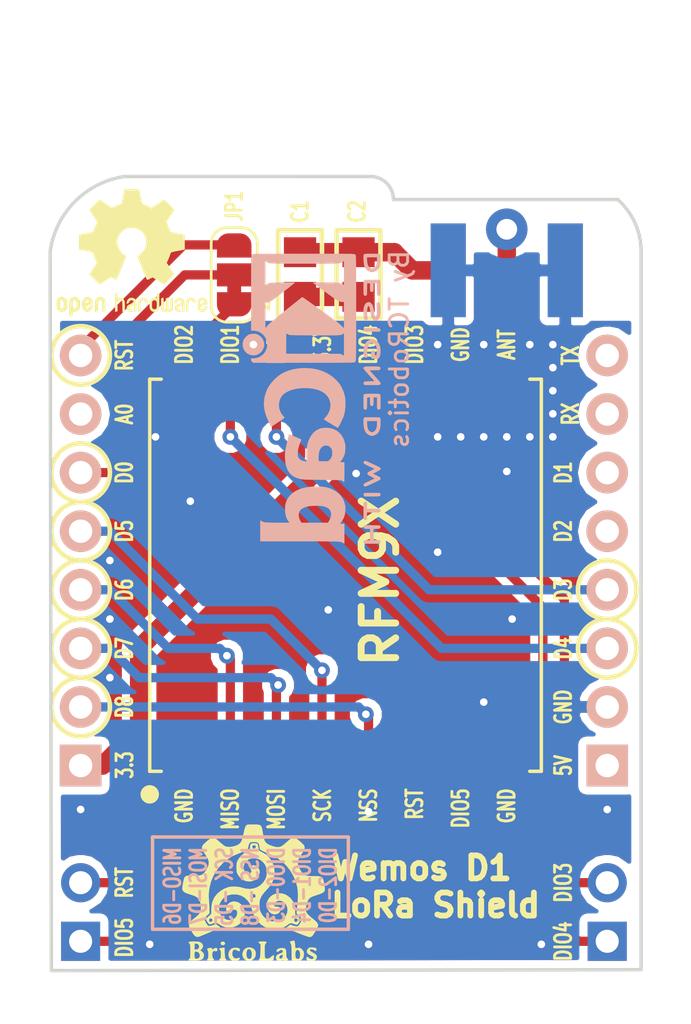
<source format=kicad_pcb>
(kicad_pcb (version 20171130) (host pcbnew "(5.0.0-3-g5ebb6b6)")

  (general
    (thickness 1.6)
    (drawings 75)
    (tracks 117)
    (zones 0)
    (modules 13)
    (nets 23)
  )

  (page A4)
  (layers
    (0 F.Cu signal)
    (31 B.Cu signal)
    (32 B.Adhes user hide)
    (33 F.Adhes user hide)
    (34 B.Paste user hide)
    (35 F.Paste user hide)
    (36 B.SilkS user)
    (37 F.SilkS user)
    (38 B.Mask user)
    (39 F.Mask user hide)
    (40 Dwgs.User user hide)
    (41 Cmts.User user)
    (42 Eco1.User user)
    (43 Eco2.User user hide)
    (44 Edge.Cuts user)
    (45 Margin user hide)
    (46 B.CrtYd user hide)
    (47 F.CrtYd user hide)
    (48 B.Fab user hide)
    (49 F.Fab user hide)
  )

  (setup
    (last_trace_width 0.254)
    (user_trace_width 0.1524)
    (user_trace_width 0.2)
    (user_trace_width 0.3)
    (user_trace_width 0.4)
    (user_trace_width 0.5)
    (user_trace_width 0.6)
    (user_trace_width 0.8)
    (user_trace_width 1.016)
    (trace_clearance 0.254)
    (zone_clearance 0.35)
    (zone_45_only no)
    (trace_min 0.1524)
    (segment_width 0.2)
    (edge_width 0.18)
    (via_size 0.6858)
    (via_drill 0.3302)
    (via_min_size 0.6858)
    (via_min_drill 0.3302)
    (uvia_size 0.508)
    (uvia_drill 0.127)
    (uvias_allowed no)
    (uvia_min_size 0.2)
    (uvia_min_drill 0.1)
    (pcb_text_width 0.3)
    (pcb_text_size 1.5 1.5)
    (mod_edge_width 0.15)
    (mod_text_size 1 1)
    (mod_text_width 0.15)
    (pad_size 0.6 0.6)
    (pad_drill 0.3)
    (pad_to_mask_clearance 0.2)
    (aux_axis_origin 0 0)
    (grid_origin 137.822671 83.345707)
    (visible_elements FFFFFF7F)
    (pcbplotparams
      (layerselection 0x010f0_ffffffff)
      (usegerberextensions false)
      (usegerberattributes true)
      (usegerberadvancedattributes false)
      (creategerberjobfile false)
      (excludeedgelayer false)
      (linewidth 0.100000)
      (plotframeref false)
      (viasonmask false)
      (mode 1)
      (useauxorigin false)
      (hpglpennumber 1)
      (hpglpenspeed 20)
      (hpglpendiameter 15.000000)
      (psnegative false)
      (psa4output false)
      (plotreference true)
      (plotvalue false)
      (plotinvisibletext false)
      (padsonsilk false)
      (subtractmaskfromsilk false)
      (outputformat 1)
      (mirror false)
      (drillshape 0)
      (scaleselection 1)
      (outputdirectory "Gerbers/"))
  )

  (net 0 "")
  (net 1 /GND)
  (net 2 /D4)
  (net 3 /D3)
  (net 4 /+3.3V)
  (net 5 /D8)
  (net 6 /D7)
  (net 7 /D6)
  (net 8 /D5)
  (net 9 /D0)
  (net 10 /RST)
  (net 11 "Net-(A2-Pad1)")
  (net 12 /RFM_RST)
  (net 13 /DIO3)
  (net 14 /DIO4)
  (net 15 /DIO5)
  (net 16 /DIO2)
  (net 17 /+5V)
  (net 18 /D2)
  (net 19 /D1)
  (net 20 /RX)
  (net 21 /TX)
  (net 22 /A0)

  (net_class Default "This is the default net class."
    (clearance 0.254)
    (trace_width 0.254)
    (via_dia 0.6858)
    (via_drill 0.3302)
    (uvia_dia 0.508)
    (uvia_drill 0.127)
    (add_net /+3.3V)
    (add_net /+5V)
    (add_net /A0)
    (add_net /D0)
    (add_net /D1)
    (add_net /D2)
    (add_net /D3)
    (add_net /D4)
    (add_net /D5)
    (add_net /D6)
    (add_net /D7)
    (add_net /D8)
    (add_net /DIO2)
    (add_net /DIO3)
    (add_net /DIO4)
    (add_net /DIO5)
    (add_net /GND)
    (add_net /RFM_RST)
    (add_net /RST)
    (add_net /RX)
    (add_net /TX)
    (add_net "Net-(A2-Pad1)")
  )

  (net_class 0.2mm ""
    (clearance 0.2)
    (trace_width 0.2)
    (via_dia 0.6858)
    (via_drill 0.3302)
    (uvia_dia 0.508)
    (uvia_drill 0.127)
  )

  (net_class Minimal ""
    (clearance 0.1524)
    (trace_width 0.1524)
    (via_dia 0.6858)
    (via_drill 0.3302)
    (uvia_dia 0.508)
    (uvia_drill 0.127)
  )

  (module Cats_ArduinoShieldLoRa:SMA_EDGELAUNCH_UFL_WeMos_Lora (layer F.Cu) (tedit 5AFF1804) (tstamp 5B0A91CD)
    (at 146.797671 82.100707 270)
    (path /5AFEED37)
    (fp_text reference A2 (at 0.762 -5.715) (layer F.Fab)
      (effects (font (size 0.9652 0.9652) (thickness 0.18288)) (justify right top))
    )
    (fp_text value ANT (at 0.381 4.445 180) (layer F.Fab)
      (effects (font (size 0.77216 0.77216) (thickness 0.077216)) (justify right top))
    )
    (fp_poly (pts (xy 0.9906 1.8018) (xy 3.1242 1.8018) (xy 3.1242 0.989) (xy 0.9906 0.989)) (layer F.Paste) (width 0))
    (fp_poly (pts (xy 0.889 1.8526) (xy 3.2258 1.8526) (xy 3.2258 0.9382) (xy 0.889 0.9382)) (layer F.Mask) (width 0))
    (fp_poly (pts (xy 0.9906 -0.989) (xy 3.1242 -0.989) (xy 3.1242 -1.8018) (xy 0.9906 -1.8018)) (layer F.Paste) (width 0))
    (fp_poly (pts (xy 0.889 -0.9382) (xy 3.2258 -0.9382) (xy 3.2258 -1.8526) (xy 0.889 -1.8526)) (layer F.Mask) (width 0))
    (fp_poly (pts (xy 3.2004 0.4826) (xy 3.9624 0.4826) (xy 3.9624 -0.4826) (xy 3.2004 -0.4826)) (layer F.Paste) (width 0))
    (fp_line (start 3.5574 2.1) (end 3.3574 2.1) (layer Dwgs.User) (width 0.2032))
    (fp_line (start 3.5574 0.7) (end 3.3574 0.7) (layer Dwgs.User) (width 0.2032))
    (fp_line (start 3.5574 -0.7) (end 3.3574 -0.7) (layer Dwgs.User) (width 0.2032))
    (fp_line (start 3.5574 -2.1) (end 3.3574 -2.1) (layer Dwgs.User) (width 0.2032))
    (fp_line (start 3.5574 2.1) (end 3.5574 0.7) (layer Dwgs.User) (width 0.2032))
    (fp_line (start 3.5574 -0.7) (end 3.5574 -2.1) (layer Dwgs.User) (width 0.2032))
    (fp_line (start 3.4574 2) (end 3.4574 0.7) (layer Dwgs.User) (width 0.2032))
    (fp_line (start 3.4574 -0.7) (end 3.4574 -2) (layer Dwgs.User) (width 0.2032))
    (fp_line (start 0.7574 2.1) (end 0.7574 0.7) (layer Dwgs.User) (width 0.2032))
    (fp_line (start 0.7574 -0.7) (end 0.7574 -2.1) (layer Dwgs.User) (width 0.2032))
    (fp_line (start 3.3574 2.1) (end 3.3574 0.7) (layer Dwgs.User) (width 0.2032))
    (fp_line (start 0.7574 2.1) (end 3.3574 2.1) (layer Dwgs.User) (width 0.2032))
    (fp_line (start 3.3574 -2.1) (end 0.7574 -2.1) (layer Dwgs.User) (width 0.2032))
    (fp_line (start 3.3574 -0.7) (end 3.3574 -2.1) (layer Dwgs.User) (width 0.2032))
    (fp_poly (pts (xy -1.905 -5.08) (xy -0.381 -5.08) (xy -0.381 5.08) (xy -1.905 5.08)) (layer Dwgs.User) (width 0))
    (fp_poly (pts (xy -1.905 -3.048) (xy 3.429 -3.048) (xy 3.429 -2.032) (xy -0.381 -2.032)
      (xy -0.381 2.032) (xy 3.429 2.032) (xy 3.429 3.048) (xy -1.905 3.048)) (layer Dwgs.User) (width 0))
    (fp_poly (pts (xy 0 0.3175) (xy 3.175 0.3175) (xy 3.175 -0.3175) (xy 0 -0.3175)) (layer Dwgs.User) (width 0))
    (fp_line (start -4.826 -3.175) (end -4.191 3.175) (layer Dwgs.User) (width 0.2032))
    (fp_line (start -5.461 -3.175) (end -4.826 3.175) (layer Dwgs.User) (width 0.2032))
    (fp_line (start -6.096 -3.175) (end -5.461 3.175) (layer Dwgs.User) (width 0.2032))
    (fp_line (start -6.731 -3.175) (end -6.096 3.175) (layer Dwgs.User) (width 0.2032))
    (fp_line (start -7.366 -3.175) (end -6.731 3.175) (layer Dwgs.User) (width 0.2032))
    (fp_line (start -8.001 -3.175) (end -7.366 3.175) (layer Dwgs.User) (width 0.2032))
    (fp_line (start -8.636 -3.175) (end -8.001 3.175) (layer Dwgs.User) (width 0.2032))
    (fp_line (start -8.636 -2.54) (end -8.636 2.54) (layer Dwgs.User) (width 0.2032))
    (fp_line (start -9.5885 2.54) (end -9.5885 -2.54) (layer Dwgs.User) (width 0.2032))
    (fp_line (start -8.636 2.54) (end -9.5885 2.54) (layer Dwgs.User) (width 0.2032))
    (fp_line (start -8.636 3.175) (end -8.636 2.54) (layer Dwgs.User) (width 0.2032))
    (fp_line (start -8.001 3.175) (end -8.636 3.175) (layer Dwgs.User) (width 0.2032))
    (fp_line (start -7.366 3.175) (end -8.001 3.175) (layer Dwgs.User) (width 0.2032))
    (fp_line (start -6.731 3.175) (end -7.366 3.175) (layer Dwgs.User) (width 0.2032))
    (fp_line (start -6.096 3.175) (end -6.731 3.175) (layer Dwgs.User) (width 0.2032))
    (fp_line (start -5.461 3.175) (end -6.096 3.175) (layer Dwgs.User) (width 0.2032))
    (fp_line (start -4.826 3.175) (end -5.461 3.175) (layer Dwgs.User) (width 0.2032))
    (fp_line (start -3.8735 3.175) (end -4.826 3.175) (layer Dwgs.User) (width 0.2032))
    (fp_line (start -3.8735 2.54) (end -3.8735 3.175) (layer Dwgs.User) (width 0.2032))
    (fp_line (start -1.9685 2.54) (end -3.8735 2.54) (layer Dwgs.User) (width 0.2032))
    (fp_line (start -1.9685 -2.54) (end -1.9685 2.54) (layer Dwgs.User) (width 0.2032))
    (fp_line (start -3.8735 -2.54) (end -1.9685 -2.54) (layer Dwgs.User) (width 0.2032))
    (fp_line (start -3.8735 -3.175) (end -3.8735 -2.54) (layer Dwgs.User) (width 0.2032))
    (fp_line (start -4.826 -3.175) (end -3.8735 -3.175) (layer Dwgs.User) (width 0.2032))
    (fp_line (start -5.461 -3.175) (end -4.826 -3.175) (layer Dwgs.User) (width 0.2032))
    (fp_line (start -6.096 -3.175) (end -5.461 -3.175) (layer Dwgs.User) (width 0.2032))
    (fp_line (start -6.731 -3.175) (end -6.096 -3.175) (layer Dwgs.User) (width 0.2032))
    (fp_line (start -7.366 -3.175) (end -6.731 -3.175) (layer Dwgs.User) (width 0.2032))
    (fp_line (start -8.001 -3.175) (end -7.366 -3.175) (layer Dwgs.User) (width 0.2032))
    (fp_line (start -8.636 -3.175) (end -8.001 -3.175) (layer Dwgs.User) (width 0.2032))
    (fp_line (start -8.636 -2.54) (end -8.636 -3.175) (layer Dwgs.User) (width 0.2032))
    (fp_line (start -9.5885 -2.54) (end -8.636 -2.54) (layer Dwgs.User) (width 0.2032))
    (pad 5 smd rect (at 2.032 2.54) (size 1.524 4.064) (layers B.Cu B.Paste B.Mask)
      (net 1 /GND))
    (pad 4 smd rect (at 2.032 -2.54) (size 1.524 4.064) (layers B.Cu B.Paste B.Mask)
      (net 1 /GND))
    (pad 1 smd rect (at 3.048 0) (size 1.016 2.032) (layers F.Cu F.Paste F.Mask)
      (net 11 "Net-(A2-Pad1)"))
    (pad 2 smd rect (at 2.032 2.54) (size 1.524 4.064) (layers F.Cu F.Paste F.Mask)
      (net 1 /GND))
    (pad 3 smd rect (at 2.032 -2.54) (size 1.524 4.064) (layers F.Cu F.Paste F.Mask)
      (net 1 /GND))
    (model ${KISYS3DMOD}/Connectors.3dshapes/SMA_EDGE.wrl
      (at (xyz 0 0 0))
      (scale (xyz 1 1 1))
      (rotate (xyz 0 35 0))
    )
    (model "/Users/Alex/Dropbox/Proyectos/18_09 Taller LoRa/LoRa-master-1/3d_models/SMA-J-P-H-ST-EM1.stp"
      (offset (xyz -2.5 0 0.5))
      (scale (xyz 1 1 1))
      (rotate (xyz -175 -90 95))
    )
  )

  (module RF_Module:HOPERF_RFM9XW_SMD_WeMos (layer F.Cu) (tedit 5BA7AFF8) (tstamp 5B0B3E37)
    (at 139.797671 97.350707 90)
    (descr " Low Power Long Range Transceiver Module SMD-16 http://www.hoperf.com/upload/rf/RFM95_96_97_98W.pdf")
    (tags " Low Power Long Range Transceiver Module")
    (path /5AFC7E17)
    (attr smd)
    (fp_text reference U1 (at 0 1.905 90) (layer F.Fab)
      (effects (font (size 1 1) (thickness 0.15)))
    )
    (fp_text value RFM95W-915S2 (at 0 9.5 90) (layer F.Fab)
      (effects (font (size 1 1) (thickness 0.15)))
    )
    (fp_text user %R (at 0 0 90) (layer F.Fab)
      (effects (font (size 1 1) (thickness 0.15)))
    )
    (pad 1 smd rect (at -8 -7 90) (size 2 1) (layers F.Cu F.Paste F.Mask)
      (net 1 /GND))
    (pad 2 smd rect (at -8 -5 90) (size 2 1) (layers F.Cu F.Paste F.Mask)
      (net 7 /D6))
    (pad 3 smd rect (at -8 -3 90) (size 2 1) (layers F.Cu F.Paste F.Mask)
      (net 6 /D7))
    (pad 4 smd rect (at -8 -1 90) (size 2 1) (layers F.Cu F.Paste F.Mask)
      (net 8 /D5))
    (pad 5 smd rect (at -8 1 90) (size 2 1) (layers F.Cu F.Paste F.Mask)
      (net 5 /D8))
    (pad 6 smd rect (at -8 3 90) (size 2 1) (layers F.Cu F.Paste F.Mask)
      (net 12 /RFM_RST))
    (pad 7 smd rect (at -8 5 90) (size 2 1) (layers F.Cu F.Paste F.Mask)
      (net 15 /DIO5))
    (pad 8 smd rect (at -8 7 90) (size 2 1) (layers F.Cu F.Paste F.Mask)
      (net 1 /GND))
    (pad 9 smd rect (at 8 7 90) (size 2 1) (layers F.Cu F.Paste F.Mask)
      (net 11 "Net-(A2-Pad1)"))
    (pad 10 smd rect (at 8 5 90) (size 2 1) (layers F.Cu F.Paste F.Mask)
      (net 1 /GND))
    (pad 11 smd rect (at 8 3 90) (size 2 1) (layers F.Cu F.Paste F.Mask)
      (net 13 /DIO3))
    (pad 12 smd rect (at 8 1 90) (size 2 1) (layers F.Cu F.Paste F.Mask)
      (net 14 /DIO4))
    (pad 13 smd rect (at 8 -1 90) (size 2 1) (layers F.Cu F.Paste F.Mask)
      (net 4 /+3.3V))
    (pad 14 smd rect (at 8 -3 90) (size 2 1) (layers F.Cu F.Paste F.Mask)
      (net 3 /D3))
    (pad 15 smd rect (at 8 -5 90) (size 2 1) (layers F.Cu F.Paste F.Mask)
      (net 2 /D4))
    (pad 16 smd rect (at 8 -7 90) (size 2 1) (layers F.Cu F.Paste F.Mask)
      (net 16 /DIO2))
    (model ${KISYS3DMOD}/RF_Module.3dshapes/RFM9xW.wrl
      (at (xyz 0 0 0))
      (scale (xyz 1 1 1))
      (rotate (xyz 0 0 0))
    )
    (model "/Users/Alex/Dropbox/Proyectos/18_09 Taller LoRa/LoRa-master-1/3d_models/RFM95W-915S2--3DModel-STEP-56544.STEP"
      (at (xyz 0 0 0))
      (scale (xyz 1 1 1))
      (rotate (xyz -90 0 180))
    )
  )

  (module Connector_Pin:Pin_D0.9mm_L10.0mm_W2.4mm_FlatFork (layer F.Cu) (tedit 5BA7E9FB) (tstamp 5BB241DE)
    (at 146.797671 82.350707)
    (descr "solder Pin_ with flat fork, hole diameter 0.9mm, length 10.0mm, width 2.4mm")
    (tags "solder Pin_ with flat fork")
    (path /5AFDE5C3)
    (fp_text reference J0 (at 0 1.95) (layer F.SilkS) hide
      (effects (font (size 1 1) (thickness 0.15)))
    )
    (fp_text value Conn_01x01 (at 0 -2.05) (layer F.Fab)
      (effects (font (size 1 1) (thickness 0.15)))
    )
    (fp_text user %R (at 0 1.95) (layer F.Fab)
      (effects (font (size 1 1) (thickness 0.15)))
    )
    (fp_line (start -1.7 -1.4) (end 1.7 -1.4) (layer F.CrtYd) (width 0.05))
    (fp_line (start -1.7 -1.4) (end -1.7 1.4) (layer F.CrtYd) (width 0.05))
    (fp_line (start 1.7 1.4) (end 1.7 -1.4) (layer F.CrtYd) (width 0.05))
    (fp_line (start 1.7 1.4) (end -1.7 1.4) (layer F.CrtYd) (width 0.05))
    (pad 1 thru_hole circle (at 0 0) (size 1.8 1.8) (drill 0.9) (layers *.Cu *.Mask)
      (net 11 "Net-(A2-Pad1)"))
  )

  (module Connector_PinHeader_2.54mm:PinHeader_1x02_P2.54mm_Vertical (layer F.Cu) (tedit 5BA7C292) (tstamp 5BB05CCB)
    (at 128.297671 113.220707 180)
    (descr "Through hole straight pin header, 1x02, 2.54mm pitch, single row")
    (tags "Through hole pin header THT 1x02 2.54mm single row")
    (path /5BA89E63)
    (fp_text reference J1 (at 0 -2.33 180) (layer F.SilkS) hide
      (effects (font (size 1 1) (thickness 0.15)))
    )
    (fp_text value Conn_01x02 (at 0 4.87 180) (layer F.Fab)
      (effects (font (size 1 1) (thickness 0.15)))
    )
    (fp_text user %R (at 0 1.27 270) (layer F.Fab)
      (effects (font (size 1 1) (thickness 0.15)))
    )
    (fp_line (start 1.8 -1.8) (end -1.8 -1.8) (layer F.CrtYd) (width 0.05))
    (fp_line (start 1.8 4.35) (end 1.8 -1.8) (layer F.CrtYd) (width 0.05))
    (fp_line (start -1.8 4.35) (end 1.8 4.35) (layer F.CrtYd) (width 0.05))
    (fp_line (start -1.8 -1.8) (end -1.8 4.35) (layer F.CrtYd) (width 0.05))
    (fp_line (start -1.27 -0.635) (end -0.635 -1.27) (layer F.Fab) (width 0.1))
    (fp_line (start -1.27 3.81) (end -1.27 -0.635) (layer F.Fab) (width 0.1))
    (fp_line (start 1.27 3.81) (end -1.27 3.81) (layer F.Fab) (width 0.1))
    (fp_line (start 1.27 -1.27) (end 1.27 3.81) (layer F.Fab) (width 0.1))
    (fp_line (start -0.635 -1.27) (end 1.27 -1.27) (layer F.Fab) (width 0.1))
    (pad 2 thru_hole oval (at 0 2.54 180) (size 1.7 1.7) (drill 1) (layers *.Cu *.Mask)
      (net 12 /RFM_RST))
    (pad 1 thru_hole rect (at 0 0 180) (size 1.7 1.7) (drill 1) (layers *.Cu *.Mask)
      (net 15 /DIO5))
  )

  (module Connector_PinHeader_2.54mm:PinHeader_1x02_P2.54mm_Vertical (layer F.Cu) (tedit 5BA7AF6E) (tstamp 5BB05CE0)
    (at 151.157671 113.220707 180)
    (descr "Through hole straight pin header, 1x02, 2.54mm pitch, single row")
    (tags "Through hole pin header THT 1x02 2.54mm single row")
    (path /5BA89E13)
    (fp_text reference J2 (at 0 -2.33 180) (layer F.SilkS) hide
      (effects (font (size 1 1) (thickness 0.15)))
    )
    (fp_text value Conn_01x02 (at 0 4.87 180) (layer F.Fab)
      (effects (font (size 1 1) (thickness 0.15)))
    )
    (fp_line (start -0.635 -1.27) (end 1.27 -1.27) (layer F.Fab) (width 0.1))
    (fp_line (start 1.27 -1.27) (end 1.27 3.81) (layer F.Fab) (width 0.1))
    (fp_line (start 1.27 3.81) (end -1.27 3.81) (layer F.Fab) (width 0.1))
    (fp_line (start -1.27 3.81) (end -1.27 -0.635) (layer F.Fab) (width 0.1))
    (fp_line (start -1.27 -0.635) (end -0.635 -1.27) (layer F.Fab) (width 0.1))
    (fp_line (start -1.8 -1.8) (end -1.8 4.35) (layer F.CrtYd) (width 0.05))
    (fp_line (start -1.8 4.35) (end 1.8 4.35) (layer F.CrtYd) (width 0.05))
    (fp_line (start 1.8 4.35) (end 1.8 -1.8) (layer F.CrtYd) (width 0.05))
    (fp_line (start 1.8 -1.8) (end -1.8 -1.8) (layer F.CrtYd) (width 0.05))
    (fp_text user %R (at 0 1.27 270) (layer F.Fab)
      (effects (font (size 1 1) (thickness 0.15)))
    )
    (pad 1 thru_hole rect (at 0 0 180) (size 1.7 1.7) (drill 1) (layers *.Cu *.Mask)
      (net 14 /DIO4))
    (pad 2 thru_hole oval (at 0 2.54 180) (size 1.7 1.7) (drill 1) (layers *.Cu *.Mask)
      (net 13 /DIO3))
    (model "/Users/Alex/Dropbox/Proyectos/18_09 Taller LoRa/LoRa-master-1/3d_models/WEMOS_D1_MINI_V3.0.0.step"
      (offset (xyz 11.4 -16.25 -9))
      (scale (xyz 1 1 1))
      (rotate (xyz 0 0 180))
    )
  )

  (module Symbol:KiCad-Logo2_6mm_SilkScreen (layer B.Cu) (tedit 0) (tstamp 5BB29954)
    (at 138.312671 89.690707 270)
    (descr "KiCad Logo")
    (tags "Logo KiCad")
    (attr virtual)
    (fp_text reference REF** (at 0 0 270) (layer B.SilkS) hide
      (effects (font (size 1 1) (thickness 0.15)) (justify mirror))
    )
    (fp_text value KiCad-Logo2_6mm_SilkScreen (at 0.75 0 270) (layer B.Fab) hide
      (effects (font (size 1 1) (thickness 0.15)) (justify mirror))
    )
    (fp_poly (pts (xy -2.273043 2.973429) (xy -2.176768 2.949191) (xy -2.090184 2.906359) (xy -2.015373 2.846581)
      (xy -1.954418 2.771506) (xy -1.909399 2.68278) (xy -1.883136 2.58647) (xy -1.877286 2.489205)
      (xy -1.89214 2.395346) (xy -1.92584 2.307489) (xy -1.976528 2.22823) (xy -2.042345 2.160164)
      (xy -2.121434 2.105888) (xy -2.211934 2.067998) (xy -2.2632 2.055574) (xy -2.307698 2.048053)
      (xy -2.341999 2.045081) (xy -2.37496 2.046906) (xy -2.415434 2.053775) (xy -2.448531 2.06075)
      (xy -2.541947 2.092259) (xy -2.625619 2.143383) (xy -2.697665 2.212571) (xy -2.7562 2.298272)
      (xy -2.770148 2.325511) (xy -2.786586 2.361878) (xy -2.796894 2.392418) (xy -2.80246 2.42455)
      (xy -2.804669 2.465693) (xy -2.804948 2.511778) (xy -2.800861 2.596135) (xy -2.787446 2.665414)
      (xy -2.762256 2.726039) (xy -2.722846 2.784433) (xy -2.684298 2.828698) (xy -2.612406 2.894516)
      (xy -2.537313 2.939947) (xy -2.454562 2.96715) (xy -2.376928 2.977424) (xy -2.273043 2.973429)) (layer B.SilkS) (width 0.01))
    (fp_poly (pts (xy 6.186507 0.527755) (xy 6.186526 0.293338) (xy 6.186552 0.080397) (xy 6.186625 -0.112168)
      (xy 6.186782 -0.285459) (xy 6.187064 -0.440576) (xy 6.187509 -0.57862) (xy 6.188156 -0.700692)
      (xy 6.189045 -0.807894) (xy 6.190213 -0.901326) (xy 6.191701 -0.98209) (xy 6.193546 -1.051286)
      (xy 6.195789 -1.110015) (xy 6.198469 -1.159379) (xy 6.201623 -1.200478) (xy 6.205292 -1.234413)
      (xy 6.209513 -1.262286) (xy 6.214327 -1.285198) (xy 6.219773 -1.304249) (xy 6.225888 -1.32054)
      (xy 6.232712 -1.335173) (xy 6.240285 -1.349249) (xy 6.248645 -1.363868) (xy 6.253839 -1.372974)
      (xy 6.288104 -1.433689) (xy 5.429955 -1.433689) (xy 5.429955 -1.337733) (xy 5.429224 -1.29437)
      (xy 5.427272 -1.261205) (xy 5.424463 -1.243424) (xy 5.423221 -1.241778) (xy 5.411799 -1.248662)
      (xy 5.389084 -1.266505) (xy 5.366385 -1.285879) (xy 5.3118 -1.326614) (xy 5.242321 -1.367617)
      (xy 5.16527 -1.405123) (xy 5.087965 -1.435364) (xy 5.057113 -1.445012) (xy 4.988616 -1.459578)
      (xy 4.905764 -1.469539) (xy 4.816371 -1.474583) (xy 4.728248 -1.474396) (xy 4.649207 -1.468666)
      (xy 4.611511 -1.462858) (xy 4.473414 -1.424797) (xy 4.346113 -1.367073) (xy 4.230292 -1.290211)
      (xy 4.126637 -1.194739) (xy 4.035833 -1.081179) (xy 3.969031 -0.970381) (xy 3.914164 -0.853625)
      (xy 3.872163 -0.734276) (xy 3.842167 -0.608283) (xy 3.823311 -0.471594) (xy 3.814732 -0.320158)
      (xy 3.814006 -0.242711) (xy 3.8161 -0.185934) (xy 4.645217 -0.185934) (xy 4.645424 -0.279002)
      (xy 4.648337 -0.366692) (xy 4.654 -0.443772) (xy 4.662455 -0.505009) (xy 4.665038 -0.51735)
      (xy 4.69684 -0.624633) (xy 4.738498 -0.711658) (xy 4.790363 -0.778642) (xy 4.852781 -0.825805)
      (xy 4.9261 -0.853365) (xy 5.010669 -0.861541) (xy 5.106835 -0.850551) (xy 5.170311 -0.834829)
      (xy 5.219454 -0.816639) (xy 5.273583 -0.790791) (xy 5.314244 -0.767089) (xy 5.3848 -0.720721)
      (xy 5.3848 0.42947) (xy 5.317392 0.473038) (xy 5.238867 0.51396) (xy 5.154681 0.540611)
      (xy 5.069557 0.552535) (xy 4.988216 0.549278) (xy 4.91538 0.530385) (xy 4.883426 0.514816)
      (xy 4.825501 0.471819) (xy 4.776544 0.415047) (xy 4.73539 0.342425) (xy 4.700874 0.251879)
      (xy 4.671833 0.141334) (xy 4.670552 0.135467) (xy 4.660381 0.073212) (xy 4.652739 -0.004594)
      (xy 4.64767 -0.09272) (xy 4.645217 -0.185934) (xy 3.8161 -0.185934) (xy 3.821857 -0.029895)
      (xy 3.843802 0.165941) (xy 3.879786 0.344668) (xy 3.929759 0.506155) (xy 3.993668 0.650274)
      (xy 4.071462 0.776894) (xy 4.163089 0.885885) (xy 4.268497 0.977117) (xy 4.313662 1.008068)
      (xy 4.414611 1.064215) (xy 4.517901 1.103826) (xy 4.627989 1.127986) (xy 4.74933 1.137781)
      (xy 4.841836 1.136735) (xy 4.97149 1.125769) (xy 5.084084 1.103954) (xy 5.182875 1.070286)
      (xy 5.271121 1.023764) (xy 5.319986 0.989552) (xy 5.349353 0.967638) (xy 5.371043 0.952667)
      (xy 5.379253 0.948267) (xy 5.380868 0.959096) (xy 5.382159 0.989749) (xy 5.383138 1.037474)
      (xy 5.383817 1.099521) (xy 5.38421 1.173138) (xy 5.38433 1.255573) (xy 5.384188 1.344075)
      (xy 5.383797 1.435893) (xy 5.383171 1.528276) (xy 5.38232 1.618472) (xy 5.38126 1.703729)
      (xy 5.380001 1.781297) (xy 5.378556 1.848424) (xy 5.376938 1.902359) (xy 5.375161 1.94035)
      (xy 5.374669 1.947333) (xy 5.367092 2.017749) (xy 5.355531 2.072898) (xy 5.337792 2.120019)
      (xy 5.311682 2.166353) (xy 5.305415 2.175933) (xy 5.280983 2.212622) (xy 6.186311 2.212622)
      (xy 6.186507 0.527755)) (layer B.SilkS) (width 0.01))
    (fp_poly (pts (xy 2.673574 1.133448) (xy 2.825492 1.113433) (xy 2.960756 1.079798) (xy 3.080239 1.032275)
      (xy 3.184815 0.970595) (xy 3.262424 0.907035) (xy 3.331265 0.832901) (xy 3.385006 0.753129)
      (xy 3.42791 0.660909) (xy 3.443384 0.617839) (xy 3.456244 0.578858) (xy 3.467446 0.542711)
      (xy 3.47712 0.507566) (xy 3.485396 0.47159) (xy 3.492403 0.43295) (xy 3.498272 0.389815)
      (xy 3.503131 0.340351) (xy 3.50711 0.282727) (xy 3.51034 0.215109) (xy 3.512949 0.135666)
      (xy 3.515067 0.042564) (xy 3.516824 -0.066027) (xy 3.518349 -0.191942) (xy 3.519772 -0.337012)
      (xy 3.521025 -0.479778) (xy 3.522351 -0.635968) (xy 3.523556 -0.771239) (xy 3.524766 -0.887246)
      (xy 3.526106 -0.985645) (xy 3.5277 -1.068093) (xy 3.529675 -1.136246) (xy 3.532156 -1.19176)
      (xy 3.535269 -1.236292) (xy 3.539138 -1.271498) (xy 3.543889 -1.299034) (xy 3.549648 -1.320556)
      (xy 3.556539 -1.337722) (xy 3.564689 -1.352186) (xy 3.574223 -1.365606) (xy 3.585266 -1.379638)
      (xy 3.589566 -1.385071) (xy 3.605386 -1.40791) (xy 3.612422 -1.423463) (xy 3.612444 -1.423922)
      (xy 3.601567 -1.426121) (xy 3.570582 -1.428147) (xy 3.521957 -1.429942) (xy 3.458163 -1.431451)
      (xy 3.381669 -1.432616) (xy 3.294944 -1.43338) (xy 3.200457 -1.433686) (xy 3.18955 -1.433689)
      (xy 2.766657 -1.433689) (xy 2.763395 -1.337622) (xy 2.760133 -1.241556) (xy 2.698044 -1.292543)
      (xy 2.600714 -1.360057) (xy 2.490813 -1.414749) (xy 2.404349 -1.444978) (xy 2.335278 -1.459666)
      (xy 2.251925 -1.469659) (xy 2.162159 -1.474646) (xy 2.073845 -1.474313) (xy 1.994851 -1.468351)
      (xy 1.958622 -1.462638) (xy 1.818603 -1.424776) (xy 1.692178 -1.369932) (xy 1.58026 -1.298924)
      (xy 1.483762 -1.212568) (xy 1.4036 -1.111679) (xy 1.340687 -0.997076) (xy 1.296312 -0.870984)
      (xy 1.283978 -0.814401) (xy 1.276368 -0.752202) (xy 1.272739 -0.677363) (xy 1.272245 -0.643467)
      (xy 1.27231 -0.640282) (xy 2.032248 -0.640282) (xy 2.041541 -0.715333) (xy 2.069728 -0.77916)
      (xy 2.118197 -0.834798) (xy 2.123254 -0.839211) (xy 2.171548 -0.874037) (xy 2.223257 -0.89662)
      (xy 2.283989 -0.90854) (xy 2.359352 -0.911383) (xy 2.377459 -0.910978) (xy 2.431278 -0.908325)
      (xy 2.471308 -0.902909) (xy 2.506324 -0.892745) (xy 2.545103 -0.87585) (xy 2.555745 -0.870672)
      (xy 2.616396 -0.834844) (xy 2.663215 -0.792212) (xy 2.675952 -0.776973) (xy 2.720622 -0.720462)
      (xy 2.720622 -0.524586) (xy 2.720086 -0.445939) (xy 2.718396 -0.387988) (xy 2.715428 -0.348875)
      (xy 2.711057 -0.326741) (xy 2.706972 -0.320274) (xy 2.691047 -0.317111) (xy 2.657264 -0.314488)
      (xy 2.61034 -0.312655) (xy 2.554993 -0.311857) (xy 2.546106 -0.311842) (xy 2.42533 -0.317096)
      (xy 2.32266 -0.333263) (xy 2.236106 -0.360961) (xy 2.163681 -0.400808) (xy 2.108751 -0.447758)
      (xy 2.064204 -0.505645) (xy 2.03948 -0.568693) (xy 2.032248 -0.640282) (xy 1.27231 -0.640282)
      (xy 1.274178 -0.549712) (xy 1.282522 -0.470812) (xy 1.298768 -0.39959) (xy 1.324405 -0.328864)
      (xy 1.348401 -0.276493) (xy 1.40702 -0.181196) (xy 1.485117 -0.09317) (xy 1.580315 -0.014017)
      (xy 1.690238 0.05466) (xy 1.81251 0.111259) (xy 1.944755 0.154179) (xy 2.009422 0.169118)
      (xy 2.145604 0.191223) (xy 2.294049 0.205806) (xy 2.445505 0.212187) (xy 2.572064 0.210555)
      (xy 2.73395 0.203776) (xy 2.72653 0.262755) (xy 2.707238 0.361908) (xy 2.676104 0.442628)
      (xy 2.632269 0.505534) (xy 2.574871 0.551244) (xy 2.503048 0.580378) (xy 2.415941 0.593553)
      (xy 2.312686 0.591389) (xy 2.274711 0.587388) (xy 2.13352 0.56222) (xy 1.996707 0.521186)
      (xy 1.902178 0.483185) (xy 1.857018 0.46381) (xy 1.818585 0.44824) (xy 1.792234 0.438595)
      (xy 1.784546 0.436548) (xy 1.774802 0.445626) (xy 1.758083 0.474595) (xy 1.734232 0.523783)
      (xy 1.703093 0.593516) (xy 1.664507 0.684121) (xy 1.65791 0.699911) (xy 1.627853 0.772228)
      (xy 1.600874 0.837575) (xy 1.578136 0.893094) (xy 1.560806 0.935928) (xy 1.550048 0.963219)
      (xy 1.546941 0.972058) (xy 1.55694 0.976813) (xy 1.583217 0.98209) (xy 1.611489 0.985769)
      (xy 1.641646 0.990526) (xy 1.689433 0.999972) (xy 1.750612 1.01318) (xy 1.820946 1.029224)
      (xy 1.896194 1.04718) (xy 1.924755 1.054203) (xy 2.029816 1.079791) (xy 2.11748 1.099853)
      (xy 2.192068 1.115031) (xy 2.257903 1.125965) (xy 2.319307 1.133296) (xy 2.380602 1.137665)
      (xy 2.44611 1.139713) (xy 2.504128 1.140111) (xy 2.673574 1.133448)) (layer B.SilkS) (width 0.01))
    (fp_poly (pts (xy 0.328429 2.050929) (xy 0.48857 2.029755) (xy 0.65251 1.989615) (xy 0.822313 1.930111)
      (xy 1.000043 1.850846) (xy 1.01131 1.845301) (xy 1.069005 1.817275) (xy 1.120552 1.793198)
      (xy 1.162191 1.774751) (xy 1.190162 1.763614) (xy 1.199733 1.761067) (xy 1.21895 1.756059)
      (xy 1.223561 1.751853) (xy 1.218458 1.74142) (xy 1.202418 1.715132) (xy 1.177288 1.675743)
      (xy 1.144914 1.626009) (xy 1.107143 1.568685) (xy 1.065822 1.506524) (xy 1.022798 1.442282)
      (xy 0.979917 1.378715) (xy 0.939026 1.318575) (xy 0.901971 1.26462) (xy 0.8706 1.219603)
      (xy 0.846759 1.186279) (xy 0.832294 1.167403) (xy 0.830309 1.165213) (xy 0.820191 1.169862)
      (xy 0.79785 1.187038) (xy 0.76728 1.21356) (xy 0.751536 1.228036) (xy 0.655047 1.303318)
      (xy 0.548336 1.358759) (xy 0.432832 1.393859) (xy 0.309962 1.40812) (xy 0.240561 1.406949)
      (xy 0.119423 1.389788) (xy 0.010205 1.353906) (xy -0.087418 1.299041) (xy -0.173772 1.22493)
      (xy -0.249185 1.131312) (xy -0.313982 1.017924) (xy -0.351399 0.931333) (xy -0.395252 0.795634)
      (xy -0.427572 0.64815) (xy -0.448443 0.492686) (xy -0.457949 0.333044) (xy -0.456173 0.173027)
      (xy -0.443197 0.016439) (xy -0.419106 -0.132918) (xy -0.383982 -0.27124) (xy -0.337908 -0.394724)
      (xy -0.321627 -0.428978) (xy -0.25338 -0.543064) (xy -0.172921 -0.639557) (xy -0.08143 -0.71767)
      (xy 0.019911 -0.776617) (xy 0.12992 -0.815612) (xy 0.247415 -0.833868) (xy 0.288883 -0.835211)
      (xy 0.410441 -0.82429) (xy 0.530878 -0.791474) (xy 0.648666 -0.737439) (xy 0.762277 -0.662865)
      (xy 0.853685 -0.584539) (xy 0.900215 -0.540008) (xy 1.081483 -0.837271) (xy 1.12658 -0.911433)
      (xy 1.167819 -0.979646) (xy 1.203735 -1.039459) (xy 1.232866 -1.08842) (xy 1.25375 -1.124079)
      (xy 1.264924 -1.143984) (xy 1.266375 -1.147079) (xy 1.258146 -1.156718) (xy 1.232567 -1.173999)
      (xy 1.192873 -1.197283) (xy 1.142297 -1.224934) (xy 1.084074 -1.255315) (xy 1.021437 -1.28679)
      (xy 0.957621 -1.317722) (xy 0.89586 -1.346473) (xy 0.839388 -1.371408) (xy 0.791438 -1.390889)
      (xy 0.767986 -1.399318) (xy 0.634221 -1.437133) (xy 0.496327 -1.462136) (xy 0.348622 -1.47514)
      (xy 0.221833 -1.477468) (xy 0.153878 -1.476373) (xy 0.088277 -1.474275) (xy 0.030847 -1.471434)
      (xy -0.012597 -1.468106) (xy -0.026702 -1.466422) (xy -0.165716 -1.437587) (xy -0.307243 -1.392468)
      (xy -0.444725 -1.33375) (xy -0.571606 -1.26412) (xy -0.649111 -1.211441) (xy -0.776519 -1.103239)
      (xy -0.894822 -0.976671) (xy -1.001828 -0.834866) (xy -1.095348 -0.680951) (xy -1.17319 -0.518053)
      (xy -1.217044 -0.400756) (xy -1.267292 -0.217128) (xy -1.300791 -0.022581) (xy -1.317551 0.178675)
      (xy -1.317584 0.382432) (xy -1.300899 0.584479) (xy -1.267507 0.780608) (xy -1.21742 0.966609)
      (xy -1.213603 0.978197) (xy -1.150719 1.14025) (xy -1.073972 1.288168) (xy -0.980758 1.426135)
      (xy -0.868473 1.558339) (xy -0.824608 1.603601) (xy -0.688466 1.727543) (xy -0.548509 1.830085)
      (xy -0.402589 1.912344) (xy -0.248558 1.975436) (xy -0.084268 2.020477) (xy 0.011289 2.037967)
      (xy 0.170023 2.053534) (xy 0.328429 2.050929)) (layer B.SilkS) (width 0.01))
    (fp_poly (pts (xy -2.9464 2.510946) (xy -2.935535 2.397007) (xy -2.903918 2.289384) (xy -2.853015 2.190385)
      (xy -2.784293 2.102316) (xy -2.699219 2.027484) (xy -2.602232 1.969616) (xy -2.495964 1.929995)
      (xy -2.38895 1.911427) (xy -2.2833 1.912566) (xy -2.181125 1.93207) (xy -2.084534 1.968594)
      (xy -1.995638 2.020795) (xy -1.916546 2.087327) (xy -1.849369 2.166848) (xy -1.796217 2.258013)
      (xy -1.759199 2.359477) (xy -1.740427 2.469898) (xy -1.738489 2.519794) (xy -1.738489 2.607733)
      (xy -1.68656 2.607733) (xy -1.650253 2.604889) (xy -1.623355 2.593089) (xy -1.596249 2.569351)
      (xy -1.557867 2.530969) (xy -1.557867 0.339398) (xy -1.557876 0.077261) (xy -1.557908 -0.163241)
      (xy -1.557972 -0.383048) (xy -1.558076 -0.583101) (xy -1.558227 -0.764344) (xy -1.558434 -0.927716)
      (xy -1.558706 -1.07416) (xy -1.55905 -1.204617) (xy -1.559474 -1.320029) (xy -1.559987 -1.421338)
      (xy -1.560597 -1.509484) (xy -1.561312 -1.58541) (xy -1.56214 -1.650057) (xy -1.563089 -1.704367)
      (xy -1.564167 -1.74928) (xy -1.565383 -1.78574) (xy -1.566745 -1.814687) (xy -1.568261 -1.837063)
      (xy -1.569938 -1.853809) (xy -1.571786 -1.865868) (xy -1.573813 -1.87418) (xy -1.576025 -1.879687)
      (xy -1.577108 -1.881537) (xy -1.581271 -1.888549) (xy -1.584805 -1.894996) (xy -1.588635 -1.9009)
      (xy -1.593682 -1.906286) (xy -1.600871 -1.911178) (xy -1.611123 -1.915598) (xy -1.625364 -1.919572)
      (xy -1.644514 -1.923121) (xy -1.669499 -1.92627) (xy -1.70124 -1.929042) (xy -1.740662 -1.931461)
      (xy -1.788686 -1.933551) (xy -1.846237 -1.935335) (xy -1.914237 -1.936837) (xy -1.99361 -1.93808)
      (xy -2.085279 -1.939089) (xy -2.190166 -1.939885) (xy -2.309196 -1.940494) (xy -2.44329 -1.940939)
      (xy -2.593373 -1.941243) (xy -2.760367 -1.94143) (xy -2.945196 -1.941524) (xy -3.148783 -1.941548)
      (xy -3.37205 -1.941525) (xy -3.615922 -1.94148) (xy -3.881321 -1.941437) (xy -3.919704 -1.941432)
      (xy -4.186682 -1.941389) (xy -4.432002 -1.941318) (xy -4.656583 -1.941213) (xy -4.861345 -1.941066)
      (xy -5.047206 -1.940869) (xy -5.215088 -1.940616) (xy -5.365908 -1.9403) (xy -5.500587 -1.939913)
      (xy -5.620044 -1.939447) (xy -5.725199 -1.938897) (xy -5.816971 -1.938253) (xy -5.896279 -1.937511)
      (xy -5.964043 -1.936661) (xy -6.021182 -1.935697) (xy -6.068617 -1.934611) (xy -6.107266 -1.933397)
      (xy -6.138049 -1.932047) (xy -6.161885 -1.930555) (xy -6.179694 -1.928911) (xy -6.192395 -1.927111)
      (xy -6.200908 -1.925145) (xy -6.205266 -1.923477) (xy -6.213728 -1.919906) (xy -6.221497 -1.91727)
      (xy -6.228602 -1.914634) (xy -6.235073 -1.911062) (xy -6.240939 -1.905621) (xy -6.246229 -1.897375)
      (xy -6.250974 -1.88539) (xy -6.255202 -1.868731) (xy -6.258943 -1.846463) (xy -6.262227 -1.817652)
      (xy -6.265083 -1.781363) (xy -6.26754 -1.736661) (xy -6.269629 -1.682611) (xy -6.271378 -1.618279)
      (xy -6.272817 -1.54273) (xy -6.273976 -1.45503) (xy -6.274883 -1.354243) (xy -6.275569 -1.239434)
      (xy -6.276063 -1.10967) (xy -6.276395 -0.964015) (xy -6.276593 -0.801535) (xy -6.276687 -0.621295)
      (xy -6.276708 -0.42236) (xy -6.276685 -0.203796) (xy -6.276646 0.035332) (xy -6.276622 0.29596)
      (xy -6.276622 0.338111) (xy -6.276636 0.601008) (xy -6.276661 0.842268) (xy -6.276671 1.062835)
      (xy -6.276642 1.263648) (xy -6.276548 1.445651) (xy -6.276362 1.609784) (xy -6.276059 1.756989)
      (xy -6.275614 1.888208) (xy -6.275034 1.998133) (xy -5.972197 1.998133) (xy -5.932407 1.940289)
      (xy -5.921236 1.924521) (xy -5.911166 1.910559) (xy -5.902138 1.897216) (xy -5.894097 1.883307)
      (xy -5.886986 1.867644) (xy -5.880747 1.849042) (xy -5.875325 1.826314) (xy -5.870662 1.798273)
      (xy -5.866701 1.763733) (xy -5.863385 1.721508) (xy -5.860659 1.670411) (xy -5.858464 1.609256)
      (xy -5.856745 1.536856) (xy -5.855444 1.452025) (xy -5.854505 1.353578) (xy -5.85387 1.240326)
      (xy -5.853484 1.111084) (xy -5.853288 0.964666) (xy -5.853227 0.799884) (xy -5.853243 0.615553)
      (xy -5.85328 0.410487) (xy -5.853289 0.287867) (xy -5.853265 0.070918) (xy -5.853231 -0.124642)
      (xy -5.853243 -0.299999) (xy -5.853358 -0.456341) (xy -5.85363 -0.594857) (xy -5.854118 -0.716734)
      (xy -5.854876 -0.82316) (xy -5.855962 -0.915322) (xy -5.857431 -0.994409) (xy -5.85934 -1.061608)
      (xy -5.861744 -1.118107) (xy -5.864701 -1.165093) (xy -5.868266 -1.203755) (xy -5.872495 -1.23528)
      (xy -5.877446 -1.260855) (xy -5.883173 -1.28167) (xy -5.889733 -1.298911) (xy -5.897183 -1.313765)
      (xy -5.905579 -1.327422) (xy -5.914976 -1.341069) (xy -5.925432 -1.355893) (xy -5.931523 -1.364783)
      (xy -5.970296 -1.4224) (xy -5.438732 -1.4224) (xy -5.315483 -1.422365) (xy -5.212987 -1.422215)
      (xy -5.12942 -1.421878) (xy -5.062956 -1.421286) (xy -5.011771 -1.420367) (xy -4.974041 -1.419051)
      (xy -4.94794 -1.417269) (xy -4.931644 -1.414951) (xy -4.923328 -1.412026) (xy -4.921168 -1.408424)
      (xy -4.923339 -1.404075) (xy -4.924535 -1.402645) (xy -4.949685 -1.365573) (xy -4.975583 -1.312772)
      (xy -4.999192 -1.25077) (xy -5.007461 -1.224357) (xy -5.012078 -1.206416) (xy -5.015979 -1.185355)
      (xy -5.019248 -1.159089) (xy -5.021966 -1.125532) (xy -5.024215 -1.082599) (xy -5.026077 -1.028204)
      (xy -5.027636 -0.960262) (xy -5.028972 -0.876688) (xy -5.030169 -0.775395) (xy -5.031308 -0.6543)
      (xy -5.031685 -0.6096) (xy -5.032702 -0.484449) (xy -5.03346 -0.380082) (xy -5.033903 -0.294707)
      (xy -5.03397 -0.226533) (xy -5.033605 -0.173765) (xy -5.032748 -0.134614) (xy -5.031341 -0.107285)
      (xy -5.029325 -0.089986) (xy -5.026643 -0.080926) (xy -5.023236 -0.078312) (xy -5.019044 -0.080351)
      (xy -5.014571 -0.084667) (xy -5.004216 -0.097602) (xy -4.982158 -0.126676) (xy -4.949957 -0.169759)
      (xy -4.909174 -0.224718) (xy -4.86137 -0.289423) (xy -4.808105 -0.361742) (xy -4.75094 -0.439544)
      (xy -4.691437 -0.520698) (xy -4.631155 -0.603072) (xy -4.571655 -0.684536) (xy -4.514498 -0.762957)
      (xy -4.461245 -0.836204) (xy -4.413457 -0.902147) (xy -4.372693 -0.958654) (xy -4.340516 -1.003593)
      (xy -4.318485 -1.034834) (xy -4.313917 -1.041466) (xy -4.290996 -1.078369) (xy -4.264188 -1.126359)
      (xy -4.238789 -1.175897) (xy -4.235568 -1.182577) (xy -4.21389 -1.230772) (xy -4.201304 -1.268334)
      (xy -4.195574 -1.30416) (xy -4.194456 -1.3462) (xy -4.19509 -1.4224) (xy -3.040651 -1.4224)
      (xy -3.131815 -1.328669) (xy -3.178612 -1.278775) (xy -3.228899 -1.222295) (xy -3.274944 -1.168026)
      (xy -3.295369 -1.142673) (xy -3.325807 -1.103128) (xy -3.365862 -1.049916) (xy -3.414361 -0.984667)
      (xy -3.470135 -0.909011) (xy -3.532011 -0.824577) (xy -3.598819 -0.732994) (xy -3.669387 -0.635892)
      (xy -3.742545 -0.534901) (xy -3.817121 -0.43165) (xy -3.891944 -0.327768) (xy -3.965843 -0.224885)
      (xy -4.037646 -0.124631) (xy -4.106184 -0.028636) (xy -4.170284 0.061473) (xy -4.228775 0.144064)
      (xy -4.280486 0.217508) (xy -4.324247 0.280176) (xy -4.358885 0.330439) (xy -4.38323 0.366666)
      (xy -4.396111 0.387229) (xy -4.397869 0.391332) (xy -4.38991 0.402658) (xy -4.369115 0.429838)
      (xy -4.336847 0.471171) (xy -4.29447 0.524956) (xy -4.243347 0.589494) (xy -4.184841 0.663082)
      (xy -4.120314 0.744022) (xy -4.051131 0.830612) (xy -3.978653 0.921152) (xy -3.904246 1.01394)
      (xy -3.844517 1.088298) (xy -2.833511 1.088298) (xy -2.827602 1.075341) (xy -2.813272 1.053092)
      (xy -2.812225 1.051609) (xy -2.793438 1.021456) (xy -2.773791 0.984625) (xy -2.769892 0.976489)
      (xy -2.766356 0.96806) (xy -2.76323 0.957941) (xy -2.760486 0.94474) (xy -2.758092 0.927062)
      (xy -2.756019 0.903516) (xy -2.754235 0.872707) (xy -2.752712 0.833243) (xy -2.751419 0.783731)
      (xy -2.750326 0.722777) (xy -2.749403 0.648989) (xy -2.748619 0.560972) (xy -2.747945 0.457335)
      (xy -2.74735 0.336684) (xy -2.746805 0.197626) (xy -2.746279 0.038768) (xy -2.745745 -0.140089)
      (xy -2.745206 -0.325207) (xy -2.744772 -0.489145) (xy -2.744509 -0.633303) (xy -2.744484 -0.759079)
      (xy -2.744765 -0.867871) (xy -2.745419 -0.961077) (xy -2.746514 -1.040097) (xy -2.748118 -1.106328)
      (xy -2.750297 -1.16117) (xy -2.753119 -1.206021) (xy -2.756651 -1.242278) (xy -2.760961 -1.271341)
      (xy -2.766117 -1.294609) (xy -2.772185 -1.313479) (xy -2.779233 -1.329351) (xy -2.787329 -1.343622)
      (xy -2.79654 -1.357691) (xy -2.80504 -1.370158) (xy -2.822176 -1.396452) (xy -2.832322 -1.414037)
      (xy -2.833511 -1.417257) (xy -2.822604 -1.418334) (xy -2.791411 -1.419335) (xy -2.742223 -1.420235)
      (xy -2.677333 -1.42101) (xy -2.59903 -1.421637) (xy -2.509607 -1.422091) (xy -2.411356 -1.422349)
      (xy -2.342445 -1.4224) (xy -2.237452 -1.42218) (xy -2.14061 -1.421548) (xy -2.054107 -1.420549)
      (xy -1.980132 -1.419227) (xy -1.920874 -1.417626) (xy -1.87852 -1.415791) (xy -1.85526 -1.413765)
      (xy -1.851378 -1.412493) (xy -1.859076 -1.397591) (xy -1.867074 -1.38956) (xy -1.880246 -1.372434)
      (xy -1.897485 -1.342183) (xy -1.909407 -1.317622) (xy -1.936045 -1.258711) (xy -1.93912 -0.081845)
      (xy -1.942195 1.095022) (xy -2.387853 1.095022) (xy -2.48567 1.094858) (xy -2.576064 1.094389)
      (xy -2.65663 1.093653) (xy -2.724962 1.092684) (xy -2.778656 1.09152) (xy -2.815305 1.090197)
      (xy -2.832504 1.088751) (xy -2.833511 1.088298) (xy -3.844517 1.088298) (xy -3.82927 1.107278)
      (xy -3.75509 1.199463) (xy -3.683069 1.288796) (xy -3.614569 1.373576) (xy -3.550955 1.452102)
      (xy -3.493588 1.522674) (xy -3.443833 1.583591) (xy -3.403052 1.633153) (xy -3.385888 1.653822)
      (xy -3.299596 1.754484) (xy -3.222997 1.837741) (xy -3.154183 1.905562) (xy -3.091248 1.959911)
      (xy -3.081867 1.967278) (xy -3.042356 1.997883) (xy -4.174116 1.998133) (xy -4.168827 1.950156)
      (xy -4.17213 1.892812) (xy -4.193661 1.824537) (xy -4.233635 1.744788) (xy -4.278943 1.672505)
      (xy -4.295161 1.64986) (xy -4.323214 1.612304) (xy -4.36143 1.561979) (xy -4.408137 1.501027)
      (xy -4.461661 1.431589) (xy -4.520331 1.355806) (xy -4.582475 1.27582) (xy -4.646421 1.193772)
      (xy -4.710495 1.111804) (xy -4.773027 1.032057) (xy -4.832343 0.956673) (xy -4.886771 0.887793)
      (xy -4.934639 0.827558) (xy -4.974275 0.778111) (xy -5.004006 0.741592) (xy -5.022161 0.720142)
      (xy -5.02522 0.716844) (xy -5.028079 0.724851) (xy -5.030293 0.755145) (xy -5.031857 0.807444)
      (xy -5.032767 0.881469) (xy -5.03302 0.976937) (xy -5.032613 1.093566) (xy -5.031704 1.213555)
      (xy -5.030382 1.345667) (xy -5.028857 1.457406) (xy -5.026881 1.550975) (xy -5.024206 1.628581)
      (xy -5.020582 1.692426) (xy -5.015761 1.744717) (xy -5.009494 1.787656) (xy -5.001532 1.823449)
      (xy -4.991627 1.8543) (xy -4.979531 1.882414) (xy -4.964993 1.909995) (xy -4.950311 1.935034)
      (xy -4.912314 1.998133) (xy -5.972197 1.998133) (xy -6.275034 1.998133) (xy -6.275001 2.004383)
      (xy -6.274195 2.106456) (xy -6.27317 2.195367) (xy -6.2719 2.272059) (xy -6.27036 2.337473)
      (xy -6.268524 2.392551) (xy -6.266367 2.438235) (xy -6.263863 2.475466) (xy -6.260987 2.505187)
      (xy -6.257713 2.528338) (xy -6.254015 2.545861) (xy -6.249869 2.558699) (xy -6.245247 2.567792)
      (xy -6.240126 2.574082) (xy -6.234478 2.578512) (xy -6.228279 2.582022) (xy -6.221504 2.585555)
      (xy -6.215508 2.589124) (xy -6.210275 2.5917) (xy -6.202099 2.594028) (xy -6.189886 2.596122)
      (xy -6.172541 2.597993) (xy -6.148969 2.599653) (xy -6.118077 2.601116) (xy -6.078768 2.602392)
      (xy -6.02995 2.603496) (xy -5.970527 2.604439) (xy -5.899404 2.605233) (xy -5.815488 2.605891)
      (xy -5.717683 2.606425) (xy -5.604894 2.606847) (xy -5.476029 2.607171) (xy -5.329991 2.607408)
      (xy -5.165686 2.60757) (xy -4.98202 2.60767) (xy -4.777897 2.60772) (xy -4.566753 2.607733)
      (xy -2.9464 2.607733) (xy -2.9464 2.510946)) (layer B.SilkS) (width 0.01))
    (fp_poly (pts (xy 6.228823 -2.274533) (xy 6.260202 -2.296776) (xy 6.287911 -2.324485) (xy 6.287911 -2.63392)
      (xy 6.287838 -2.725799) (xy 6.287495 -2.79784) (xy 6.286692 -2.85278) (xy 6.285241 -2.89336)
      (xy 6.282952 -2.922317) (xy 6.279636 -2.942391) (xy 6.275105 -2.956321) (xy 6.269169 -2.966845)
      (xy 6.264514 -2.9731) (xy 6.233783 -2.997673) (xy 6.198496 -3.000341) (xy 6.166245 -2.985271)
      (xy 6.155588 -2.976374) (xy 6.148464 -2.964557) (xy 6.144167 -2.945526) (xy 6.141991 -2.914992)
      (xy 6.141228 -2.868662) (xy 6.141155 -2.832871) (xy 6.141155 -2.698045) (xy 5.644444 -2.698045)
      (xy 5.644444 -2.8207) (xy 5.643931 -2.876787) (xy 5.641876 -2.915333) (xy 5.637508 -2.941361)
      (xy 5.630056 -2.959897) (xy 5.621047 -2.9731) (xy 5.590144 -2.997604) (xy 5.555196 -3.000506)
      (xy 5.521738 -2.983089) (xy 5.512604 -2.973959) (xy 5.506152 -2.961855) (xy 5.501897 -2.943001)
      (xy 5.499352 -2.91362) (xy 5.498029 -2.869937) (xy 5.497443 -2.808175) (xy 5.497375 -2.794)
      (xy 5.496891 -2.677631) (xy 5.496641 -2.581727) (xy 5.496723 -2.504177) (xy 5.497231 -2.442869)
      (xy 5.498262 -2.39569) (xy 5.499913 -2.36053) (xy 5.502279 -2.335276) (xy 5.505457 -2.317817)
      (xy 5.509544 -2.306041) (xy 5.514634 -2.297835) (xy 5.520266 -2.291645) (xy 5.552128 -2.271844)
      (xy 5.585357 -2.274533) (xy 5.616735 -2.296776) (xy 5.629433 -2.311126) (xy 5.637526 -2.326978)
      (xy 5.642042 -2.349554) (xy 5.644006 -2.384078) (xy 5.644444 -2.435776) (xy 5.644444 -2.551289)
      (xy 6.141155 -2.551289) (xy 6.141155 -2.432756) (xy 6.141662 -2.378148) (xy 6.143698 -2.341275)
      (xy 6.148035 -2.317307) (xy 6.155447 -2.301415) (xy 6.163733 -2.291645) (xy 6.195594 -2.271844)
      (xy 6.228823 -2.274533)) (layer B.SilkS) (width 0.01))
    (fp_poly (pts (xy 4.963065 -2.269163) (xy 5.041772 -2.269542) (xy 5.102863 -2.270333) (xy 5.148817 -2.27167)
      (xy 5.182114 -2.273683) (xy 5.205236 -2.276506) (xy 5.220662 -2.280269) (xy 5.230871 -2.285105)
      (xy 5.235813 -2.288822) (xy 5.261457 -2.321358) (xy 5.264559 -2.355138) (xy 5.248711 -2.385826)
      (xy 5.238348 -2.398089) (xy 5.227196 -2.40645) (xy 5.211035 -2.411657) (xy 5.185642 -2.414457)
      (xy 5.146798 -2.415596) (xy 5.09028 -2.415821) (xy 5.07918 -2.415822) (xy 4.933244 -2.415822)
      (xy 4.933244 -2.686756) (xy 4.933148 -2.772154) (xy 4.932711 -2.837864) (xy 4.931712 -2.886774)
      (xy 4.929928 -2.921773) (xy 4.927137 -2.945749) (xy 4.923117 -2.961593) (xy 4.917645 -2.972191)
      (xy 4.910666 -2.980267) (xy 4.877734 -3.000112) (xy 4.843354 -2.998548) (xy 4.812176 -2.975906)
      (xy 4.809886 -2.9731) (xy 4.802429 -2.962492) (xy 4.796747 -2.950081) (xy 4.792601 -2.93285)
      (xy 4.78975 -2.907784) (xy 4.787954 -2.871867) (xy 4.786972 -2.822083) (xy 4.786564 -2.755417)
      (xy 4.786489 -2.679589) (xy 4.786489 -2.415822) (xy 4.647127 -2.415822) (xy 4.587322 -2.415418)
      (xy 4.545918 -2.41384) (xy 4.518748 -2.410547) (xy 4.501646 -2.404992) (xy 4.490443 -2.396631)
      (xy 4.489083 -2.395178) (xy 4.472725 -2.361939) (xy 4.474172 -2.324362) (xy 4.492978 -2.291645)
      (xy 4.50025 -2.285298) (xy 4.509627 -2.280266) (xy 4.523609 -2.276396) (xy 4.544696 -2.273537)
      (xy 4.575389 -2.271535) (xy 4.618189 -2.270239) (xy 4.675595 -2.269498) (xy 4.75011 -2.269158)
      (xy 4.844233 -2.269068) (xy 4.86426 -2.269067) (xy 4.963065 -2.269163)) (layer B.SilkS) (width 0.01))
    (fp_poly (pts (xy 4.188614 -2.275877) (xy 4.212327 -2.290647) (xy 4.238978 -2.312227) (xy 4.238978 -2.633773)
      (xy 4.238893 -2.72783) (xy 4.238529 -2.801932) (xy 4.237724 -2.858704) (xy 4.236313 -2.900768)
      (xy 4.234133 -2.930748) (xy 4.231021 -2.951267) (xy 4.226814 -2.964949) (xy 4.221348 -2.974416)
      (xy 4.217472 -2.979082) (xy 4.186034 -2.999575) (xy 4.150233 -2.998739) (xy 4.118873 -2.981264)
      (xy 4.092222 -2.959684) (xy 4.092222 -2.312227) (xy 4.118873 -2.290647) (xy 4.144594 -2.274949)
      (xy 4.1656 -2.269067) (xy 4.188614 -2.275877)) (layer B.SilkS) (width 0.01))
    (fp_poly (pts (xy 3.744665 -2.271034) (xy 3.764255 -2.278035) (xy 3.76501 -2.278377) (xy 3.791613 -2.298678)
      (xy 3.80627 -2.319561) (xy 3.809138 -2.329352) (xy 3.808996 -2.342361) (xy 3.804961 -2.360895)
      (xy 3.796146 -2.387257) (xy 3.781669 -2.423752) (xy 3.760645 -2.472687) (xy 3.732188 -2.536365)
      (xy 3.695415 -2.617093) (xy 3.675175 -2.661216) (xy 3.638625 -2.739985) (xy 3.604315 -2.812423)
      (xy 3.573552 -2.87588) (xy 3.547648 -2.927708) (xy 3.52791 -2.965259) (xy 3.51565 -2.985884)
      (xy 3.513224 -2.988733) (xy 3.482183 -3.001302) (xy 3.447121 -2.999619) (xy 3.419 -2.984332)
      (xy 3.417854 -2.983089) (xy 3.406668 -2.966154) (xy 3.387904 -2.93317) (xy 3.363875 -2.88838)
      (xy 3.336897 -2.836032) (xy 3.327201 -2.816742) (xy 3.254014 -2.67015) (xy 3.17424 -2.829393)
      (xy 3.145767 -2.884415) (xy 3.11935 -2.932132) (xy 3.097148 -2.968893) (xy 3.081319 -2.991044)
      (xy 3.075954 -2.995741) (xy 3.034257 -3.002102) (xy 2.999849 -2.988733) (xy 2.989728 -2.974446)
      (xy 2.972214 -2.942692) (xy 2.948735 -2.896597) (xy 2.92072 -2.839285) (xy 2.889599 -2.77388)
      (xy 2.856799 -2.703507) (xy 2.82375 -2.631291) (xy 2.791881 -2.560355) (xy 2.762619 -2.493825)
      (xy 2.737395 -2.434826) (xy 2.717636 -2.386481) (xy 2.704772 -2.351915) (xy 2.700231 -2.334253)
      (xy 2.700277 -2.333613) (xy 2.711326 -2.311388) (xy 2.73341 -2.288753) (xy 2.73471 -2.287768)
      (xy 2.761853 -2.272425) (xy 2.786958 -2.272574) (xy 2.796368 -2.275466) (xy 2.807834 -2.281718)
      (xy 2.82001 -2.294014) (xy 2.834357 -2.314908) (xy 2.852336 -2.346949) (xy 2.875407 -2.392688)
      (xy 2.90503 -2.454677) (xy 2.931745 -2.511898) (xy 2.96248 -2.578226) (xy 2.990021 -2.637874)
      (xy 3.012938 -2.687725) (xy 3.029798 -2.724664) (xy 3.039173 -2.745573) (xy 3.04054 -2.748845)
      (xy 3.046689 -2.743497) (xy 3.060822 -2.721109) (xy 3.081057 -2.684946) (xy 3.105515 -2.638277)
      (xy 3.115248 -2.619022) (xy 3.148217 -2.554004) (xy 3.173643 -2.506654) (xy 3.193612 -2.474219)
      (xy 3.21021 -2.453946) (xy 3.225524 -2.443082) (xy 3.24164 -2.438875) (xy 3.252143 -2.4384)
      (xy 3.27067 -2.440042) (xy 3.286904 -2.446831) (xy 3.303035 -2.461566) (xy 3.321251 -2.487044)
      (xy 3.343739 -2.526061) (xy 3.372689 -2.581414) (xy 3.388662 -2.612903) (xy 3.41457 -2.663087)
      (xy 3.437167 -2.704704) (xy 3.454458 -2.734242) (xy 3.46445 -2.748189) (xy 3.465809 -2.74877)
      (xy 3.472261 -2.737793) (xy 3.486708 -2.70929) (xy 3.507703 -2.666244) (xy 3.533797 -2.611638)
      (xy 3.563546 -2.548454) (xy 3.57818 -2.517071) (xy 3.61625 -2.436078) (xy 3.646905 -2.373756)
      (xy 3.671737 -2.328071) (xy 3.692337 -2.296989) (xy 3.710298 -2.278478) (xy 3.72721 -2.270504)
      (xy 3.744665 -2.271034)) (layer B.SilkS) (width 0.01))
    (fp_poly (pts (xy 1.018309 -2.269275) (xy 1.147288 -2.273636) (xy 1.256991 -2.286861) (xy 1.349226 -2.309741)
      (xy 1.425802 -2.34307) (xy 1.488527 -2.387638) (xy 1.539212 -2.444236) (xy 1.579663 -2.513658)
      (xy 1.580459 -2.515351) (xy 1.604601 -2.577483) (xy 1.613203 -2.632509) (xy 1.606231 -2.687887)
      (xy 1.583654 -2.751073) (xy 1.579372 -2.760689) (xy 1.550172 -2.816966) (xy 1.517356 -2.860451)
      (xy 1.475002 -2.897417) (xy 1.41719 -2.934135) (xy 1.413831 -2.936052) (xy 1.363504 -2.960227)
      (xy 1.306621 -2.978282) (xy 1.239527 -2.990839) (xy 1.158565 -2.998522) (xy 1.060082 -3.001953)
      (xy 1.025286 -3.002251) (xy 0.859594 -3.002845) (xy 0.836197 -2.9731) (xy 0.829257 -2.963319)
      (xy 0.823842 -2.951897) (xy 0.819765 -2.936095) (xy 0.816837 -2.913175) (xy 0.814867 -2.880396)
      (xy 0.814225 -2.856089) (xy 0.970844 -2.856089) (xy 1.064726 -2.856089) (xy 1.119664 -2.854483)
      (xy 1.17606 -2.850255) (xy 1.222345 -2.844292) (xy 1.225139 -2.84379) (xy 1.307348 -2.821736)
      (xy 1.371114 -2.7886) (xy 1.418452 -2.742847) (xy 1.451382 -2.682939) (xy 1.457108 -2.667061)
      (xy 1.462721 -2.642333) (xy 1.460291 -2.617902) (xy 1.448467 -2.5854) (xy 1.44134 -2.569434)
      (xy 1.418 -2.527006) (xy 1.38988 -2.49724) (xy 1.35894 -2.476511) (xy 1.296966 -2.449537)
      (xy 1.217651 -2.429998) (xy 1.125253 -2.418746) (xy 1.058333 -2.41627) (xy 0.970844 -2.415822)
      (xy 0.970844 -2.856089) (xy 0.814225 -2.856089) (xy 0.813668 -2.835021) (xy 0.81305 -2.774311)
      (xy 0.812825 -2.695526) (xy 0.8128 -2.63392) (xy 0.8128 -2.324485) (xy 0.840509 -2.296776)
      (xy 0.852806 -2.285544) (xy 0.866103 -2.277853) (xy 0.884672 -2.27304) (xy 0.912786 -2.270446)
      (xy 0.954717 -2.26941) (xy 1.014737 -2.26927) (xy 1.018309 -2.269275)) (layer B.SilkS) (width 0.01))
    (fp_poly (pts (xy 0.230343 -2.26926) (xy 0.306701 -2.270174) (xy 0.365217 -2.272311) (xy 0.408255 -2.276175)
      (xy 0.438183 -2.282267) (xy 0.457368 -2.29109) (xy 0.468176 -2.303146) (xy 0.472973 -2.318939)
      (xy 0.474127 -2.33897) (xy 0.474133 -2.341335) (xy 0.473131 -2.363992) (xy 0.468396 -2.381503)
      (xy 0.457333 -2.394574) (xy 0.437348 -2.403913) (xy 0.405846 -2.410227) (xy 0.360232 -2.414222)
      (xy 0.297913 -2.416606) (xy 0.216293 -2.418086) (xy 0.191277 -2.418414) (xy -0.0508 -2.421467)
      (xy -0.054186 -2.486378) (xy -0.057571 -2.551289) (xy 0.110576 -2.551289) (xy 0.176266 -2.551531)
      (xy 0.223172 -2.552556) (xy 0.255083 -2.554811) (xy 0.275791 -2.558742) (xy 0.289084 -2.564798)
      (xy 0.298755 -2.573424) (xy 0.298817 -2.573493) (xy 0.316356 -2.607112) (xy 0.315722 -2.643448)
      (xy 0.297314 -2.674423) (xy 0.293671 -2.677607) (xy 0.280741 -2.685812) (xy 0.263024 -2.691521)
      (xy 0.23657 -2.695162) (xy 0.197432 -2.697167) (xy 0.141662 -2.697964) (xy 0.105994 -2.698045)
      (xy -0.056445 -2.698045) (xy -0.056445 -2.856089) (xy 0.190161 -2.856089) (xy 0.27158 -2.856231)
      (xy 0.33341 -2.856814) (xy 0.378637 -2.858068) (xy 0.410248 -2.860227) (xy 0.431231 -2.863523)
      (xy 0.444573 -2.868189) (xy 0.453261 -2.874457) (xy 0.45545 -2.876733) (xy 0.471614 -2.90828)
      (xy 0.472797 -2.944168) (xy 0.459536 -2.975285) (xy 0.449043 -2.985271) (xy 0.438129 -2.990769)
      (xy 0.421217 -2.995022) (xy 0.395633 -2.99818) (xy 0.358701 -3.000392) (xy 0.307746 -3.001806)
      (xy 0.240094 -3.002572) (xy 0.153069 -3.002838) (xy 0.133394 -3.002845) (xy 0.044911 -3.002787)
      (xy -0.023773 -3.002467) (xy -0.075436 -3.001667) (xy -0.112855 -3.000167) (xy -0.13881 -2.997749)
      (xy -0.156078 -2.994194) (xy -0.167438 -2.989282) (xy -0.175668 -2.982795) (xy -0.180183 -2.978138)
      (xy -0.186979 -2.969889) (xy -0.192288 -2.959669) (xy -0.196294 -2.9448) (xy -0.199179 -2.922602)
      (xy -0.201126 -2.890393) (xy -0.202319 -2.845496) (xy -0.202939 -2.785228) (xy -0.203171 -2.706911)
      (xy -0.2032 -2.640994) (xy -0.203129 -2.548628) (xy -0.202792 -2.476117) (xy -0.202002 -2.420737)
      (xy -0.200574 -2.379765) (xy -0.198321 -2.350478) (xy -0.195057 -2.330153) (xy -0.190596 -2.316066)
      (xy -0.184752 -2.305495) (xy -0.179803 -2.298811) (xy -0.156406 -2.269067) (xy 0.133774 -2.269067)
      (xy 0.230343 -2.26926)) (layer B.SilkS) (width 0.01))
    (fp_poly (pts (xy -1.300114 -2.273448) (xy -1.276548 -2.287273) (xy -1.245735 -2.309881) (xy -1.206078 -2.342338)
      (xy -1.15598 -2.385708) (xy -1.093843 -2.441058) (xy -1.018072 -2.509451) (xy -0.931334 -2.588084)
      (xy -0.750711 -2.751878) (xy -0.745067 -2.532029) (xy -0.743029 -2.456351) (xy -0.741063 -2.399994)
      (xy -0.738734 -2.359706) (xy -0.735606 -2.332235) (xy -0.731245 -2.314329) (xy -0.725216 -2.302737)
      (xy -0.717084 -2.294208) (xy -0.712772 -2.290623) (xy -0.678241 -2.27167) (xy -0.645383 -2.274441)
      (xy -0.619318 -2.290633) (xy -0.592667 -2.312199) (xy -0.589352 -2.627151) (xy -0.588435 -2.719779)
      (xy -0.587968 -2.792544) (xy -0.588113 -2.848161) (xy -0.589032 -2.889342) (xy -0.590887 -2.918803)
      (xy -0.593839 -2.939255) (xy -0.59805 -2.953413) (xy -0.603682 -2.963991) (xy -0.609927 -2.972474)
      (xy -0.623439 -2.988207) (xy -0.636883 -2.998636) (xy -0.652124 -3.002639) (xy -0.671026 -2.999094)
      (xy -0.695455 -2.986879) (xy -0.727273 -2.964871) (xy -0.768348 -2.931949) (xy -0.820542 -2.886991)
      (xy -0.885722 -2.828875) (xy -0.959556 -2.762099) (xy -1.224845 -2.521458) (xy -1.230489 -2.740589)
      (xy -1.232531 -2.816128) (xy -1.234502 -2.872354) (xy -1.236839 -2.912524) (xy -1.239981 -2.939896)
      (xy -1.244364 -2.957728) (xy -1.250424 -2.969279) (xy -1.2586 -2.977807) (xy -1.262784 -2.981282)
      (xy -1.299765 -3.000372) (xy -1.334708 -2.997493) (xy -1.365136 -2.9731) (xy -1.372097 -2.963286)
      (xy -1.377523 -2.951826) (xy -1.381603 -2.935968) (xy -1.384529 -2.912963) (xy -1.386492 -2.880062)
      (xy -1.387683 -2.834516) (xy -1.388292 -2.773573) (xy -1.388511 -2.694486) (xy -1.388534 -2.635956)
      (xy -1.38846 -2.544407) (xy -1.388113 -2.472687) (xy -1.387301 -2.418045) (xy -1.385833 -2.377732)
      (xy -1.383519 -2.348998) (xy -1.380167 -2.329093) (xy -1.375588 -2.315268) (xy -1.369589 -2.304772)
      (xy -1.365136 -2.298811) (xy -1.35385 -2.284691) (xy -1.343301 -2.274029) (xy -1.331893 -2.267892)
      (xy -1.31803 -2.267343) (xy -1.300114 -2.273448)) (layer B.SilkS) (width 0.01))
    (fp_poly (pts (xy -1.950081 -2.274599) (xy -1.881565 -2.286095) (xy -1.828943 -2.303967) (xy -1.794708 -2.327499)
      (xy -1.785379 -2.340924) (xy -1.775893 -2.372148) (xy -1.782277 -2.400395) (xy -1.80243 -2.427182)
      (xy -1.833745 -2.439713) (xy -1.879183 -2.438696) (xy -1.914326 -2.431906) (xy -1.992419 -2.418971)
      (xy -2.072226 -2.417742) (xy -2.161555 -2.428241) (xy -2.186229 -2.43269) (xy -2.269291 -2.456108)
      (xy -2.334273 -2.490945) (xy -2.380461 -2.536604) (xy -2.407145 -2.592494) (xy -2.412663 -2.621388)
      (xy -2.409051 -2.680012) (xy -2.385729 -2.731879) (xy -2.344824 -2.775978) (xy -2.288459 -2.811299)
      (xy -2.21876 -2.836829) (xy -2.137852 -2.851559) (xy -2.04786 -2.854478) (xy -1.95091 -2.844575)
      (xy -1.945436 -2.843641) (xy -1.906875 -2.836459) (xy -1.885494 -2.829521) (xy -1.876227 -2.819227)
      (xy -1.874006 -2.801976) (xy -1.873956 -2.792841) (xy -1.873956 -2.754489) (xy -1.942431 -2.754489)
      (xy -2.0029 -2.750347) (xy -2.044165 -2.737147) (xy -2.068175 -2.71373) (xy -2.076877 -2.678936)
      (xy -2.076983 -2.674394) (xy -2.071892 -2.644654) (xy -2.054433 -2.623419) (xy -2.021939 -2.609366)
      (xy -1.971743 -2.601173) (xy -1.923123 -2.598161) (xy -1.852456 -2.596433) (xy -1.801198 -2.59907)
      (xy -1.766239 -2.6088) (xy -1.74447 -2.628353) (xy -1.73278 -2.660456) (xy -1.72806 -2.707838)
      (xy -1.7272 -2.770071) (xy -1.728609 -2.839535) (xy -1.732848 -2.886786) (xy -1.739936 -2.912012)
      (xy -1.741311 -2.913988) (xy -1.780228 -2.945508) (xy -1.837286 -2.97047) (xy -1.908869 -2.98834)
      (xy -1.991358 -2.998586) (xy -2.081139 -3.000673) (xy -2.174592 -2.994068) (xy -2.229556 -2.985956)
      (xy -2.315766 -2.961554) (xy -2.395892 -2.921662) (xy -2.462977 -2.869887) (xy -2.473173 -2.859539)
      (xy -2.506302 -2.816035) (xy -2.536194 -2.762118) (xy -2.559357 -2.705592) (xy -2.572298 -2.654259)
      (xy -2.573858 -2.634544) (xy -2.567218 -2.593419) (xy -2.549568 -2.542252) (xy -2.524297 -2.488394)
      (xy -2.494789 -2.439195) (xy -2.468719 -2.406334) (xy -2.407765 -2.357452) (xy -2.328969 -2.318545)
      (xy -2.235157 -2.290494) (xy -2.12915 -2.274179) (xy -2.032 -2.270192) (xy -1.950081 -2.274599)) (layer B.SilkS) (width 0.01))
    (fp_poly (pts (xy -2.923822 -2.291645) (xy -2.917242 -2.299218) (xy -2.912079 -2.308987) (xy -2.908164 -2.323571)
      (xy -2.905324 -2.345585) (xy -2.903387 -2.377648) (xy -2.902183 -2.422375) (xy -2.901539 -2.482385)
      (xy -2.901284 -2.560294) (xy -2.901245 -2.635956) (xy -2.901314 -2.729802) (xy -2.901638 -2.803689)
      (xy -2.902386 -2.860232) (xy -2.903732 -2.902049) (xy -2.905846 -2.931757) (xy -2.9089 -2.951973)
      (xy -2.913066 -2.965314) (xy -2.918516 -2.974398) (xy -2.923822 -2.980267) (xy -2.956826 -2.999947)
      (xy -2.991991 -2.998181) (xy -3.023455 -2.976717) (xy -3.030684 -2.968337) (xy -3.036334 -2.958614)
      (xy -3.040599 -2.944861) (xy -3.043673 -2.924389) (xy -3.045752 -2.894512) (xy -3.04703 -2.852541)
      (xy -3.047701 -2.795789) (xy -3.047959 -2.721567) (xy -3.048 -2.637537) (xy -3.048 -2.324485)
      (xy -3.020291 -2.296776) (xy -2.986137 -2.273463) (xy -2.953006 -2.272623) (xy -2.923822 -2.291645)) (layer B.SilkS) (width 0.01))
    (fp_poly (pts (xy -3.691703 -2.270351) (xy -3.616888 -2.275581) (xy -3.547306 -2.28375) (xy -3.487002 -2.29455)
      (xy -3.44002 -2.307673) (xy -3.410406 -2.322813) (xy -3.40586 -2.327269) (xy -3.390054 -2.36185)
      (xy -3.394847 -2.397351) (xy -3.419364 -2.427725) (xy -3.420534 -2.428596) (xy -3.434954 -2.437954)
      (xy -3.450008 -2.442876) (xy -3.471005 -2.443473) (xy -3.503257 -2.439861) (xy -3.552073 -2.432154)
      (xy -3.556 -2.431505) (xy -3.628739 -2.422569) (xy -3.707217 -2.418161) (xy -3.785927 -2.418119)
      (xy -3.859361 -2.422279) (xy -3.922011 -2.430479) (xy -3.96837 -2.442557) (xy -3.971416 -2.443771)
      (xy -4.005048 -2.462615) (xy -4.016864 -2.481685) (xy -4.007614 -2.500439) (xy -3.978047 -2.518337)
      (xy -3.928911 -2.534837) (xy -3.860957 -2.549396) (xy -3.815645 -2.556406) (xy -3.721456 -2.569889)
      (xy -3.646544 -2.582214) (xy -3.587717 -2.594449) (xy -3.541785 -2.607661) (xy -3.505555 -2.622917)
      (xy -3.475838 -2.641285) (xy -3.449442 -2.663831) (xy -3.42823 -2.685971) (xy -3.403065 -2.716819)
      (xy -3.390681 -2.743345) (xy -3.386808 -2.776026) (xy -3.386667 -2.787995) (xy -3.389576 -2.827712)
      (xy -3.401202 -2.857259) (xy -3.421323 -2.883486) (xy -3.462216 -2.923576) (xy -3.507817 -2.954149)
      (xy -3.561513 -2.976203) (xy -3.626692 -2.990735) (xy -3.706744 -2.998741) (xy -3.805057 -3.001218)
      (xy -3.821289 -3.001177) (xy -3.886849 -2.999818) (xy -3.951866 -2.99673) (xy -4.009252 -2.992356)
      (xy -4.051922 -2.98714) (xy -4.055372 -2.986541) (xy -4.097796 -2.976491) (xy -4.13378 -2.963796)
      (xy -4.15415 -2.95219) (xy -4.173107 -2.921572) (xy -4.174427 -2.885918) (xy -4.158085 -2.854144)
      (xy -4.154429 -2.850551) (xy -4.139315 -2.839876) (xy -4.120415 -2.835276) (xy -4.091162 -2.836059)
      (xy -4.055651 -2.840127) (xy -4.01597 -2.843762) (xy -3.960345 -2.846828) (xy -3.895406 -2.849053)
      (xy -3.827785 -2.850164) (xy -3.81 -2.850237) (xy -3.742128 -2.849964) (xy -3.692454 -2.848646)
      (xy -3.65661 -2.845827) (xy -3.630224 -2.84105) (xy -3.608926 -2.833857) (xy -3.596126 -2.827867)
      (xy -3.568 -2.811233) (xy -3.550068 -2.796168) (xy -3.547447 -2.791897) (xy -3.552976 -2.774263)
      (xy -3.57926 -2.757192) (xy -3.624478 -2.741458) (xy -3.686808 -2.727838) (xy -3.705171 -2.724804)
      (xy -3.80109 -2.709738) (xy -3.877641 -2.697146) (xy -3.93778 -2.686111) (xy -3.98446 -2.67572)
      (xy -4.020637 -2.665056) (xy -4.049265 -2.653205) (xy -4.073298 -2.639251) (xy -4.095692 -2.622281)
      (xy -4.119402 -2.601378) (xy -4.12738 -2.594049) (xy -4.155353 -2.566699) (xy -4.17016 -2.545029)
      (xy -4.175952 -2.520232) (xy -4.176889 -2.488983) (xy -4.166575 -2.427705) (xy -4.135752 -2.37564)
      (xy -4.084595 -2.332958) (xy -4.013283 -2.299825) (xy -3.9624 -2.284964) (xy -3.9071 -2.275366)
      (xy -3.840853 -2.269936) (xy -3.767706 -2.268367) (xy -3.691703 -2.270351)) (layer B.SilkS) (width 0.01))
    (fp_poly (pts (xy -4.712794 -2.269146) (xy -4.643386 -2.269518) (xy -4.590997 -2.270385) (xy -4.552847 -2.271946)
      (xy -4.526159 -2.274403) (xy -4.508153 -2.277957) (xy -4.496049 -2.28281) (xy -4.487069 -2.289161)
      (xy -4.483818 -2.292084) (xy -4.464043 -2.323142) (xy -4.460482 -2.358828) (xy -4.473491 -2.39051)
      (xy -4.479506 -2.396913) (xy -4.489235 -2.403121) (xy -4.504901 -2.40791) (xy -4.529408 -2.411514)
      (xy -4.565661 -2.414164) (xy -4.616565 -2.416095) (xy -4.685026 -2.417539) (xy -4.747617 -2.418418)
      (xy -4.995334 -2.421467) (xy -4.998719 -2.486378) (xy -5.002105 -2.551289) (xy -4.833958 -2.551289)
      (xy -4.760959 -2.551919) (xy -4.707517 -2.554553) (xy -4.670628 -2.560309) (xy -4.647288 -2.570304)
      (xy -4.634494 -2.585656) (xy -4.629242 -2.607482) (xy -4.628445 -2.627738) (xy -4.630923 -2.652592)
      (xy -4.640277 -2.670906) (xy -4.659383 -2.683637) (xy -4.691118 -2.691741) (xy -4.738359 -2.696176)
      (xy -4.803983 -2.697899) (xy -4.839801 -2.698045) (xy -5.000978 -2.698045) (xy -5.000978 -2.856089)
      (xy -4.752622 -2.856089) (xy -4.671213 -2.856202) (xy -4.609342 -2.856712) (xy -4.563968 -2.85787)
      (xy -4.532054 -2.85993) (xy -4.510559 -2.863146) (xy -4.496443 -2.867772) (xy -4.486668 -2.874059)
      (xy -4.481689 -2.878667) (xy -4.46461 -2.90556) (xy -4.459111 -2.929467) (xy -4.466963 -2.958667)
      (xy -4.481689 -2.980267) (xy -4.489546 -2.987066) (xy -4.499688 -2.992346) (xy -4.514844 -2.996298)
      (xy -4.537741 -2.999113) (xy -4.571109 -3.000982) (xy -4.617675 -3.002098) (xy -4.680167 -3.002651)
      (xy -4.761314 -3.002833) (xy -4.803422 -3.002845) (xy -4.893598 -3.002765) (xy -4.963924 -3.002398)
      (xy -5.017129 -3.001552) (xy -5.05594 -3.000036) (xy -5.083087 -2.997659) (xy -5.101298 -2.994229)
      (xy -5.1133 -2.989554) (xy -5.121822 -2.983444) (xy -5.125156 -2.980267) (xy -5.131755 -2.97267)
      (xy -5.136927 -2.96287) (xy -5.140846 -2.948239) (xy -5.143684 -2.926152) (xy -5.145615 -2.893982)
      (xy -5.146812 -2.849103) (xy -5.147448 -2.788889) (xy -5.147697 -2.710713) (xy -5.147734 -2.637923)
      (xy -5.1477 -2.544707) (xy -5.147465 -2.471431) (xy -5.14683 -2.415458) (xy -5.145594 -2.374151)
      (xy -5.143556 -2.344872) (xy -5.140517 -2.324984) (xy -5.136277 -2.31185) (xy -5.130635 -2.302832)
      (xy -5.123391 -2.295293) (xy -5.121606 -2.293612) (xy -5.112945 -2.286172) (xy -5.102882 -2.280409)
      (xy -5.088625 -2.276112) (xy -5.067383 -2.273064) (xy -5.036364 -2.271051) (xy -4.992777 -2.26986)
      (xy -4.933831 -2.269275) (xy -4.856734 -2.269083) (xy -4.802001 -2.269067) (xy -4.712794 -2.269146)) (layer B.SilkS) (width 0.01))
    (fp_poly (pts (xy -6.121371 -2.269066) (xy -6.081889 -2.269467) (xy -5.9662 -2.272259) (xy -5.869311 -2.28055)
      (xy -5.787919 -2.295232) (xy -5.718723 -2.317193) (xy -5.65842 -2.347322) (xy -5.603708 -2.38651)
      (xy -5.584167 -2.403532) (xy -5.55175 -2.443363) (xy -5.52252 -2.497413) (xy -5.499991 -2.557323)
      (xy -5.487679 -2.614739) (xy -5.4864 -2.635956) (xy -5.494417 -2.694769) (xy -5.515899 -2.759013)
      (xy -5.546999 -2.819821) (xy -5.583866 -2.86833) (xy -5.589854 -2.874182) (xy -5.640579 -2.915321)
      (xy -5.696125 -2.947435) (xy -5.759696 -2.971365) (xy -5.834494 -2.987953) (xy -5.923722 -2.998041)
      (xy -6.030582 -3.002469) (xy -6.079528 -3.002845) (xy -6.141762 -3.002545) (xy -6.185528 -3.001292)
      (xy -6.214931 -2.998554) (xy -6.234079 -2.993801) (xy -6.247077 -2.986501) (xy -6.254045 -2.980267)
      (xy -6.260626 -2.972694) (xy -6.265788 -2.962924) (xy -6.269703 -2.94834) (xy -6.272543 -2.926326)
      (xy -6.27448 -2.894264) (xy -6.275684 -2.849536) (xy -6.276328 -2.789526) (xy -6.276583 -2.711617)
      (xy -6.276622 -2.635956) (xy -6.27687 -2.535041) (xy -6.276817 -2.454427) (xy -6.275857 -2.415822)
      (xy -6.129867 -2.415822) (xy -6.129867 -2.856089) (xy -6.036734 -2.856004) (xy -5.980693 -2.854396)
      (xy -5.921999 -2.850256) (xy -5.873028 -2.844464) (xy -5.871538 -2.844226) (xy -5.792392 -2.82509)
      (xy -5.731002 -2.795287) (xy -5.684305 -2.752878) (xy -5.654635 -2.706961) (xy -5.636353 -2.656026)
      (xy -5.637771 -2.6082) (xy -5.658988 -2.556933) (xy -5.700489 -2.503899) (xy -5.757998 -2.4646)
      (xy -5.83275 -2.438331) (xy -5.882708 -2.429035) (xy -5.939416 -2.422507) (xy -5.999519 -2.417782)
      (xy -6.050639 -2.415817) (xy -6.053667 -2.415808) (xy -6.129867 -2.415822) (xy -6.275857 -2.415822)
      (xy -6.27526 -2.391851) (xy -6.270998 -2.345055) (xy -6.26283 -2.311778) (xy -6.249556 -2.289759)
      (xy -6.229974 -2.276739) (xy -6.202883 -2.270457) (xy -6.167082 -2.268653) (xy -6.121371 -2.269066)) (layer B.SilkS) (width 0.01))
  )

  (module D1_mini:D1_mini_Pin_Header (layer B.Cu) (tedit 5AFDEB9B) (tstamp 5766A936)
    (at 151.157671 105.600707)
    (descr "Through hole pin header")
    (tags "pin header")
    (path /5763EB78)
    (fp_text reference P1 (at -0.11 2.45) (layer B.SilkS) hide
      (effects (font (size 1 1) (thickness 0.15)) (justify mirror))
    )
    (fp_text value CONN_01X08 (at 0 3.1) (layer B.Fab) hide
      (effects (font (size 1 1) (thickness 0.15)) (justify mirror))
    )
    (fp_line (start -1.75 1.75) (end -1.75 -19.55) (layer B.CrtYd) (width 0.05))
    (fp_line (start 1.75 1.75) (end 1.75 -19.55) (layer B.CrtYd) (width 0.05))
    (fp_line (start -1.75 1.75) (end 1.75 1.75) (layer B.CrtYd) (width 0.05))
    (fp_line (start -1.75 -19.55) (end 1.75 -19.55) (layer B.CrtYd) (width 0.05))
    (pad 1 thru_hole rect (at 0 0) (size 1.8 1.8) (drill 1.016) (layers *.Cu *.Mask B.SilkS)
      (net 17 /+5V))
    (pad 2 thru_hole oval (at 0 -2.54) (size 1.8 1.8) (drill 1.016) (layers *.Cu *.Mask B.SilkS)
      (net 1 /GND))
    (pad 3 thru_hole oval (at 0 -5.08) (size 1.8 1.8) (drill 1.016) (layers *.Cu *.Mask B.SilkS)
      (net 2 /D4))
    (pad 4 thru_hole oval (at 0 -7.62) (size 1.8 1.8) (drill 1.016) (layers *.Cu *.Mask B.SilkS)
      (net 3 /D3))
    (pad 5 thru_hole oval (at 0 -10.16) (size 1.8 1.8) (drill 1.016) (layers *.Cu *.Mask B.SilkS)
      (net 18 /D2))
    (pad 6 thru_hole oval (at 0 -12.7) (size 1.8 1.8) (drill 1.016) (layers *.Cu *.Mask B.SilkS)
      (net 19 /D1))
    (pad 7 thru_hole oval (at 0 -15.24) (size 1.8 1.8) (drill 1.016) (layers *.Cu *.Mask B.SilkS)
      (net 20 /RX))
    (pad 8 thru_hole oval (at 0 -17.78) (size 1.8 1.8) (drill 1.016) (layers *.Cu *.Mask B.SilkS)
      (net 21 /TX))
    (model Pin_Headers.3dshapes/Pin_Header_Straight_1x08.wrl
      (offset (xyz 0 -8.889999866485596 0))
      (scale (xyz 1 1 1))
      (rotate (xyz 0 0 90))
    )
    (model "/Users/Alex/Dropbox/Proyectos/18_09 Taller LoRa/LoRa-master-1/3d_models/SSW-108-23-G-S.stp"
      (offset (xyz 0 -9 -1.5))
      (scale (xyz 1 1 1))
      (rotate (xyz 90 0 90))
    )
  )

  (module D1_mini:D1_mini_Pin_Header (layer B.Cu) (tedit 5AFDEBA3) (tstamp 5AFF7CD7)
    (at 128.297671 105.600707)
    (descr "Through hole pin header")
    (tags "pin header")
    (path /5763EBF2)
    (fp_text reference P2 (at 0.05 -20.15) (layer B.SilkS) hide
      (effects (font (size 1 1) (thickness 0.15)) (justify mirror))
    )
    (fp_text value CONN_01X08 (at 0 3.1) (layer B.Fab) hide
      (effects (font (size 1 1) (thickness 0.15)) (justify mirror))
    )
    (fp_line (start -1.75 1.75) (end -1.75 -19.55) (layer B.CrtYd) (width 0.05))
    (fp_line (start 1.75 1.75) (end 1.75 -19.55) (layer B.CrtYd) (width 0.05))
    (fp_line (start -1.75 1.75) (end 1.75 1.75) (layer B.CrtYd) (width 0.05))
    (fp_line (start -1.75 -19.55) (end 1.75 -19.55) (layer B.CrtYd) (width 0.05))
    (pad 1 thru_hole rect (at 0 0) (size 1.8 1.8) (drill 1.016) (layers *.Cu *.Mask B.SilkS)
      (net 4 /+3.3V))
    (pad 2 thru_hole oval (at 0 -2.54) (size 1.8 1.8) (drill 1.016) (layers *.Cu *.Mask B.SilkS)
      (net 5 /D8))
    (pad 3 thru_hole oval (at 0 -5.08) (size 1.8 1.8) (drill 1.016) (layers *.Cu *.Mask B.SilkS)
      (net 6 /D7))
    (pad 4 thru_hole oval (at 0 -7.62) (size 1.8 1.8) (drill 1.016) (layers *.Cu *.Mask B.SilkS)
      (net 7 /D6))
    (pad 5 thru_hole oval (at 0 -10.16) (size 1.8 1.8) (drill 1.016) (layers *.Cu *.Mask B.SilkS)
      (net 8 /D5))
    (pad 6 thru_hole oval (at 0 -12.7) (size 1.8 1.8) (drill 1.016) (layers *.Cu *.Mask B.SilkS)
      (net 9 /D0))
    (pad 7 thru_hole oval (at 0 -15.24) (size 1.8 1.8) (drill 1.016) (layers *.Cu *.Mask B.SilkS)
      (net 22 /A0))
    (pad 8 thru_hole oval (at 0 -17.78) (size 1.8 1.8) (drill 1.016) (layers *.Cu *.Mask B.SilkS)
      (net 10 /RST))
    (model Pin_Headers.3dshapes/Pin_Header_Straight_1x08.wrl
      (offset (xyz 0 -8.889999866485596 0))
      (scale (xyz 1 1 1))
      (rotate (xyz 0 0 90))
    )
    (model "/Users/Alex/Dropbox/Proyectos/18_09 Taller LoRa/LoRa-master-1/3d_models/SSW-108-23-G-S.stp"
      (offset (xyz 0 -8.5 -2))
      (scale (xyz 1 1 1))
      (rotate (xyz 90 0 90))
    )
  )

  (module Capacitor_SMD:C_0805_2012Metric_Pad1.29x1.40mm_HandSolder (layer F.Cu) (tedit 5BA7C6C6) (tstamp 5AFF9872)
    (at 137.822671 84.313207 90)
    (descr "Capacitor SMD 0805 (2012 Metric), square (rectangular) end terminal, IPC_7351 nominal with elongated pad for handsoldering. (Body size source: http://www.tortai-tech.com/upload/download/2011102023233369053.pdf), generated with kicad-footprint-generator")
    (tags "capacitor handsolder")
    (path /5AFD42C5)
    (attr smd)
    (fp_text reference C1 (at 2.735 0 270) (layer F.SilkS)
      (effects (font (size 0.7 0.49) (thickness 0.1225)))
    )
    (fp_text value 1u (at 0 1.65 90) (layer F.Fab)
      (effects (font (size 1 1) (thickness 0.15)))
    )
    (fp_text user %R (at 0 0 90) (layer F.Fab)
      (effects (font (size 0.5 0.5) (thickness 0.08)))
    )
    (fp_line (start 1.86 0.95) (end -1.86 0.95) (layer F.CrtYd) (width 0.05))
    (fp_line (start 1.86 -0.95) (end 1.86 0.95) (layer F.CrtYd) (width 0.05))
    (fp_line (start -1.86 -0.95) (end 1.86 -0.95) (layer F.CrtYd) (width 0.05))
    (fp_line (start -1.86 0.95) (end -1.86 -0.95) (layer F.CrtYd) (width 0.05))
    (fp_line (start 1 0.6) (end -1 0.6) (layer F.Fab) (width 0.1))
    (fp_line (start 1 -0.6) (end 1 0.6) (layer F.Fab) (width 0.1))
    (fp_line (start -1 -0.6) (end 1 -0.6) (layer F.Fab) (width 0.1))
    (fp_line (start -1 0.6) (end -1 -0.6) (layer F.Fab) (width 0.1))
    (pad 2 smd rect (at 0.9675 0 90) (size 1.295 1.4) (layers F.Cu F.Paste F.Mask)
      (net 1 /GND))
    (pad 1 smd rect (at -0.9675 0 90) (size 1.295 1.4) (layers F.Cu F.Paste F.Mask)
      (net 4 /+3.3V))
    (model ${KISYS3DMOD}/Capacitor_SMD.3dshapes/C_0805_2012Metric.wrl
      (at (xyz 0 0 0))
      (scale (xyz 1 1 1))
      (rotate (xyz 0 0 0))
    )
  )

  (module Capacitor_SMD:C_0805_2012Metric_Pad1.29x1.40mm_HandSolder (layer F.Cu) (tedit 5BA7C6DC) (tstamp 5B0B464F)
    (at 140.362671 84.313207 90)
    (descr "Capacitor SMD 0805 (2012 Metric), square (rectangular) end terminal, IPC_7351 nominal with elongated pad for handsoldering. (Body size source: http://www.tortai-tech.com/upload/download/2011102023233369053.pdf), generated with kicad-footprint-generator")
    (tags "capacitor handsolder")
    (path /5AFD4207)
    (attr smd)
    (fp_text reference C2 (at 2.735 -0.065 270) (layer F.SilkS)
      (effects (font (size 0.7 0.49) (thickness 0.1225)))
    )
    (fp_text value 10u (at 0 1.65 90) (layer F.Fab)
      (effects (font (size 1 1) (thickness 0.15)))
    )
    (fp_line (start -1 0.6) (end -1 -0.6) (layer F.Fab) (width 0.1))
    (fp_line (start -1 -0.6) (end 1 -0.6) (layer F.Fab) (width 0.1))
    (fp_line (start 1 -0.6) (end 1 0.6) (layer F.Fab) (width 0.1))
    (fp_line (start 1 0.6) (end -1 0.6) (layer F.Fab) (width 0.1))
    (fp_line (start -1.86 0.95) (end -1.86 -0.95) (layer F.CrtYd) (width 0.05))
    (fp_line (start -1.86 -0.95) (end 1.86 -0.95) (layer F.CrtYd) (width 0.05))
    (fp_line (start 1.86 -0.95) (end 1.86 0.95) (layer F.CrtYd) (width 0.05))
    (fp_line (start 1.86 0.95) (end -1.86 0.95) (layer F.CrtYd) (width 0.05))
    (fp_text user %R (at 0 0 90) (layer F.Fab)
      (effects (font (size 0.5 0.5) (thickness 0.08)))
    )
    (pad 1 smd rect (at -0.9675 0 90) (size 1.295 1.4) (layers F.Cu F.Paste F.Mask)
      (net 4 /+3.3V))
    (pad 2 smd rect (at 0.9675 0 90) (size 1.295 1.4) (layers F.Cu F.Paste F.Mask)
      (net 1 /GND))
    (model ${KISYS3DMOD}/Capacitor_SMD.3dshapes/C_0805_2012Metric.wrl
      (at (xyz 0 0 0))
      (scale (xyz 1 1 1))
      (rotate (xyz 0 0 0))
    )
  )

  (module Symbol:OSHW-Logo2_7.3x6mm_SilkScreen (layer F.Cu) (tedit 0) (tstamp 5B0D7FE5)
    (at 130.520171 83.375707)
    (descr "Open Source Hardware Symbol")
    (tags "Logo Symbol OSHW")
    (attr virtual)
    (fp_text reference REF** (at 0 0) (layer F.SilkS) hide
      (effects (font (size 1 1) (thickness 0.15)))
    )
    (fp_text value OSHW-Logo2_7.3x6mm_SilkScreen (at 0.75 0) (layer F.Fab) hide
      (effects (font (size 1 1) (thickness 0.15)))
    )
    (fp_poly (pts (xy 0.10391 -2.757652) (xy 0.182454 -2.757222) (xy 0.239298 -2.756058) (xy 0.278105 -2.753793)
      (xy 0.302538 -2.75006) (xy 0.316262 -2.744494) (xy 0.32294 -2.736727) (xy 0.326236 -2.726395)
      (xy 0.326556 -2.725057) (xy 0.331562 -2.700921) (xy 0.340829 -2.653299) (xy 0.353392 -2.587259)
      (xy 0.368287 -2.507872) (xy 0.384551 -2.420204) (xy 0.385119 -2.417125) (xy 0.40141 -2.331211)
      (xy 0.416652 -2.255304) (xy 0.429861 -2.193955) (xy 0.440054 -2.151718) (xy 0.446248 -2.133145)
      (xy 0.446543 -2.132816) (xy 0.464788 -2.123747) (xy 0.502405 -2.108633) (xy 0.551271 -2.090738)
      (xy 0.551543 -2.090642) (xy 0.613093 -2.067507) (xy 0.685657 -2.038035) (xy 0.754057 -2.008403)
      (xy 0.757294 -2.006938) (xy 0.868702 -1.956374) (xy 1.115399 -2.12484) (xy 1.191077 -2.176197)
      (xy 1.259631 -2.222111) (xy 1.317088 -2.25997) (xy 1.359476 -2.287163) (xy 1.382825 -2.301079)
      (xy 1.385042 -2.302111) (xy 1.40201 -2.297516) (xy 1.433701 -2.275345) (xy 1.481352 -2.234553)
      (xy 1.546198 -2.174095) (xy 1.612397 -2.109773) (xy 1.676214 -2.046388) (xy 1.733329 -1.988549)
      (xy 1.780305 -1.939825) (xy 1.813703 -1.90379) (xy 1.830085 -1.884016) (xy 1.830694 -1.882998)
      (xy 1.832505 -1.869428) (xy 1.825683 -1.847267) (xy 1.80854 -1.813522) (xy 1.779393 -1.7652)
      (xy 1.736555 -1.699308) (xy 1.679448 -1.614483) (xy 1.628766 -1.539823) (xy 1.583461 -1.47286)
      (xy 1.54615 -1.417484) (xy 1.519452 -1.37758) (xy 1.505985 -1.357038) (xy 1.505137 -1.355644)
      (xy 1.506781 -1.335962) (xy 1.519245 -1.297707) (xy 1.540048 -1.248111) (xy 1.547462 -1.232272)
      (xy 1.579814 -1.16171) (xy 1.614328 -1.081647) (xy 1.642365 -1.012371) (xy 1.662568 -0.960955)
      (xy 1.678615 -0.921881) (xy 1.687888 -0.901459) (xy 1.689041 -0.899886) (xy 1.706096 -0.897279)
      (xy 1.746298 -0.890137) (xy 1.804302 -0.879477) (xy 1.874763 -0.866315) (xy 1.952335 -0.851667)
      (xy 2.031672 -0.836551) (xy 2.107431 -0.821982) (xy 2.174264 -0.808978) (xy 2.226828 -0.798555)
      (xy 2.259776 -0.79173) (xy 2.267857 -0.789801) (xy 2.276205 -0.785038) (xy 2.282506 -0.774282)
      (xy 2.287045 -0.753902) (xy 2.290104 -0.720266) (xy 2.291967 -0.669745) (xy 2.292918 -0.598708)
      (xy 2.29324 -0.503524) (xy 2.293257 -0.464508) (xy 2.293257 -0.147201) (xy 2.217057 -0.132161)
      (xy 2.174663 -0.124005) (xy 2.1114 -0.112101) (xy 2.034962 -0.097884) (xy 1.953043 -0.08279)
      (xy 1.9304 -0.078645) (xy 1.854806 -0.063947) (xy 1.788953 -0.049495) (xy 1.738366 -0.036625)
      (xy 1.708574 -0.026678) (xy 1.703612 -0.023713) (xy 1.691426 -0.002717) (xy 1.673953 0.037967)
      (xy 1.654577 0.090322) (xy 1.650734 0.1016) (xy 1.625339 0.171523) (xy 1.593817 0.250418)
      (xy 1.562969 0.321266) (xy 1.562817 0.321595) (xy 1.511447 0.432733) (xy 1.680399 0.681253)
      (xy 1.849352 0.929772) (xy 1.632429 1.147058) (xy 1.566819 1.211726) (xy 1.506979 1.268733)
      (xy 1.456267 1.315033) (xy 1.418046 1.347584) (xy 1.395675 1.363343) (xy 1.392466 1.364343)
      (xy 1.373626 1.356469) (xy 1.33518 1.334578) (xy 1.28133 1.301267) (xy 1.216276 1.259131)
      (xy 1.14594 1.211943) (xy 1.074555 1.16381) (xy 1.010908 1.121928) (xy 0.959041 1.088871)
      (xy 0.922995 1.067218) (xy 0.906867 1.059543) (xy 0.887189 1.066037) (xy 0.849875 1.08315)
      (xy 0.802621 1.107326) (xy 0.797612 1.110013) (xy 0.733977 1.141927) (xy 0.690341 1.157579)
      (xy 0.663202 1.157745) (xy 0.649057 1.143204) (xy 0.648975 1.143) (xy 0.641905 1.125779)
      (xy 0.625042 1.084899) (xy 0.599695 1.023525) (xy 0.567171 0.944819) (xy 0.528778 0.851947)
      (xy 0.485822 0.748072) (xy 0.444222 0.647502) (xy 0.398504 0.536516) (xy 0.356526 0.433703)
      (xy 0.319548 0.342215) (xy 0.288827 0.265201) (xy 0.265622 0.205815) (xy 0.25119 0.167209)
      (xy 0.246743 0.1528) (xy 0.257896 0.136272) (xy 0.287069 0.10993) (xy 0.325971 0.080887)
      (xy 0.436757 -0.010961) (xy 0.523351 -0.116241) (xy 0.584716 -0.232734) (xy 0.619815 -0.358224)
      (xy 0.627608 -0.490493) (xy 0.621943 -0.551543) (xy 0.591078 -0.678205) (xy 0.53792 -0.790059)
      (xy 0.465767 -0.885999) (xy 0.377917 -0.964924) (xy 0.277665 -1.02573) (xy 0.16831 -1.067313)
      (xy 0.053147 -1.088572) (xy -0.064525 -1.088401) (xy -0.18141 -1.065699) (xy -0.294211 -1.019362)
      (xy -0.399631 -0.948287) (xy -0.443632 -0.908089) (xy -0.528021 -0.804871) (xy -0.586778 -0.692075)
      (xy -0.620296 -0.57299) (xy -0.628965 -0.450905) (xy -0.613177 -0.329107) (xy -0.573322 -0.210884)
      (xy -0.509793 -0.099525) (xy -0.422979 0.001684) (xy -0.325971 0.080887) (xy -0.285563 0.111162)
      (xy -0.257018 0.137219) (xy -0.246743 0.152825) (xy -0.252123 0.169843) (xy -0.267425 0.2105)
      (xy -0.291388 0.271642) (xy -0.322756 0.350119) (xy -0.360268 0.44278) (xy -0.402667 0.546472)
      (xy -0.444337 0.647526) (xy -0.49031 0.758607) (xy -0.532893 0.861541) (xy -0.570779 0.953165)
      (xy -0.60266 1.030316) (xy -0.627229 1.089831) (xy -0.64318 1.128544) (xy -0.64909 1.143)
      (xy -0.663052 1.157685) (xy -0.69006 1.157642) (xy -0.733587 1.142099) (xy -0.79711 1.110284)
      (xy -0.797612 1.110013) (xy -0.84544 1.085323) (xy -0.884103 1.067338) (xy -0.905905 1.059614)
      (xy -0.906867 1.059543) (xy -0.923279 1.067378) (xy -0.959513 1.089165) (xy -1.011526 1.122328)
      (xy -1.075275 1.164291) (xy -1.14594 1.211943) (xy -1.217884 1.260191) (xy -1.282726 1.302151)
      (xy -1.336265 1.335227) (xy -1.374303 1.356821) (xy -1.392467 1.364343) (xy -1.409192 1.354457)
      (xy -1.44282 1.326826) (xy -1.48999 1.284495) (xy -1.547342 1.230505) (xy -1.611516 1.167899)
      (xy -1.632503 1.146983) (xy -1.849501 0.929623) (xy -1.684332 0.68722) (xy -1.634136 0.612781)
      (xy -1.590081 0.545972) (xy -1.554638 0.490665) (xy -1.530281 0.450729) (xy -1.519478 0.430036)
      (xy -1.519162 0.428563) (xy -1.524857 0.409058) (xy -1.540174 0.369822) (xy -1.562463 0.31743)
      (xy -1.578107 0.282355) (xy -1.607359 0.215201) (xy -1.634906 0.147358) (xy -1.656263 0.090034)
      (xy -1.662065 0.072572) (xy -1.678548 0.025938) (xy -1.69466 -0.010095) (xy -1.70351 -0.023713)
      (xy -1.72304 -0.032048) (xy -1.765666 -0.043863) (xy -1.825855 -0.057819) (xy -1.898078 -0.072578)
      (xy -1.9304 -0.078645) (xy -2.012478 -0.093727) (xy -2.091205 -0.108331) (xy -2.158891 -0.12102)
      (xy -2.20784 -0.130358) (xy -2.217057 -0.132161) (xy -2.293257 -0.147201) (xy -2.293257 -0.464508)
      (xy -2.293086 -0.568846) (xy -2.292384 -0.647787) (xy -2.290866 -0.704962) (xy -2.288251 -0.744001)
      (xy -2.284254 -0.768535) (xy -2.278591 -0.782195) (xy -2.27098 -0.788611) (xy -2.267857 -0.789801)
      (xy -2.249022 -0.79402) (xy -2.207412 -0.802438) (xy -2.14837 -0.814039) (xy -2.077243 -0.827805)
      (xy -1.999375 -0.84272) (xy -1.920113 -0.857768) (xy -1.844802 -0.871931) (xy -1.778787 -0.884194)
      (xy -1.727413 -0.893539) (xy -1.696025 -0.89895) (xy -1.689041 -0.899886) (xy -1.682715 -0.912404)
      (xy -1.66871 -0.945754) (xy -1.649645 -0.993623) (xy -1.642366 -1.012371) (xy -1.613004 -1.084805)
      (xy -1.578429 -1.16483) (xy -1.547463 -1.232272) (xy -1.524677 -1.283841) (xy -1.509518 -1.326215)
      (xy -1.504458 -1.352166) (xy -1.505264 -1.355644) (xy -1.515959 -1.372064) (xy -1.54038 -1.408583)
      (xy -1.575905 -1.461313) (xy -1.619913 -1.526365) (xy -1.669783 -1.599849) (xy -1.679644 -1.614355)
      (xy -1.737508 -1.700296) (xy -1.780044 -1.765739) (xy -1.808946 -1.813696) (xy -1.82591 -1.84718)
      (xy -1.832633 -1.869205) (xy -1.83081 -1.882783) (xy -1.830764 -1.882869) (xy -1.816414 -1.900703)
      (xy -1.784677 -1.935183) (xy -1.73899 -1.982732) (xy -1.682796 -2.039778) (xy -1.619532 -2.102745)
      (xy -1.612398 -2.109773) (xy -1.53267 -2.18698) (xy -1.471143 -2.24367) (xy -1.426579 -2.28089)
      (xy -1.397743 -2.299685) (xy -1.385042 -2.302111) (xy -1.366506 -2.291529) (xy -1.328039 -2.267084)
      (xy -1.273614 -2.231388) (xy -1.207202 -2.187053) (xy -1.132775 -2.136689) (xy -1.115399 -2.12484)
      (xy -0.868703 -1.956374) (xy -0.757294 -2.006938) (xy -0.689543 -2.036405) (xy -0.616817 -2.066041)
      (xy -0.554297 -2.08967) (xy -0.551543 -2.090642) (xy -0.50264 -2.108543) (xy -0.464943 -2.12368)
      (xy -0.446575 -2.13279) (xy -0.446544 -2.132816) (xy -0.440715 -2.149283) (xy -0.430808 -2.189781)
      (xy -0.417805 -2.249758) (xy -0.402691 -2.32466) (xy -0.386448 -2.409936) (xy -0.385119 -2.417125)
      (xy -0.368825 -2.504986) (xy -0.353867 -2.58474) (xy -0.341209 -2.651319) (xy -0.331814 -2.699653)
      (xy -0.326646 -2.724675) (xy -0.326556 -2.725057) (xy -0.323411 -2.735701) (xy -0.317296 -2.743738)
      (xy -0.304547 -2.749533) (xy -0.2815 -2.753453) (xy -0.244491 -2.755865) (xy -0.189856 -2.757135)
      (xy -0.113933 -2.757629) (xy -0.013056 -2.757714) (xy 0 -2.757714) (xy 0.10391 -2.757652)) (layer F.SilkS) (width 0.01))
    (fp_poly (pts (xy 3.153595 1.966966) (xy 3.211021 2.004497) (xy 3.238719 2.038096) (xy 3.260662 2.099064)
      (xy 3.262405 2.147308) (xy 3.258457 2.211816) (xy 3.109686 2.276934) (xy 3.037349 2.310202)
      (xy 2.990084 2.336964) (xy 2.965507 2.360144) (xy 2.961237 2.382667) (xy 2.974889 2.407455)
      (xy 2.989943 2.423886) (xy 3.033746 2.450235) (xy 3.081389 2.452081) (xy 3.125145 2.431546)
      (xy 3.157289 2.390752) (xy 3.163038 2.376347) (xy 3.190576 2.331356) (xy 3.222258 2.312182)
      (xy 3.265714 2.295779) (xy 3.265714 2.357966) (xy 3.261872 2.400283) (xy 3.246823 2.435969)
      (xy 3.21528 2.476943) (xy 3.210592 2.482267) (xy 3.175506 2.51872) (xy 3.145347 2.538283)
      (xy 3.107615 2.547283) (xy 3.076335 2.55023) (xy 3.020385 2.550965) (xy 2.980555 2.54166)
      (xy 2.955708 2.527846) (xy 2.916656 2.497467) (xy 2.889625 2.464613) (xy 2.872517 2.423294)
      (xy 2.863238 2.367521) (xy 2.859693 2.291305) (xy 2.85941 2.252622) (xy 2.860372 2.206247)
      (xy 2.948007 2.206247) (xy 2.949023 2.231126) (xy 2.951556 2.2352) (xy 2.968274 2.229665)
      (xy 3.004249 2.215017) (xy 3.052331 2.19419) (xy 3.062386 2.189714) (xy 3.123152 2.158814)
      (xy 3.156632 2.131657) (xy 3.16399 2.10622) (xy 3.146391 2.080481) (xy 3.131856 2.069109)
      (xy 3.07941 2.046364) (xy 3.030322 2.050122) (xy 2.989227 2.077884) (xy 2.960758 2.127152)
      (xy 2.951631 2.166257) (xy 2.948007 2.206247) (xy 2.860372 2.206247) (xy 2.861285 2.162249)
      (xy 2.868196 2.095384) (xy 2.881884 2.046695) (xy 2.904096 2.010849) (xy 2.936574 1.982513)
      (xy 2.950733 1.973355) (xy 3.015053 1.949507) (xy 3.085473 1.948006) (xy 3.153595 1.966966)) (layer F.SilkS) (width 0.01))
    (fp_poly (pts (xy 2.6526 1.958752) (xy 2.669948 1.966334) (xy 2.711356 1.999128) (xy 2.746765 2.046547)
      (xy 2.768664 2.097151) (xy 2.772229 2.122098) (xy 2.760279 2.156927) (xy 2.734067 2.175357)
      (xy 2.705964 2.186516) (xy 2.693095 2.188572) (xy 2.686829 2.173649) (xy 2.674456 2.141175)
      (xy 2.669028 2.126502) (xy 2.63859 2.075744) (xy 2.59452 2.050427) (xy 2.53801 2.051206)
      (xy 2.533825 2.052203) (xy 2.503655 2.066507) (xy 2.481476 2.094393) (xy 2.466327 2.139287)
      (xy 2.45725 2.204615) (xy 2.453286 2.293804) (xy 2.452914 2.341261) (xy 2.45273 2.416071)
      (xy 2.451522 2.467069) (xy 2.448309 2.499471) (xy 2.442109 2.518495) (xy 2.43194 2.529356)
      (xy 2.416819 2.537272) (xy 2.415946 2.53767) (xy 2.386828 2.549981) (xy 2.372403 2.554514)
      (xy 2.370186 2.540809) (xy 2.368289 2.502925) (xy 2.366847 2.445715) (xy 2.365998 2.374027)
      (xy 2.365829 2.321565) (xy 2.366692 2.220047) (xy 2.37007 2.143032) (xy 2.377142 2.086023)
      (xy 2.389088 2.044526) (xy 2.40709 2.014043) (xy 2.432327 1.99008) (xy 2.457247 1.973355)
      (xy 2.517171 1.951097) (xy 2.586911 1.946076) (xy 2.6526 1.958752)) (layer F.SilkS) (width 0.01))
    (fp_poly (pts (xy 2.144876 1.956335) (xy 2.186667 1.975344) (xy 2.219469 1.998378) (xy 2.243503 2.024133)
      (xy 2.260097 2.057358) (xy 2.270577 2.1028) (xy 2.276271 2.165207) (xy 2.278507 2.249327)
      (xy 2.278743 2.304721) (xy 2.278743 2.520826) (xy 2.241774 2.53767) (xy 2.212656 2.549981)
      (xy 2.198231 2.554514) (xy 2.195472 2.541025) (xy 2.193282 2.504653) (xy 2.191942 2.451542)
      (xy 2.191657 2.409372) (xy 2.190434 2.348447) (xy 2.187136 2.300115) (xy 2.182321 2.270518)
      (xy 2.178496 2.264229) (xy 2.152783 2.270652) (xy 2.112418 2.287125) (xy 2.065679 2.309458)
      (xy 2.020845 2.333457) (xy 1.986193 2.35493) (xy 1.970002 2.369685) (xy 1.969938 2.369845)
      (xy 1.97133 2.397152) (xy 1.983818 2.423219) (xy 2.005743 2.444392) (xy 2.037743 2.451474)
      (xy 2.065092 2.450649) (xy 2.103826 2.450042) (xy 2.124158 2.459116) (xy 2.136369 2.483092)
      (xy 2.137909 2.487613) (xy 2.143203 2.521806) (xy 2.129047 2.542568) (xy 2.092148 2.552462)
      (xy 2.052289 2.554292) (xy 1.980562 2.540727) (xy 1.943432 2.521355) (xy 1.897576 2.475845)
      (xy 1.873256 2.419983) (xy 1.871073 2.360957) (xy 1.891629 2.305953) (xy 1.922549 2.271486)
      (xy 1.95342 2.252189) (xy 2.001942 2.227759) (xy 2.058485 2.202985) (xy 2.06791 2.199199)
      (xy 2.130019 2.171791) (xy 2.165822 2.147634) (xy 2.177337 2.123619) (xy 2.16658 2.096635)
      (xy 2.148114 2.075543) (xy 2.104469 2.049572) (xy 2.056446 2.047624) (xy 2.012406 2.067637)
      (xy 1.980709 2.107551) (xy 1.976549 2.117848) (xy 1.952327 2.155724) (xy 1.916965 2.183842)
      (xy 1.872343 2.206917) (xy 1.872343 2.141485) (xy 1.874969 2.101506) (xy 1.88623 2.069997)
      (xy 1.911199 2.036378) (xy 1.935169 2.010484) (xy 1.972441 1.973817) (xy 2.001401 1.954121)
      (xy 2.032505 1.94622) (xy 2.067713 1.944914) (xy 2.144876 1.956335)) (layer F.SilkS) (width 0.01))
    (fp_poly (pts (xy 1.779833 1.958663) (xy 1.782048 1.99685) (xy 1.783784 2.054886) (xy 1.784899 2.12818)
      (xy 1.785257 2.205055) (xy 1.785257 2.465196) (xy 1.739326 2.511127) (xy 1.707675 2.539429)
      (xy 1.67989 2.550893) (xy 1.641915 2.550168) (xy 1.62684 2.548321) (xy 1.579726 2.542948)
      (xy 1.540756 2.539869) (xy 1.531257 2.539585) (xy 1.499233 2.541445) (xy 1.453432 2.546114)
      (xy 1.435674 2.548321) (xy 1.392057 2.551735) (xy 1.362745 2.54432) (xy 1.33368 2.521427)
      (xy 1.323188 2.511127) (xy 1.277257 2.465196) (xy 1.277257 1.978602) (xy 1.314226 1.961758)
      (xy 1.346059 1.949282) (xy 1.364683 1.944914) (xy 1.369458 1.958718) (xy 1.373921 1.997286)
      (xy 1.377775 2.056356) (xy 1.380722 2.131663) (xy 1.382143 2.195286) (xy 1.386114 2.445657)
      (xy 1.420759 2.450556) (xy 1.452268 2.447131) (xy 1.467708 2.436041) (xy 1.472023 2.415308)
      (xy 1.475708 2.371145) (xy 1.478469 2.309146) (xy 1.480012 2.234909) (xy 1.480235 2.196706)
      (xy 1.480457 1.976783) (xy 1.526166 1.960849) (xy 1.558518 1.950015) (xy 1.576115 1.944962)
      (xy 1.576623 1.944914) (xy 1.578388 1.958648) (xy 1.580329 1.99673) (xy 1.582282 2.054482)
      (xy 1.584084 2.127227) (xy 1.585343 2.195286) (xy 1.589314 2.445657) (xy 1.6764 2.445657)
      (xy 1.680396 2.21724) (xy 1.684392 1.988822) (xy 1.726847 1.966868) (xy 1.758192 1.951793)
      (xy 1.776744 1.944951) (xy 1.777279 1.944914) (xy 1.779833 1.958663)) (layer F.SilkS) (width 0.01))
    (fp_poly (pts (xy 1.190117 2.065358) (xy 1.189933 2.173837) (xy 1.189219 2.257287) (xy 1.187675 2.319704)
      (xy 1.185001 2.365085) (xy 1.180894 2.397429) (xy 1.175055 2.420733) (xy 1.167182 2.438995)
      (xy 1.161221 2.449418) (xy 1.111855 2.505945) (xy 1.049264 2.541377) (xy 0.980013 2.55409)
      (xy 0.910668 2.542463) (xy 0.869375 2.521568) (xy 0.826025 2.485422) (xy 0.796481 2.441276)
      (xy 0.778655 2.383462) (xy 0.770463 2.306313) (xy 0.769302 2.249714) (xy 0.769458 2.245647)
      (xy 0.870857 2.245647) (xy 0.871476 2.31055) (xy 0.874314 2.353514) (xy 0.88084 2.381622)
      (xy 0.892523 2.401953) (xy 0.906483 2.417288) (xy 0.953365 2.44689) (xy 1.003701 2.449419)
      (xy 1.051276 2.424705) (xy 1.054979 2.421356) (xy 1.070783 2.403935) (xy 1.080693 2.383209)
      (xy 1.086058 2.352362) (xy 1.088228 2.304577) (xy 1.088571 2.251748) (xy 1.087827 2.185381)
      (xy 1.084748 2.141106) (xy 1.078061 2.112009) (xy 1.066496 2.091173) (xy 1.057013 2.080107)
      (xy 1.01296 2.052198) (xy 0.962224 2.048843) (xy 0.913796 2.070159) (xy 0.90445 2.078073)
      (xy 0.88854 2.095647) (xy 0.87861 2.116587) (xy 0.873278 2.147782) (xy 0.871163 2.196122)
      (xy 0.870857 2.245647) (xy 0.769458 2.245647) (xy 0.77281 2.158568) (xy 0.784726 2.090086)
      (xy 0.807135 2.0386) (xy 0.842124 1.998443) (xy 0.869375 1.977861) (xy 0.918907 1.955625)
      (xy 0.976316 1.945304) (xy 1.029682 1.948067) (xy 1.059543 1.959212) (xy 1.071261 1.962383)
      (xy 1.079037 1.950557) (xy 1.084465 1.918866) (xy 1.088571 1.870593) (xy 1.093067 1.816829)
      (xy 1.099313 1.784482) (xy 1.110676 1.765985) (xy 1.130528 1.75377) (xy 1.143 1.748362)
      (xy 1.190171 1.728601) (xy 1.190117 2.065358)) (layer F.SilkS) (width 0.01))
    (fp_poly (pts (xy 0.529926 1.949755) (xy 0.595858 1.974084) (xy 0.649273 2.017117) (xy 0.670164 2.047409)
      (xy 0.692939 2.102994) (xy 0.692466 2.143186) (xy 0.668562 2.170217) (xy 0.659717 2.174813)
      (xy 0.62153 2.189144) (xy 0.602028 2.185472) (xy 0.595422 2.161407) (xy 0.595086 2.148114)
      (xy 0.582992 2.09921) (xy 0.551471 2.064999) (xy 0.507659 2.048476) (xy 0.458695 2.052634)
      (xy 0.418894 2.074227) (xy 0.40545 2.086544) (xy 0.395921 2.101487) (xy 0.389485 2.124075)
      (xy 0.385317 2.159328) (xy 0.382597 2.212266) (xy 0.380502 2.287907) (xy 0.37996 2.311857)
      (xy 0.377981 2.39379) (xy 0.375731 2.451455) (xy 0.372357 2.489608) (xy 0.367006 2.513004)
      (xy 0.358824 2.526398) (xy 0.346959 2.534545) (xy 0.339362 2.538144) (xy 0.307102 2.550452)
      (xy 0.288111 2.554514) (xy 0.281836 2.540948) (xy 0.278006 2.499934) (xy 0.2766 2.430999)
      (xy 0.277598 2.333669) (xy 0.277908 2.318657) (xy 0.280101 2.229859) (xy 0.282693 2.165019)
      (xy 0.286382 2.119067) (xy 0.291864 2.086935) (xy 0.299835 2.063553) (xy 0.310993 2.043852)
      (xy 0.31683 2.03541) (xy 0.350296 1.998057) (xy 0.387727 1.969003) (xy 0.392309 1.966467)
      (xy 0.459426 1.946443) (xy 0.529926 1.949755)) (layer F.SilkS) (width 0.01))
    (fp_poly (pts (xy 0.039744 1.950968) (xy 0.096616 1.972087) (xy 0.097267 1.972493) (xy 0.13244 1.99838)
      (xy 0.158407 2.028633) (xy 0.17667 2.068058) (xy 0.188732 2.121462) (xy 0.196096 2.193651)
      (xy 0.200264 2.289432) (xy 0.200629 2.303078) (xy 0.205876 2.508842) (xy 0.161716 2.531678)
      (xy 0.129763 2.54711) (xy 0.11047 2.554423) (xy 0.109578 2.554514) (xy 0.106239 2.541022)
      (xy 0.103587 2.504626) (xy 0.101956 2.451452) (xy 0.1016 2.408393) (xy 0.101592 2.338641)
      (xy 0.098403 2.294837) (xy 0.087288 2.273944) (xy 0.063501 2.272925) (xy 0.022296 2.288741)
      (xy -0.039914 2.317815) (xy -0.085659 2.341963) (xy -0.109187 2.362913) (xy -0.116104 2.385747)
      (xy -0.116114 2.386877) (xy -0.104701 2.426212) (xy -0.070908 2.447462) (xy -0.019191 2.450539)
      (xy 0.018061 2.450006) (xy 0.037703 2.460735) (xy 0.049952 2.486505) (xy 0.057002 2.519337)
      (xy 0.046842 2.537966) (xy 0.043017 2.540632) (xy 0.007001 2.55134) (xy -0.043434 2.552856)
      (xy -0.095374 2.545759) (xy -0.132178 2.532788) (xy -0.183062 2.489585) (xy -0.211986 2.429446)
      (xy -0.217714 2.382462) (xy -0.213343 2.340082) (xy -0.197525 2.305488) (xy -0.166203 2.274763)
      (xy -0.115322 2.24399) (xy -0.040824 2.209252) (xy -0.036286 2.207288) (xy 0.030821 2.176287)
      (xy 0.072232 2.150862) (xy 0.089981 2.128014) (xy 0.086107 2.104745) (xy 0.062643 2.078056)
      (xy 0.055627 2.071914) (xy 0.00863 2.0481) (xy -0.040067 2.049103) (xy -0.082478 2.072451)
      (xy -0.110616 2.115675) (xy -0.113231 2.12416) (xy -0.138692 2.165308) (xy -0.170999 2.185128)
      (xy -0.217714 2.20477) (xy -0.217714 2.15395) (xy -0.203504 2.080082) (xy -0.161325 2.012327)
      (xy -0.139376 1.989661) (xy -0.089483 1.960569) (xy -0.026033 1.9474) (xy 0.039744 1.950968)) (layer F.SilkS) (width 0.01))
    (fp_poly (pts (xy -0.624114 1.851289) (xy -0.619861 1.910613) (xy -0.614975 1.945572) (xy -0.608205 1.96082)
      (xy -0.598298 1.961015) (xy -0.595086 1.959195) (xy -0.552356 1.946015) (xy -0.496773 1.946785)
      (xy -0.440263 1.960333) (xy -0.404918 1.977861) (xy -0.368679 2.005861) (xy -0.342187 2.037549)
      (xy -0.324001 2.077813) (xy -0.312678 2.131543) (xy -0.306778 2.203626) (xy -0.304857 2.298951)
      (xy -0.304823 2.317237) (xy -0.3048 2.522646) (xy -0.350509 2.53858) (xy -0.382973 2.54942)
      (xy -0.400785 2.554468) (xy -0.401309 2.554514) (xy -0.403063 2.540828) (xy -0.404556 2.503076)
      (xy -0.405674 2.446224) (xy -0.406303 2.375234) (xy -0.4064 2.332073) (xy -0.406602 2.246973)
      (xy -0.407642 2.185981) (xy -0.410169 2.144177) (xy -0.414836 2.116642) (xy -0.422293 2.098456)
      (xy -0.433189 2.084698) (xy -0.439993 2.078073) (xy -0.486728 2.051375) (xy -0.537728 2.049375)
      (xy -0.583999 2.071955) (xy -0.592556 2.080107) (xy -0.605107 2.095436) (xy -0.613812 2.113618)
      (xy -0.619369 2.139909) (xy -0.622474 2.179562) (xy -0.623824 2.237832) (xy -0.624114 2.318173)
      (xy -0.624114 2.522646) (xy -0.669823 2.53858) (xy -0.702287 2.54942) (xy -0.720099 2.554468)
      (xy -0.720623 2.554514) (xy -0.721963 2.540623) (xy -0.723172 2.501439) (xy -0.724199 2.4407)
      (xy -0.724998 2.362141) (xy -0.725519 2.269498) (xy -0.725714 2.166509) (xy -0.725714 1.769342)
      (xy -0.678543 1.749444) (xy -0.631371 1.729547) (xy -0.624114 1.851289)) (layer F.SilkS) (width 0.01))
    (fp_poly (pts (xy -1.831697 1.931239) (xy -1.774473 1.969735) (xy -1.730251 2.025335) (xy -1.703833 2.096086)
      (xy -1.69849 2.148162) (xy -1.699097 2.169893) (xy -1.704178 2.186531) (xy -1.718145 2.201437)
      (xy -1.745411 2.217973) (xy -1.790388 2.239498) (xy -1.857489 2.269374) (xy -1.857829 2.269524)
      (xy -1.919593 2.297813) (xy -1.970241 2.322933) (xy -2.004596 2.342179) (xy -2.017482 2.352848)
      (xy -2.017486 2.352934) (xy -2.006128 2.376166) (xy -1.979569 2.401774) (xy -1.949077 2.420221)
      (xy -1.93363 2.423886) (xy -1.891485 2.411212) (xy -1.855192 2.379471) (xy -1.837483 2.344572)
      (xy -1.820448 2.318845) (xy -1.787078 2.289546) (xy -1.747851 2.264235) (xy -1.713244 2.250471)
      (xy -1.706007 2.249714) (xy -1.697861 2.26216) (xy -1.69737 2.293972) (xy -1.703357 2.336866)
      (xy -1.714643 2.382558) (xy -1.73005 2.422761) (xy -1.730829 2.424322) (xy -1.777196 2.489062)
      (xy -1.837289 2.533097) (xy -1.905535 2.554711) (xy -1.976362 2.552185) (xy -2.044196 2.523804)
      (xy -2.047212 2.521808) (xy -2.100573 2.473448) (xy -2.13566 2.410352) (xy -2.155078 2.327387)
      (xy -2.157684 2.304078) (xy -2.162299 2.194055) (xy -2.156767 2.142748) (xy -2.017486 2.142748)
      (xy -2.015676 2.174753) (xy -2.005778 2.184093) (xy -1.981102 2.177105) (xy -1.942205 2.160587)
      (xy -1.898725 2.139881) (xy -1.897644 2.139333) (xy -1.860791 2.119949) (xy -1.846 2.107013)
      (xy -1.849647 2.093451) (xy -1.865005 2.075632) (xy -1.904077 2.049845) (xy -1.946154 2.04795)
      (xy -1.983897 2.066717) (xy -2.009966 2.102915) (xy -2.017486 2.142748) (xy -2.156767 2.142748)
      (xy -2.152806 2.106027) (xy -2.12845 2.036212) (xy -2.094544 1.987302) (xy -2.033347 1.937878)
      (xy -1.965937 1.913359) (xy -1.89712 1.911797) (xy -1.831697 1.931239)) (layer F.SilkS) (width 0.01))
    (fp_poly (pts (xy -2.958885 1.921962) (xy -2.890855 1.957733) (xy -2.840649 2.015301) (xy -2.822815 2.052312)
      (xy -2.808937 2.107882) (xy -2.801833 2.178096) (xy -2.80116 2.254727) (xy -2.806573 2.329552)
      (xy -2.81773 2.394342) (xy -2.834286 2.440873) (xy -2.839374 2.448887) (xy -2.899645 2.508707)
      (xy -2.971231 2.544535) (xy -3.048908 2.55502) (xy -3.127452 2.53881) (xy -3.149311 2.529092)
      (xy -3.191878 2.499143) (xy -3.229237 2.459433) (xy -3.232768 2.454397) (xy -3.247119 2.430124)
      (xy -3.256606 2.404178) (xy -3.26221 2.370022) (xy -3.264914 2.321119) (xy -3.265701 2.250935)
      (xy -3.265714 2.2352) (xy -3.265678 2.230192) (xy -3.120571 2.230192) (xy -3.119727 2.29643)
      (xy -3.116404 2.340386) (xy -3.109417 2.368779) (xy -3.097584 2.388325) (xy -3.091543 2.394857)
      (xy -3.056814 2.41968) (xy -3.023097 2.418548) (xy -2.989005 2.397016) (xy -2.968671 2.374029)
      (xy -2.956629 2.340478) (xy -2.949866 2.287569) (xy -2.949402 2.281399) (xy -2.948248 2.185513)
      (xy -2.960312 2.114299) (xy -2.98543 2.068194) (xy -3.02344 2.047635) (xy -3.037008 2.046514)
      (xy -3.072636 2.052152) (xy -3.097006 2.071686) (xy -3.111907 2.109042) (xy -3.119125 2.16815)
      (xy -3.120571 2.230192) (xy -3.265678 2.230192) (xy -3.265174 2.160413) (xy -3.262904 2.108159)
      (xy -3.257932 2.071949) (xy -3.249287 2.045299) (xy -3.235995 2.021722) (xy -3.233057 2.017338)
      (xy -3.183687 1.958249) (xy -3.129891 1.923947) (xy -3.064398 1.910331) (xy -3.042158 1.909665)
      (xy -2.958885 1.921962)) (layer F.SilkS) (width 0.01))
    (fp_poly (pts (xy -1.283907 1.92778) (xy -1.237328 1.954723) (xy -1.204943 1.981466) (xy -1.181258 2.009484)
      (xy -1.164941 2.043748) (xy -1.154661 2.089227) (xy -1.149086 2.150892) (xy -1.146884 2.233711)
      (xy -1.146629 2.293246) (xy -1.146629 2.512391) (xy -1.208314 2.540044) (xy -1.27 2.567697)
      (xy -1.277257 2.32767) (xy -1.280256 2.238028) (xy -1.283402 2.172962) (xy -1.287299 2.128026)
      (xy -1.292553 2.09877) (xy -1.299769 2.080748) (xy -1.30955 2.069511) (xy -1.312688 2.067079)
      (xy -1.360239 2.048083) (xy -1.408303 2.0556) (xy -1.436914 2.075543) (xy -1.448553 2.089675)
      (xy -1.456609 2.10822) (xy -1.461729 2.136334) (xy -1.464559 2.179173) (xy -1.465744 2.241895)
      (xy -1.465943 2.307261) (xy -1.465982 2.389268) (xy -1.467386 2.447316) (xy -1.472086 2.486465)
      (xy -1.482013 2.51178) (xy -1.499097 2.528323) (xy -1.525268 2.541156) (xy -1.560225 2.554491)
      (xy -1.598404 2.569007) (xy -1.593859 2.311389) (xy -1.592029 2.218519) (xy -1.589888 2.149889)
      (xy -1.586819 2.100711) (xy -1.582206 2.066198) (xy -1.575432 2.041562) (xy -1.565881 2.022016)
      (xy -1.554366 2.00477) (xy -1.49881 1.94968) (xy -1.43102 1.917822) (xy -1.357287 1.910191)
      (xy -1.283907 1.92778)) (layer F.SilkS) (width 0.01))
    (fp_poly (pts (xy -2.400256 1.919918) (xy -2.344799 1.947568) (xy -2.295852 1.99848) (xy -2.282371 2.017338)
      (xy -2.267686 2.042015) (xy -2.258158 2.068816) (xy -2.252707 2.104587) (xy -2.250253 2.156169)
      (xy -2.249714 2.224267) (xy -2.252148 2.317588) (xy -2.260606 2.387657) (xy -2.276826 2.439931)
      (xy -2.302546 2.479869) (xy -2.339503 2.512929) (xy -2.342218 2.514886) (xy -2.37864 2.534908)
      (xy -2.422498 2.544815) (xy -2.478276 2.547257) (xy -2.568952 2.547257) (xy -2.56899 2.635283)
      (xy -2.569834 2.684308) (xy -2.574976 2.713065) (xy -2.588413 2.730311) (xy -2.614142 2.744808)
      (xy -2.620321 2.747769) (xy -2.649236 2.761648) (xy -2.671624 2.770414) (xy -2.688271 2.771171)
      (xy -2.699964 2.761023) (xy -2.70749 2.737073) (xy -2.711634 2.696426) (xy -2.713185 2.636186)
      (xy -2.712929 2.553455) (xy -2.711651 2.445339) (xy -2.711252 2.413) (xy -2.709815 2.301524)
      (xy -2.708528 2.228603) (xy -2.569029 2.228603) (xy -2.568245 2.290499) (xy -2.56476 2.330997)
      (xy -2.556876 2.357708) (xy -2.542895 2.378244) (xy -2.533403 2.38826) (xy -2.494596 2.417567)
      (xy -2.460237 2.419952) (xy -2.424784 2.39575) (xy -2.423886 2.394857) (xy -2.409461 2.376153)
      (xy -2.400687 2.350732) (xy -2.396261 2.311584) (xy -2.394882 2.251697) (xy -2.394857 2.23843)
      (xy -2.398188 2.155901) (xy -2.409031 2.098691) (xy -2.42866 2.063766) (xy -2.45835 2.048094)
      (xy -2.475509 2.046514) (xy -2.516234 2.053926) (xy -2.544168 2.07833) (xy -2.560983 2.12298)
      (xy -2.56835 2.19113) (xy -2.569029 2.228603) (xy -2.708528 2.228603) (xy -2.708292 2.215245)
      (xy -2.706323 2.150333) (xy -2.70355 2.102958) (xy -2.699612 2.06929) (xy -2.694151 2.045498)
      (xy -2.686808 2.027753) (xy -2.677223 2.012224) (xy -2.673113 2.006381) (xy -2.618595 1.951185)
      (xy -2.549664 1.91989) (xy -2.469928 1.911165) (xy -2.400256 1.919918)) (layer F.SilkS) (width 0.01))
  )

  (module Jumper:SolderJumper-3_P1.3mm_Bridged12_RoundedPad1.0x1.5mm (layer F.Cu) (tedit 5BA7C69B) (tstamp 5BA67716)
    (at 134.965171 84.328207 90)
    (descr "SMD Solder 3-pad Jumper, 1x1.5mm rounded Pads, 0.3mm gap, pads 1-2 bridged with 1 copper strip")
    (tags "solder jumper open")
    (path /5BA67E68)
    (attr virtual)
    (fp_text reference JP1 (at 2.9775 0 270) (layer F.SilkS)
      (effects (font (size 0.7 0.49) (thickness 0.1225)))
    )
    (fp_text value Jumper_NC_Dual (at 0 1.9 90) (layer F.Fab)
      (effects (font (size 1 1) (thickness 0.15)))
    )
    (fp_line (start -1.2 1.2) (end -0.9 1.5) (layer F.SilkS) (width 0.12))
    (fp_line (start -1.5 1.5) (end -0.9 1.5) (layer F.SilkS) (width 0.12))
    (fp_line (start -1.2 1.2) (end -1.5 1.5) (layer F.SilkS) (width 0.12))
    (fp_line (start -2.05 0.3) (end -2.05 -0.3) (layer F.SilkS) (width 0.12))
    (fp_line (start 1.4 1) (end -1.4 1) (layer F.SilkS) (width 0.12))
    (fp_line (start 2.05 -0.3) (end 2.05 0.3) (layer F.SilkS) (width 0.12))
    (fp_line (start -1.4 -1) (end 1.4 -1) (layer F.SilkS) (width 0.12))
    (fp_line (start -2.3 -1.25) (end 2.3 -1.25) (layer F.CrtYd) (width 0.05))
    (fp_line (start -2.3 -1.25) (end -2.3 1.25) (layer F.CrtYd) (width 0.05))
    (fp_line (start 2.3 1.25) (end 2.3 -1.25) (layer F.CrtYd) (width 0.05))
    (fp_line (start 2.3 1.25) (end -2.3 1.25) (layer F.CrtYd) (width 0.05))
    (fp_arc (start 1.35 -0.3) (end 2.05 -0.3) (angle -90) (layer F.SilkS) (width 0.12))
    (fp_arc (start 1.35 0.3) (end 1.35 1) (angle -90) (layer F.SilkS) (width 0.12))
    (fp_arc (start -1.35 0.3) (end -2.05 0.3) (angle -90) (layer F.SilkS) (width 0.12))
    (fp_arc (start -1.35 -0.3) (end -1.35 -1) (angle -90) (layer F.SilkS) (width 0.12))
    (pad 1 smd custom (at -1.3 0 90) (size 1 0.5) (layers F.Cu F.Mask)
      (net 16 /DIO2) (zone_connect 0)
      (options (clearance outline) (anchor rect))
      (primitives
        (gr_circle (center 0 0.25) (end 0.5 0.25) (width 0))
        (gr_circle (center 0 -0.25) (end 0.5 -0.25) (width 0))
        (gr_poly (pts
           (xy 0.55 -0.75) (xy 0 -0.75) (xy 0 0.75) (xy 0.55 0.75)) (width 0))
        (gr_poly (pts
           (xy 0.4 -0.3) (xy 0.9 -0.3) (xy 0.9 0.3) (xy 0.4 0.3)) (width 0))
      ))
    (pad 3 smd custom (at 1.3 0 90) (size 1 0.5) (layers F.Cu F.Mask)
      (net 10 /RST) (zone_connect 0)
      (options (clearance outline) (anchor rect))
      (primitives
        (gr_circle (center 0 0.25) (end 0.5 0.25) (width 0))
        (gr_circle (center 0 -0.25) (end 0.5 -0.25) (width 0))
        (gr_poly (pts
           (xy -0.55 -0.75) (xy 0 -0.75) (xy 0 0.75) (xy -0.55 0.75)) (width 0))
      ))
    (pad 2 smd rect (at 0 0 90) (size 1 1.5) (layers F.Cu F.Mask)
      (net 9 /D0))
  )

  (module lib:BricoLabsLogo6mm (layer F.Cu) (tedit 0) (tstamp 5BB2A18A)
    (at 135.797671 111.100707)
    (fp_text reference G*** (at 0 0) (layer F.SilkS) hide
      (effects (font (size 1.524 1.524) (thickness 0.3)))
    )
    (fp_text value LOGO (at 0.75 0) (layer F.SilkS) hide
      (effects (font (size 1.524 1.524) (thickness 0.3)))
    )
    (fp_poly (pts (xy 0.10689 -2.125506) (xy 0.158438 -2.113764) (xy 0.172349 -2.104599) (xy 0.186318 -2.072892)
      (xy 0.201589 -2.015834) (xy 0.212756 -1.957913) (xy 0.22492 -1.890991) (xy 0.236887 -1.839064)
      (xy 0.244819 -1.816125) (xy 0.267715 -1.798199) (xy 0.316043 -1.770246) (xy 0.379554 -1.738172)
      (xy 0.382594 -1.736732) (xy 0.541839 -1.641179) (xy 0.674709 -1.519903) (xy 0.779824 -1.377219)
      (xy 0.8558 -1.217443) (xy 0.901259 -1.044889) (xy 0.914819 -0.863873) (xy 0.8951 -0.67871)
      (xy 0.84072 -0.493716) (xy 0.805808 -0.414207) (xy 0.763205 -0.343737) (xy 0.696432 -0.255059)
      (xy 0.611053 -0.155324) (xy 0.568999 -0.109754) (xy 0.466086 0.004811) (xy 0.390136 0.102584)
      (xy 0.336489 0.189727) (xy 0.324769 0.21319) (xy 0.296886 0.275178) (xy 0.279072 0.327211)
      (xy 0.269099 0.381492) (xy 0.26474 0.450225) (xy 0.26377 0.545613) (xy 0.26377 0.547488)
      (xy 0.264603 0.642496) (xy 0.268643 0.710521) (xy 0.278198 0.763645) (xy 0.295579 0.813952)
      (xy 0.323094 0.873524) (xy 0.327988 0.883498) (xy 0.418263 1.023702) (xy 0.53757 1.138431)
      (xy 0.660081 1.214039) (xy 0.71575 1.2376) (xy 0.773421 1.251605) (xy 0.846109 1.258277)
      (xy 0.928077 1.259843) (xy 1.016731 1.25874) (xy 1.079444 1.253179) (xy 1.129316 1.240481)
      (xy 1.179441 1.217969) (xy 1.187192 1.213792) (xy 1.766 1.213792) (xy 1.783003 1.256983)
      (xy 1.817254 1.283641) (xy 1.859426 1.28777) (xy 1.900194 1.26337) (xy 1.911924 1.247758)
      (xy 1.928021 1.207342) (xy 1.916542 1.166021) (xy 1.913322 1.159834) (xy 1.876122 1.121895)
      (xy 1.830423 1.114746) (xy 1.789439 1.138362) (xy 1.775571 1.160067) (xy 1.766 1.213792)
      (xy 1.187192 1.213792) (xy 1.207937 1.202613) (xy 1.325646 1.117864) (xy 1.412632 1.012794)
      (xy 1.466411 0.891401) (xy 1.484494 0.757743) (xy 1.467604 0.636097) (xy 1.42094 0.528519)
      (xy 1.348939 0.441777) (xy 1.256037 0.382638) (xy 1.232893 0.373889) (xy 1.14447 0.35395)
      (xy 1.067714 0.361938) (xy 0.99362 0.394715) (xy 0.930266 0.443926) (xy 0.901829 0.504315)
      (xy 0.902035 0.569513) (xy 0.910114 0.595992) (xy 0.931372 0.611554) (xy 0.975548 0.620754)
      (xy 1.021787 0.625537) (xy 1.098869 0.637108) (xy 1.144591 0.659287) (xy 1.166469 0.6987)
      (xy 1.172009 0.758004) (xy 1.153873 0.829441) (xy 1.101757 0.889236) (xy 1.020147 0.932602)
      (xy 1.002962 0.938207) (xy 0.901456 0.950273) (xy 0.805218 0.923859) (xy 0.713753 0.858801)
      (xy 0.688465 0.833132) (xy 0.61971 0.732562) (xy 0.584469 0.621777) (xy 0.580586 0.506522)
      (xy 0.605904 0.392539) (xy 0.658267 0.28557) (xy 0.735519 0.191359) (xy 0.835502 0.115647)
      (xy 0.956061 0.064177) (xy 0.979553 0.057985) (xy 1.136702 0.039048) (xy 1.287633 0.058209)
      (xy 1.429908 0.114671) (xy 1.561089 0.207637) (xy 1.622059 0.26789) (xy 1.709391 0.381987)
      (xy 1.767328 0.504597) (xy 1.799265 0.64482) (xy 1.808194 0.766885) (xy 1.81026 0.845814)
      (xy 1.812344 0.909854) (xy 1.814102 0.948922) (xy 1.814635 0.955283) (xy 1.83037 0.975383)
      (xy 1.868952 1.010438) (xy 1.915555 1.04782) (xy 1.969105 1.093563) (xy 2.008752 1.136544)
      (xy 2.024053 1.162839) (xy 2.020089 1.20541) (xy 1.997889 1.26358) (xy 1.964791 1.323874)
      (xy 1.928134 1.37282) (xy 1.896791 1.396505) (xy 1.859199 1.395625) (xy 1.802726 1.380909)
      (xy 1.769307 1.368154) (xy 1.68295 1.337666) (xy 1.616017 1.332391) (xy 1.557308 1.353271)
      (xy 1.507967 1.39011) (xy 1.421311 1.451848) (xy 1.311305 1.509666) (xy 1.19353 1.556294)
      (xy 1.096287 1.582211) (xy 0.940069 1.599727) (xy 0.789058 1.589184) (xy 0.683847 1.566706)
      (xy 0.505412 1.500485) (xy 0.345573 1.401059) (xy 0.206296 1.270583) (xy 0.089551 1.111216)
      (xy -0.002697 0.925113) (xy -0.059159 0.752231) (xy -0.097838 0.620496) (xy -0.140338 0.515852)
      (xy -0.192705 0.426374) (xy -0.26098 0.34014) (xy -0.277153 0.322149) (xy -0.40182 0.210182)
      (xy -0.468261 0.173514) (xy -0.074356 0.173514) (xy -0.054707 0.211016) (xy -0.010508 0.233392)
      (xy 0.041165 0.232276) (xy 0.083564 0.209943) (xy 0.096464 0.1905) (xy 0.100249 0.137775)
      (xy 0.076235 0.09352) (xy 0.034631 0.065507) (xy -0.014355 0.061509) (xy -0.049921 0.079047)
      (xy -0.074115 0.121074) (xy -0.074356 0.173514) (xy -0.468261 0.173514) (xy -0.540091 0.133873)
      (xy -0.69591 0.091408) (xy -0.800584 0.081374) (xy -0.973088 0.090188) (xy -1.123328 0.131001)
      (xy -1.251127 0.203717) (xy -1.356307 0.308242) (xy -1.426307 0.419094) (xy -1.462973 0.495903)
      (xy -1.483628 0.557584) (xy -1.492667 0.622336) (xy -1.494498 0.701535) (xy -1.492068 0.786292)
      (xy -1.482504 0.848647) (xy -1.461995 0.905134) (xy -1.435882 0.955878) (xy -1.359417 1.060598)
      (xy -1.264034 1.138078) (xy -1.156165 1.186218) (xy -1.042237 1.202916) (xy -0.928683 1.186072)
      (xy -0.845388 1.148829) (xy -0.768011 1.087673) (xy -0.721156 1.012079) (xy -0.701526 0.915129)
      (xy -0.701314 0.846434) (xy -0.721315 0.789259) (xy -0.770711 0.753034) (xy -0.831626 0.742462)
      (xy -0.877663 0.74751) (xy -0.907149 0.769602) (xy -0.932884 0.815731) (xy -0.971808 0.873892)
      (xy -1.01752 0.894183) (xy -1.072256 0.876954) (xy -1.115353 0.844361) (xy -1.156553 0.800946)
      (xy -1.174875 0.756767) (xy -1.17882 0.697902) (xy -1.160916 0.602027) (xy -1.111559 0.519549)
      (xy -1.037288 0.454703) (xy -0.944637 0.411725) (xy -0.840142 0.39485) (xy -0.731443 0.408013)
      (xy -0.615885 0.45802) (xy -0.520415 0.536721) (xy -0.447477 0.637944) (xy -0.399516 0.755518)
      (xy -0.378974 0.88327) (xy -0.388297 1.015028) (xy -0.429927 1.14462) (xy -0.435312 1.155906)
      (xy -0.519895 1.284362) (xy -0.635898 1.390491) (xy -0.759655 1.462744) (xy -0.822077 1.489027)
      (xy -0.880356 1.504663) (xy -0.948689 1.512211) (xy -1.041274 1.514229) (xy -1.045307 1.514231)
      (xy -1.138121 1.512464) (xy -1.206451 1.505358) (xy -1.264801 1.490209) (xy -1.327673 1.464312)
      (xy -1.33756 1.459722) (xy -1.41037 1.422677) (xy -1.478566 1.383107) (xy -1.516987 1.357145)
      (xy -1.577126 1.321702) (xy -1.638423 1.311639) (xy -1.711975 1.326611) (xy -1.770749 1.349234)
      (xy -1.83226 1.370554) (xy -1.88489 1.380248) (xy -1.904253 1.3792) (xy -1.931434 1.358624)
      (xy -1.967843 1.315079) (xy -2.005338 1.260599) (xy -2.031725 1.214329) (xy -1.927513 1.214329)
      (xy -1.911918 1.257837) (xy -1.878722 1.283119) (xy -1.836838 1.284037) (xy -1.795181 1.254454)
      (xy -1.789135 1.246483) (xy -1.769767 1.208879) (xy -1.777506 1.176227) (xy -1.785382 1.163445)
      (xy -1.826428 1.12508) (xy -1.870927 1.118454) (xy -1.908104 1.143956) (xy -1.91659 1.158733)
      (xy -1.927513 1.214329) (xy -2.031725 1.214329) (xy -2.03578 1.207219) (xy -2.051028 1.166976)
      (xy -2.051538 1.161459) (xy -2.038367 1.141928) (xy -2.003351 1.103107) (xy -1.953236 1.052345)
      (xy -1.936449 1.036063) (xy -1.82136 0.925526) (xy -1.822056 0.731417) (xy -1.811805 0.557001)
      (xy -1.777627 0.404634) (xy -1.716415 0.263294) (xy -1.667121 0.181757) (xy -1.558722 0.050594)
      (xy -1.421863 -0.064372) (xy -1.265861 -0.156934) (xy -1.100037 -0.220886) (xy -1.040668 -0.235514)
      (xy -0.942807 -0.247635) (xy -0.825664 -0.24981) (xy -0.703963 -0.242839) (xy -0.592428 -0.227525)
      (xy -0.511234 -0.20668) (xy -0.331077 -0.159934) (xy -0.155265 -0.148124) (xy 0.012126 -0.169877)
      (xy 0.167019 -0.223816) (xy 0.305336 -0.308567) (xy 0.423003 -0.422755) (xy 0.508421 -0.550575)
      (xy 0.543179 -0.621123) (xy 0.564337 -0.68278) (xy 0.576013 -0.751725) (xy 0.582141 -0.840154)
      (xy 0.578118 -0.991071) (xy 0.54882 -1.11783) (xy 0.491618 -1.228121) (xy 0.42025 -1.313492)
      (xy 0.32445 -1.396641) (xy 0.226771 -1.448634) (xy 0.113729 -1.47563) (xy 0.052706 -1.481359)
      (xy -0.084094 -1.476561) (xy -0.19673 -1.443045) (xy -0.288862 -1.379532) (xy -0.314149 -1.353191)
      (xy -0.388569 -1.245016) (xy -0.425514 -1.133918) (xy -0.424444 -1.022353) (xy -0.402906 -0.950268)
      (xy -0.359266 -0.879746) (xy -0.301056 -0.830723) (xy -0.236425 -0.805483) (xy -0.173521 -0.806314)
      (xy -0.120494 -0.835502) (xy -0.098306 -0.864804) (xy -0.080051 -0.905398) (xy -0.082577 -0.938772)
      (xy -0.102576 -0.978734) (xy -0.130722 -1.039513) (xy -0.13172 -1.084273) (xy -0.105176 -1.125479)
      (xy -0.097692 -1.133231) (xy -0.038606 -1.166808) (xy 0.034866 -1.172127) (xy 0.110811 -1.149829)
      (xy 0.157466 -1.119489) (xy 0.228328 -1.037155) (xy 0.265223 -0.942146) (xy 0.268573 -0.84035)
      (xy 0.238797 -0.737653) (xy 0.176318 -0.639942) (xy 0.119067 -0.582489) (xy 0.011078 -0.5138)
      (xy -0.107875 -0.478857) (xy -0.231923 -0.47614) (xy -0.355199 -0.504129) (xy -0.471835 -0.561303)
      (xy -0.575965 -0.646143) (xy -0.66172 -0.757126) (xy -0.680006 -0.789549) (xy -0.704668 -0.840748)
      (xy -0.720162 -0.888201) (xy -0.728567 -0.943606) (xy -0.731968 -1.018664) (xy -0.732482 -1.084384)
      (xy -0.731516 -1.178095) (xy -0.726878 -1.244964) (xy -0.716312 -1.297198) (xy -0.697564 -1.347008)
      (xy -0.675584 -1.392475) (xy -0.60245 -1.504787) (xy -0.504303 -1.610623) (xy -0.393509 -1.697883)
      (xy -0.322384 -1.73806) (xy -0.244181 -1.777734) (xy -0.194793 -1.813462) (xy -0.166335 -1.85472)
      (xy -0.150922 -1.910984) (xy -0.145247 -1.950941) (xy -0.141207 -1.978947) (xy -0.053849 -1.978947)
      (xy -0.039495 -1.934842) (xy -0.003919 -1.902968) (xy 0.029308 -1.895231) (xy 0.077863 -1.911281)
      (xy 0.100984 -1.943498) (xy 0.109294 -1.997196) (xy 0.084525 -2.03591) (xy 0.032069 -2.05151)
      (xy 0.029308 -2.051538) (xy -0.016987 -2.038965) (xy -0.039557 -2.021652) (xy -0.053849 -1.978947)
      (xy -0.141207 -1.978947) (xy -0.133114 -2.035043) (xy -0.116758 -2.087573) (xy -0.089027 -2.115927)
      (xy -0.042769 -2.127502) (xy 0.027603 -2.129692) (xy 0.10689 -2.125506)) (layer F.SilkS) (width 0.01))
    (fp_poly (pts (xy 0.120377 -2.940117) (xy 0.209764 -2.935461) (xy 0.273894 -2.921481) (xy 0.318499 -2.893089)
      (xy 0.349309 -2.845196) (xy 0.372056 -2.772714) (xy 0.392472 -2.670553) (xy 0.4086 -2.577763)
      (xy 0.431659 -2.449774) (xy 0.451948 -2.353528) (xy 0.471972 -2.28205) (xy 0.494234 -2.228365)
      (xy 0.521238 -2.185495) (xy 0.555489 -2.146466) (xy 0.56785 -2.134174) (xy 0.630399 -2.089414)
      (xy 0.719618 -2.045721) (xy 0.82323 -2.007156) (xy 0.92896 -1.977782) (xy 1.024533 -1.96166)
      (xy 1.089606 -1.96154) (xy 1.147634 -1.97227) (xy 1.199945 -1.990456) (xy 1.253895 -2.020592)
      (xy 1.316844 -2.067175) (xy 1.396149 -2.134699) (xy 1.445847 -2.179176) (xy 1.544859 -2.265212)
      (xy 1.623394 -2.324549) (xy 1.686668 -2.359927) (xy 1.739897 -2.374089) (xy 1.788299 -2.369776)
      (xy 1.80107 -2.36585) (xy 1.848677 -2.340709) (xy 1.914103 -2.295163) (xy 1.988639 -2.236597)
      (xy 2.063578 -2.172395) (xy 2.130209 -2.109942) (xy 2.179823 -2.056622) (xy 2.200629 -2.027065)
      (xy 2.217387 -1.984082) (xy 2.220918 -1.93901) (xy 2.209243 -1.885902) (xy 2.180384 -1.818815)
      (xy 2.132361 -1.731801) (xy 2.066594 -1.624322) (xy 1.997675 -1.509728) (xy 1.95164 -1.417447)
      (xy 1.927322 -1.338992) (xy 1.923557 -1.265874) (xy 1.939179 -1.189607) (xy 1.973023 -1.101703)
      (xy 1.989783 -1.064846) (xy 2.04794 -0.946731) (xy 2.102084 -0.857364) (xy 2.158952 -0.792799)
      (xy 2.225283 -0.749091) (xy 2.307817 -0.722296) (xy 2.413291 -0.708469) (xy 2.548444 -0.703665)
      (xy 2.607253 -0.703384) (xy 2.737144 -0.702127) (xy 2.833937 -0.697334) (xy 2.903556 -0.68748)
      (xy 2.951928 -0.671035) (xy 2.984979 -0.646473) (xy 3.008634 -0.612265) (xy 3.01562 -0.5981)
      (xy 3.033973 -0.544297) (xy 3.052864 -0.465857) (xy 3.070537 -0.373745) (xy 3.085233 -0.278924)
      (xy 3.095195 -0.192357) (xy 3.098666 -0.125008) (xy 3.096261 -0.095027) (xy 3.07808 -0.049489)
      (xy 3.041887 -0.00982) (xy 2.982569 0.027169) (xy 2.895011 0.064666) (xy 2.774121 0.105855)
      (xy 2.654441 0.145012) (xy 2.565724 0.177767) (xy 2.501127 0.207604) (xy 2.453807 0.238011)
      (xy 2.416921 0.272473) (xy 2.395099 0.298964) (xy 2.367784 0.349045) (xy 2.338198 0.425599)
      (xy 2.309856 0.516455) (xy 2.286272 0.609441) (xy 2.270963 0.692383) (xy 2.267028 0.742462)
      (xy 2.276058 0.809605) (xy 2.304737 0.875721) (xy 2.35669 0.945627) (xy 2.435545 1.024141)
      (xy 2.544928 1.11608) (xy 2.553191 1.122644) (xy 2.654276 1.205356) (xy 2.726293 1.271685)
      (xy 2.772919 1.326572) (xy 2.79783 1.374961) (xy 2.804703 1.421793) (xy 2.800883 1.455616)
      (xy 2.784438 1.502884) (xy 2.75181 1.571089) (xy 2.70847 1.650987) (xy 2.659884 1.733335)
      (xy 2.611522 1.808891) (xy 2.568852 1.86841) (xy 2.537342 1.902651) (xy 2.535675 1.903877)
      (xy 2.484621 1.92578) (xy 2.427897 1.934308) (xy 2.396969 1.927134) (xy 2.336176 1.907234)
      (xy 2.25167 1.877035) (xy 2.149605 1.838968) (xy 2.036132 1.795462) (xy 1.917406 1.748946)
      (xy 1.799577 1.70185) (xy 1.6888 1.656603) (xy 1.591226 1.615634) (xy 1.513009 1.581374)
      (xy 1.4603 1.556251) (xy 1.440876 1.54458) (xy 1.447361 1.527554) (xy 1.479235 1.496625)
      (xy 1.518438 1.466583) (xy 1.61074 1.401523) (xy 1.699255 1.436905) (xy 1.771482 1.459253)
      (xy 1.845224 1.47241) (xy 1.865863 1.47372) (xy 1.909055 1.472214) (xy 1.940284 1.460905)
      (xy 1.969701 1.432503) (xy 2.007455 1.379718) (xy 2.017354 1.364909) (xy 2.057577 1.298061)
      (xy 2.088931 1.234219) (xy 2.103125 1.192799) (xy 2.106814 1.159978) (xy 2.099365 1.131146)
      (xy 2.075577 1.097881) (xy 2.03025 1.05176) (xy 1.996266 1.019736) (xy 1.877033 0.908539)
      (xy 1.91317 0.537308) (xy 1.931378 0.305565) (xy 1.936806 0.103643) (xy 1.928415 -0.075909)
      (xy 1.905167 -0.240541) (xy 1.866026 -0.397703) (xy 1.809952 -0.554847) (xy 1.73896 -0.713154)
      (xy 1.605473 -0.944125) (xy 1.440879 -1.154345) (xy 1.24908 -1.34021) (xy 1.033976 -1.498117)
      (xy 0.799469 -1.624461) (xy 0.713154 -1.660704) (xy 0.614602 -1.700807) (xy 0.517407 -1.743267)
      (xy 0.428904 -1.784566) (xy 0.35643 -1.821185) (xy 0.307318 -1.849607) (xy 0.290069 -1.863646)
      (xy 0.280792 -1.891846) (xy 0.270405 -1.945404) (xy 0.263922 -1.99104) (xy 0.247675 -2.078156)
      (xy 0.219659 -2.135818) (xy 0.172917 -2.169633) (xy 0.10049 -2.18521) (xy 0.019161 -2.188308)
      (xy -0.068514 -2.18565) (xy -0.127737 -2.173116) (xy -0.166641 -2.143864) (xy -0.193358 -2.091053)
      (xy -0.216021 -2.007839) (xy -0.220922 -1.986325) (xy -0.236598 -1.919786) (xy -0.249546 -1.870766)
      (xy -0.257105 -1.849289) (xy -0.257341 -1.849088) (xy -0.300475 -1.827847) (xy -0.369551 -1.797208)
      (xy -0.453952 -1.761576) (xy -0.543063 -1.725359) (xy -0.626269 -1.692962) (xy -0.685839 -1.671228)
      (xy -0.908578 -1.574233) (xy -1.120419 -1.442902) (xy -1.316694 -1.281477) (xy -1.492738 -1.094199)
      (xy -1.643883 -0.88531) (xy -1.739996 -0.713154) (xy -1.845206 -0.456312) (xy -1.912145 -0.19284)
      (xy -1.940574 0.075959) (xy -1.932607 0.325812) (xy -1.923504 0.439499) (xy -1.916075 0.568174)
      (xy -1.911659 0.687751) (xy -1.911214 0.711094) (xy -1.908387 0.904418) (xy -2.019581 1.004171)
      (xy -2.083542 1.067452) (xy -2.121343 1.118112) (xy -2.130234 1.14514) (xy -2.119131 1.193911)
      (xy -2.091286 1.259574) (xy -2.053459 1.330044) (xy -2.012413 1.393236) (xy -1.974909 1.437065)
      (xy -1.9613 1.447085) (xy -1.93127 1.458556) (xy -1.895446 1.459425) (xy -1.843254 1.448605)
      (xy -1.772608 1.427681) (xy -1.630774 1.383199) (xy -1.527535 1.447376) (xy -1.468435 1.488125)
      (xy -1.445015 1.514862) (xy -1.449725 1.525649) (xy -1.495646 1.548785) (xy -1.567956 1.582437)
      (xy -1.660487 1.623981) (xy -1.767071 1.670791) (xy -1.88154 1.720243) (xy -1.997726 1.769712)
      (xy -2.109462 1.816573) (xy -2.21058 1.858202) (xy -2.294912 1.891972) (xy -2.356289 1.91526)
      (xy -2.388545 1.925441) (xy -2.389494 1.925587) (xy -2.446507 1.926145) (xy -2.491153 1.916577)
      (xy -2.531253 1.891513) (xy -2.573652 1.848075) (xy -2.622489 1.781036) (xy -2.681907 1.685166)
      (xy -2.702829 1.649283) (xy -2.752193 1.557862) (xy -2.781118 1.488066) (xy -2.793133 1.430658)
      (xy -2.794 1.410588) (xy -2.790164 1.367522) (xy -2.7758 1.327387) (xy -2.746624 1.285114)
      (xy -2.69835 1.235631) (xy -2.626694 1.173869) (xy -2.527371 1.094756) (xy -2.5266 1.094154)
      (xy -2.455704 1.034819) (xy -2.389992 0.972939) (xy -2.341181 0.919725) (xy -2.332595 0.908539)
      (xy -2.305649 0.868307) (xy -2.289094 0.831497) (xy -2.280525 0.78691) (xy -2.27754 0.723348)
      (xy -2.277552 0.652034) (xy -2.286957 0.500889) (xy -2.315189 0.380574) (xy -2.366017 0.28586)
      (xy -2.443208 0.211517) (xy -2.55053 0.152317) (xy -2.668078 0.110051) (xy -2.79344 0.070807)
      (xy -2.88677 0.038515) (xy -2.953874 0.010371) (xy -3.000558 -0.01643) (xy -3.03263 -0.044692)
      (xy -3.055895 -0.077221) (xy -3.055922 -0.077267) (xy -3.072109 -0.106963) (xy -3.081478 -0.134635)
      (xy -3.084132 -0.168986) (xy -3.080172 -0.218717) (xy -3.0697 -0.292533) (xy -3.05921 -0.35905)
      (xy -3.042644 -0.452423) (xy -3.024736 -0.536278) (xy -3.007897 -0.600122) (xy -2.997031 -0.629334)
      (xy -2.973415 -0.667476) (xy -2.943966 -0.694692) (xy -2.902309 -0.71258) (xy -2.842072 -0.722738)
      (xy -2.75688 -0.726765) (xy -2.640359 -0.726257) (xy -2.612454 -0.725747) (xy -2.479881 -0.724658)
      (xy -2.379082 -0.728589) (xy -2.302884 -0.739407) (xy -2.24411 -0.758979) (xy -2.195587 -0.789171)
      (xy -2.150139 -0.831851) (xy -2.133336 -0.85042) (xy -2.040623 -0.972832) (xy -1.974964 -1.096505)
      (xy -1.93963 -1.214467) (xy -1.934307 -1.274709) (xy -1.937089 -1.330336) (xy -1.947468 -1.383329)
      (xy -1.96849 -1.440539) (xy -2.003203 -1.508818) (xy -2.054655 -1.595017) (xy -2.125893 -1.705985)
      (xy -2.126712 -1.707237) (xy -2.187973 -1.808448) (xy -2.222481 -1.888619) (xy -2.230344 -1.955092)
      (xy -2.21167 -2.015206) (xy -2.166569 -2.076304) (xy -2.132672 -2.110936) (xy -2.020102 -2.214884)
      (xy -1.927634 -2.289732) (xy -1.852003 -2.337706) (xy -1.789947 -2.361027) (xy -1.761054 -2.364154)
      (xy -1.72128 -2.361627) (xy -1.683888 -2.351416) (xy -1.642553 -2.329573) (xy -1.590949 -2.292152)
      (xy -1.522751 -2.235204) (xy -1.445846 -2.167459) (xy -1.375038 -2.106879) (xy -1.30676 -2.052766)
      (xy -1.251334 -2.013122) (xy -1.230923 -2.000832) (xy -1.144652 -1.973785) (xy -1.036714 -1.967454)
      (xy -0.917448 -1.980134) (xy -0.797193 -2.010123) (xy -0.686287 -2.055716) (xy -0.610114 -2.103138)
      (xy -0.568712 -2.140869) (xy -0.534005 -2.188518) (xy -0.503606 -2.251991) (xy -0.475126 -2.337195)
      (xy -0.446176 -2.450034) (xy -0.418292 -2.577482) (xy -0.39008 -2.703525) (xy -0.364781 -2.795209)
      (xy -0.340991 -2.857011) (xy -0.320309 -2.890097) (xy -0.301986 -2.909945) (xy -0.282349 -2.923756)
      (xy -0.254448 -2.932623) (xy -0.211331 -2.937643) (xy -0.146049 -2.939908) (xy -0.051649 -2.940515)
      (xy 0 -2.940538) (xy 0.120377 -2.940117)) (layer F.SilkS) (width 0.01))
    (fp_poly (pts (xy -1.253906 2.159742) (xy -1.233323 2.198687) (xy -1.241839 2.244026) (xy -1.25124 2.257631)
      (xy -1.29214 2.281729) (xy -1.344428 2.284295) (xy -1.390181 2.266403) (xy -1.406011 2.248339)
      (xy -1.417259 2.195809) (xy -1.393005 2.155172) (xy -1.352743 2.136416) (xy -1.296182 2.136037)
      (xy -1.253906 2.159742)) (layer F.SilkS) (width 0.01))
    (fp_poly (pts (xy 0.503062 2.132767) (xy 0.548641 2.139449) (xy 0.555232 2.141546) (xy 0.571672 2.153645)
      (xy 0.56513 2.175415) (xy 0.537291 2.211429) (xy 0.518043 2.236076) (xy 0.504655 2.261328)
      (xy 0.496066 2.294489) (xy 0.491214 2.342864) (xy 0.489038 2.413755) (xy 0.488475 2.514468)
      (xy 0.488462 2.547361) (xy 0.490005 2.677349) (xy 0.494721 2.770066) (xy 0.502741 2.827198)
      (xy 0.511908 2.848708) (xy 0.545918 2.864248) (xy 0.599011 2.871967) (xy 0.608412 2.872154)
      (xy 0.661302 2.86523) (xy 0.71258 2.840208) (xy 0.772052 2.793756) (xy 0.822672 2.754438)
      (xy 0.863357 2.730914) (xy 0.882807 2.727825) (xy 0.892657 2.753606) (xy 0.89211 2.801694)
      (xy 0.883141 2.85733) (xy 0.867724 2.905754) (xy 0.856443 2.924915) (xy 0.836126 2.935454)
      (xy 0.792522 2.942908) (xy 0.721293 2.947619) (xy 0.618098 2.94993) (xy 0.534916 2.950308)
      (xy 0.431565 2.949667) (xy 0.343569 2.947898) (xy 0.277596 2.945233) (xy 0.240318 2.941905)
      (xy 0.234462 2.939851) (xy 0.244117 2.917867) (xy 0.267471 2.87908) (xy 0.268654 2.877269)
      (xy 0.282839 2.848634) (xy 0.293181 2.808194) (xy 0.300488 2.749258) (xy 0.305567 2.665138)
      (xy 0.309224 2.549143) (xy 0.309467 2.538817) (xy 0.316088 2.252491) (xy 0.263868 2.211414)
      (xy 0.232107 2.178581) (xy 0.223184 2.15235) (xy 0.224208 2.150015) (xy 0.248221 2.140797)
      (xy 0.299679 2.134167) (xy 0.367015 2.130421) (xy 0.438665 2.129856) (xy 0.503062 2.132767)) (layer F.SilkS) (width 0.01))
    (fp_poly (pts (xy -1.246804 2.627232) (xy -1.241449 2.732556) (xy -1.234122 2.805696) (xy -1.223726 2.853532)
      (xy -1.209163 2.882948) (xy -1.205269 2.887655) (xy -1.180105 2.920128) (xy -1.172307 2.937193)
      (xy -1.190301 2.943283) (xy -1.23812 2.94787) (xy -1.306516 2.950176) (xy -1.328615 2.950308)
      (xy -1.401202 2.948407) (xy -1.455862 2.943357) (xy -1.483352 2.936133) (xy -1.484923 2.933798)
      (xy -1.471858 2.90968) (xy -1.445846 2.881923) (xy -1.425684 2.857585) (xy -1.413779 2.823203)
      (xy -1.408139 2.768976) (xy -1.406769 2.689654) (xy -1.408308 2.607021) (xy -1.414386 2.552867)
      (xy -1.427191 2.516665) (xy -1.44869 2.488126) (xy -1.490611 2.443503) (xy -1.437649 2.423367)
      (xy -1.378408 2.408668) (xy -1.320032 2.403231) (xy -1.255378 2.403231) (xy -1.246804 2.627232)) (layer F.SilkS) (width 0.01))
    (fp_poly (pts (xy -1.81815 2.414688) (xy -1.798389 2.440718) (xy -1.775973 2.482603) (xy -1.720239 2.442917)
      (xy -1.65652 2.410877) (xy -1.605722 2.411192) (xy -1.57295 2.442236) (xy -1.563076 2.492971)
      (xy -1.577573 2.535012) (xy -1.617416 2.550609) (xy -1.670047 2.540187) (xy -1.721331 2.535639)
      (xy -1.759017 2.566814) (xy -1.78386 2.634401) (xy -1.786246 2.646214) (xy -1.789395 2.716418)
      (xy -1.777729 2.791571) (xy -1.754818 2.856312) (xy -1.729228 2.89163) (xy -1.70999 2.919118)
      (xy -1.710983 2.932983) (xy -1.733887 2.941617) (xy -1.782438 2.947218) (xy -1.845212 2.949778)
      (xy -1.910786 2.949291) (xy -1.967736 2.945751) (xy -2.004637 2.939149) (xy -2.012461 2.933162)
      (xy -1.999094 2.907698) (xy -1.983153 2.891693) (xy -1.966174 2.857511) (xy -1.955824 2.796407)
      (xy -1.952035 2.719956) (xy -1.95474 2.639733) (xy -1.963872 2.567314) (xy -1.979363 2.514276)
      (xy -1.985415 2.503624) (xy -2.004067 2.465417) (xy -1.993591 2.439344) (xy -1.950252 2.421293)
      (xy -1.901979 2.411801) (xy -1.848112 2.406253) (xy -1.81815 2.414688)) (layer F.SilkS) (width 0.01))
    (fp_poly (pts (xy -2.525714 2.131642) (xy -2.441636 2.135929) (xy -2.372082 2.143546) (xy -2.340619 2.150013)
      (xy -2.263564 2.187285) (xy -2.212484 2.244073) (xy -2.189941 2.312145) (xy -2.198497 2.383268)
      (xy -2.240714 2.449209) (xy -2.245917 2.454292) (xy -2.303526 2.508666) (xy -2.226378 2.574702)
      (xy -2.179238 2.619552) (xy -2.156335 2.658502) (xy -2.149425 2.707376) (xy -2.14923 2.722791)
      (xy -2.157325 2.799668) (xy -2.184139 2.858273) (xy -2.23347 2.900618) (xy -2.309114 2.928716)
      (xy -2.414867 2.944579) (xy -2.554527 2.950219) (xy -2.578449 2.950308) (xy -2.66909 2.949024)
      (xy -2.743509 2.945526) (xy -2.794165 2.940343) (xy -2.81352 2.934004) (xy -2.813538 2.933798)
      (xy -2.800474 2.90968) (xy -2.774461 2.881923) (xy -2.759323 2.865239) (xy -2.748672 2.842752)
      (xy -2.741729 2.807919) (xy -2.737719 2.754195) (xy -2.736676 2.709681) (xy -2.562392 2.709681)
      (xy -2.558244 2.777111) (xy -2.546977 2.834117) (xy -2.528785 2.868526) (xy -2.525346 2.871061)
      (xy -2.472013 2.882829) (xy -2.409249 2.869131) (xy -2.359269 2.838296) (xy -2.332211 2.790907)
      (xy -2.324991 2.726655) (xy -2.337275 2.662146) (xy -2.363656 2.618651) (xy -2.418771 2.580955)
      (xy -2.481561 2.562397) (xy -2.530187 2.566588) (xy -2.548557 2.592246) (xy -2.559227 2.644001)
      (xy -2.562392 2.709681) (xy -2.736676 2.709681) (xy -2.735864 2.675036) (xy -2.735386 2.563898)
      (xy -2.735384 2.552885) (xy -2.735595 2.481385) (xy -2.561323 2.481385) (xy -2.493442 2.481385)
      (xy -2.438069 2.472858) (xy -2.396441 2.452188) (xy -2.394886 2.450711) (xy -2.357647 2.391418)
      (xy -2.352027 2.32866) (xy -2.374299 2.272245) (xy -2.420735 2.231978) (xy -2.483493 2.217616)
      (xy -2.549769 2.217616) (xy -2.555546 2.3495) (xy -2.561323 2.481385) (xy -2.735595 2.481385)
      (xy -2.735721 2.439157) (xy -2.73731 2.357705) (xy -2.74102 2.301731) (xy -2.747721 2.264436)
      (xy -2.758282 2.239021) (xy -2.773571 2.218687) (xy -2.778834 2.212961) (xy -2.806229 2.179162)
      (xy -2.806443 2.159248) (xy -2.793488 2.148501) (xy -2.758202 2.139114) (xy -2.694685 2.133199)
      (xy -2.613626 2.13072) (xy -2.525714 2.131642)) (layer F.SilkS) (width 0.01))
    (fp_poly (pts (xy 2.574476 2.390384) (xy 2.653521 2.399059) (xy 2.701339 2.409893) (xy 2.725715 2.427344)
      (xy 2.734431 2.455869) (xy 2.735385 2.482538) (xy 2.727305 2.526388) (xy 2.701758 2.537103)
      (xy 2.656781 2.515052) (xy 2.637693 2.500923) (xy 2.594144 2.478103) (xy 2.541733 2.464904)
      (xy 2.493689 2.462771) (xy 2.463244 2.473152) (xy 2.458916 2.481385) (xy 2.454465 2.5191)
      (xy 2.454031 2.523924) (xy 2.469317 2.543022) (xy 2.511604 2.573043) (xy 2.572549 2.608242)
      (xy 2.588847 2.616731) (xy 2.676205 2.667642) (xy 2.729441 2.716252) (xy 2.75266 2.768357)
      (xy 2.749967 2.829758) (xy 2.747437 2.840709) (xy 2.714037 2.903104) (xy 2.650279 2.943313)
      (xy 2.555428 2.961582) (xy 2.428748 2.958155) (xy 2.403402 2.955361) (xy 2.343954 2.940419)
      (xy 2.314257 2.907987) (xy 2.305845 2.848726) (xy 2.305838 2.847731) (xy 2.315612 2.805214)
      (xy 2.342495 2.796015) (xy 2.381847 2.820986) (xy 2.392331 2.831827) (xy 2.443425 2.871421)
      (xy 2.501408 2.892126) (xy 2.556393 2.893869) (xy 2.598495 2.876572) (xy 2.617827 2.840161)
      (xy 2.618154 2.833556) (xy 2.607287 2.805323) (xy 2.570905 2.775132) (xy 2.503332 2.738397)
      (xy 2.496039 2.73486) (xy 2.413688 2.691521) (xy 2.362098 2.653049) (xy 2.334818 2.612384)
      (xy 2.325398 2.562466) (xy 2.325077 2.547772) (xy 2.336066 2.492765) (xy 2.374372 2.443919)
      (xy 2.388064 2.431858) (xy 2.426232 2.402879) (xy 2.461461 2.388491) (xy 2.507919 2.385543)
      (xy 2.574476 2.390384)) (layer F.SilkS) (width 0.01))
    (fp_poly (pts (xy 1.777209 2.099895) (xy 1.786379 2.122779) (xy 1.796347 2.174675) (xy 1.805315 2.245608)
      (xy 1.807399 2.267491) (xy 1.821346 2.425048) (xy 1.926715 2.411883) (xy 1.987935 2.405772)
      (xy 2.027966 2.410489) (xy 2.062795 2.431694) (xy 2.10841 2.475044) (xy 2.110196 2.47683)
      (xy 2.161772 2.536455) (xy 2.186107 2.588445) (xy 2.190378 2.62074) (xy 2.189002 2.728797)
      (xy 2.174603 2.807757) (xy 2.143631 2.866437) (xy 2.092534 2.913652) (xy 2.065131 2.931629)
      (xy 2.012734 2.957695) (xy 1.961309 2.966105) (xy 1.895752 2.958129) (xy 1.856154 2.949176)
      (xy 1.801375 2.940362) (xy 1.759149 2.941137) (xy 1.75633 2.94185) (xy 1.710547 2.943407)
      (xy 1.69283 2.938891) (xy 1.680725 2.929887) (xy 1.672059 2.909866) (xy 1.66628 2.873186)
      (xy 1.66284 2.814209) (xy 1.661187 2.727294) (xy 1.661101 2.703002) (xy 1.817077 2.703002)
      (xy 1.827105 2.79472) (xy 1.855991 2.857724) (xy 1.901943 2.888864) (xy 1.924539 2.891693)
      (xy 1.971394 2.876132) (xy 2.001585 2.848268) (xy 2.022171 2.794811) (xy 2.031629 2.714464)
      (xy 2.032 2.69305) (xy 2.022458 2.604294) (xy 1.996234 2.536858) (xy 1.956935 2.496192)
      (xy 1.908169 2.487747) (xy 1.897852 2.490322) (xy 1.854751 2.521034) (xy 1.828295 2.582101)
      (xy 1.817465 2.676203) (xy 1.817077 2.703002) (xy 1.661101 2.703002) (xy 1.66077 2.610426)
      (xy 1.660238 2.488429) (xy 1.658176 2.398383) (xy 1.653877 2.333171) (xy 1.64664 2.285676)
      (xy 1.63576 2.24878) (xy 1.621988 2.218195) (xy 1.600116 2.170441) (xy 1.590472 2.139294)
      (xy 1.591159 2.134175) (xy 1.61735 2.12293) (xy 1.665227 2.111161) (xy 1.718742 2.101825)
      (xy 1.761845 2.097879) (xy 1.777209 2.099895)) (layer F.SilkS) (width 0.01))
    (fp_poly (pts (xy 1.314401 2.418094) (xy 1.369211 2.437273) (xy 1.403072 2.476383) (xy 1.420546 2.541273)
      (xy 1.426195 2.637787) (xy 1.426308 2.659396) (xy 1.427999 2.741861) (xy 1.434441 2.795496)
      (xy 1.447687 2.83045) (xy 1.465385 2.852616) (xy 1.498109 2.892911) (xy 1.496397 2.920753)
      (xy 1.458676 2.944835) (xy 1.447853 2.949477) (xy 1.397144 2.96275) (xy 1.349997 2.951164)
      (xy 1.335088 2.943885) (xy 1.289612 2.925791) (xy 1.253019 2.930555) (xy 1.230504 2.941654)
      (xy 1.149737 2.967142) (xy 1.071874 2.955017) (xy 1.028405 2.929351) (xy 0.987251 2.880112)
      (xy 0.976924 2.823308) (xy 0.977098 2.822546) (xy 1.121876 2.822546) (xy 1.125622 2.841431)
      (xy 1.152605 2.865499) (xy 1.195645 2.870965) (xy 1.235918 2.856839) (xy 1.245375 2.847731)
      (xy 1.269771 2.801929) (xy 1.279829 2.752906) (xy 1.273844 2.715177) (xy 1.262238 2.704144)
      (xy 1.215919 2.704693) (xy 1.169829 2.731901) (xy 1.134854 2.774831) (xy 1.121876 2.822546)
      (xy 0.977098 2.822546) (xy 0.990707 2.763038) (xy 1.03442 2.713037) (xy 1.111602 2.670112)
      (xy 1.171708 2.647661) (xy 1.238183 2.621186) (xy 1.271494 2.593505) (xy 1.27713 2.557653)
      (xy 1.268063 2.525346) (xy 1.240701 2.488708) (xy 1.198455 2.487387) (xy 1.140549 2.521414)
      (xy 1.128562 2.531162) (xy 1.075053 2.565542) (xy 1.033154 2.572463) (xy 1.009338 2.551878)
      (xy 1.006231 2.532072) (xy 1.024385 2.483863) (xy 1.07439 2.445634) (xy 1.149565 2.420877)
      (xy 1.234083 2.413) (xy 1.314401 2.418094)) (layer F.SilkS) (width 0.01))
    (fp_poly (pts (xy -0.074503 2.406204) (xy 0.010825 2.450415) (xy 0.064337 2.503679) (xy 0.094419 2.572795)
      (xy 0.103884 2.659606) (xy 0.092624 2.748544) (xy 0.066492 2.814506) (xy 0.00036 2.891621)
      (xy -0.086884 2.941358) (xy -0.185978 2.960926) (xy -0.287663 2.947532) (xy -0.325973 2.932795)
      (xy -0.402766 2.877923) (xy -0.452335 2.802608) (xy -0.474322 2.714781) (xy -0.469126 2.634076)
      (xy -0.30513 2.634076) (xy -0.303618 2.716945) (xy -0.287054 2.795304) (xy -0.262331 2.847731)
      (xy -0.219899 2.883193) (xy -0.166976 2.891036) (xy -0.118593 2.870944) (xy -0.101295 2.851124)
      (xy -0.074598 2.78116) (xy -0.06381 2.693214) (xy -0.069988 2.60545) (xy -0.08409 2.555928)
      (xy -0.125 2.48816) (xy -0.175115 2.457754) (xy -0.228552 2.463146) (xy -0.266677 2.496703)
      (xy -0.292509 2.557171) (xy -0.30513 2.634076) (xy -0.469126 2.634076) (xy -0.468372 2.622374)
      (xy -0.434128 2.533318) (xy -0.371234 2.455545) (xy -0.348263 2.436737) (xy -0.265262 2.397546)
      (xy -0.170271 2.387974) (xy -0.074503 2.406204)) (layer F.SilkS) (width 0.01))
    (fp_poly (pts (xy -0.675624 2.407128) (xy -0.61604 2.430761) (xy -0.58863 2.469836) (xy -0.586153 2.490688)
      (xy -0.5925 2.532452) (xy -0.61502 2.547843) (xy -0.658933 2.537706) (xy -0.713767 2.511364)
      (xy -0.792068 2.481703) (xy -0.851461 2.486144) (xy -0.892064 2.524778) (xy -0.913996 2.597695)
      (xy -0.918307 2.667219) (xy -0.912956 2.732624) (xy -0.891548 2.780083) (xy -0.858909 2.817327)
      (xy -0.825524 2.848042) (xy -0.795064 2.864102) (xy -0.756803 2.866654) (xy -0.700013 2.856841)
      (xy -0.635345 2.841187) (xy -0.597993 2.83563) (xy -0.587422 2.849273) (xy -0.589161 2.864666)
      (xy -0.613632 2.901532) (xy -0.665642 2.934957) (xy -0.733707 2.959496) (xy -0.806342 2.969705)
      (xy -0.810846 2.969743) (xy -0.880243 2.959631) (xy -0.945618 2.934993) (xy -0.951438 2.931629)
      (xy -1.026379 2.868864) (xy -1.068243 2.789312) (xy -1.080556 2.699518) (xy -1.065438 2.590468)
      (xy -1.019053 2.502345) (xy -0.945201 2.438839) (xy -0.847685 2.403641) (xy -0.769706 2.397762)
      (xy -0.675624 2.407128)) (layer F.SilkS) (width 0.01))
  )

  (gr_line (start 139.410171 86.203207) (end 139.410171 82.393207) (layer F.SilkS) (width 0.2))
  (gr_line (start 141.315171 86.203207) (end 139.410171 86.203207) (layer F.SilkS) (width 0.2))
  (gr_line (start 141.315171 82.393207) (end 141.315171 86.203207) (layer F.SilkS) (width 0.2))
  (gr_line (start 139.410171 82.393207) (end 141.315171 82.393207) (layer F.SilkS) (width 0.2))
  (gr_line (start 138.775171 82.393207) (end 136.870171 82.393207) (layer F.SilkS) (width 0.2))
  (gr_line (start 138.775171 86.203207) (end 138.775171 82.393207) (layer F.SilkS) (width 0.2))
  (gr_line (start 136.870171 86.203207) (end 138.775171 86.203207) (layer F.SilkS) (width 0.2))
  (gr_line (start 136.870171 82.393207) (end 136.870171 86.203207) (layer F.SilkS) (width 0.2))
  (gr_text RFM9X (at 141.297671 97.600707 90) (layer F.SilkS)
    (effects (font (size 1.5 1.5) (thickness 0.3)))
  )
  (gr_circle (center 128.297671 87.820707) (end 128.297671 89.090707) (layer F.SilkS) (width 0.2))
  (gr_circle (center 151.157671 100.520707) (end 151.157671 101.790707) (layer F.SilkS) (width 0.2))
  (gr_circle (center 151.157671 97.980707) (end 151.157671 99.250707) (layer F.SilkS) (width 0.2))
  (gr_circle (center 128.297671 92.900707) (end 128.297671 94.170707) (layer F.SilkS) (width 0.2))
  (gr_circle (center 128.297671 95.440707) (end 128.297671 96.710707) (layer F.SilkS) (width 0.2))
  (gr_circle (center 128.297671 97.980707) (end 128.297671 99.250707) (layer F.SilkS) (width 0.2))
  (gr_circle (center 128.297671 100.520707) (end 128.297671 101.790707) (layer F.SilkS) (width 0.2))
  (gr_circle (center 128.297671 103.060707) (end 129.567671 103.060707) (layer F.SilkS) (width 0.2))
  (gr_text "By TCRobotics" (at 142.127671 87.550707 90) (layer B.SilkS)
    (effects (font (size 0.8 0.8) (thickness 0.125)) (justify mirror))
  )
  (gr_arc (start 140.8786 81.062) (end 141.8786 81.062) (angle -90) (layer Edge.Cuts) (width 0.15))
  (gr_text "Wemos D1\nLoRa Shield" (at 139.047671 110.850707) (layer F.SilkS)
    (effects (font (size 1 1) (thickness 0.25)) (justify left))
  )
  (gr_text DIO3 (at 149.252671 110.680707 90) (layer F.SilkS) (tstamp 5BB280F5)
    (effects (font (size 0.7 0.49) (thickness 0.1225)))
  )
  (gr_text DIO4 (at 149.252671 113.220707 90) (layer F.SilkS) (tstamp 5BB280F3)
    (effects (font (size 0.7 0.49) (thickness 0.1225)))
  )
  (gr_text RST (at 130.202671 110.680707 90) (layer F.SilkS) (tstamp 5BB280E9)
    (effects (font (size 0.7 0.49) (thickness 0.1225)))
  )
  (gr_text DIO5 (at 130.202671 113.062 90) (layer F.SilkS) (tstamp 5BB280E4)
    (effects (font (size 0.7 0.49) (thickness 0.1225)))
  )
  (gr_arc (start 149.6286 83.312) (end 152.6286 83.312) (angle -48.4) (layer Edge.Cuts) (width 0.15))
  (gr_text 5V (at 149.252671 105.600707 90) (layer F.SilkS) (tstamp 5BB27E9B)
    (effects (font (size 0.7 0.49) (thickness 0.1225)))
  )
  (gr_text GND (at 149.252671 103.060707 90) (layer F.SilkS) (tstamp 5BB27E99)
    (effects (font (size 0.7 0.49) (thickness 0.1225)))
  )
  (gr_text D4 (at 149.252671 100.520707 90) (layer F.SilkS) (tstamp 5BB27E97)
    (effects (font (size 0.7 0.49) (thickness 0.1225)))
  )
  (gr_text D3 (at 149.252671 97.980707 90) (layer F.SilkS) (tstamp 5BB27E95)
    (effects (font (size 0.7 0.49) (thickness 0.1225)))
  )
  (gr_text D2 (at 149.252671 95.440707 90) (layer F.SilkS) (tstamp 5BB27E93)
    (effects (font (size 0.7 0.49) (thickness 0.1225)))
  )
  (gr_text D1 (at 149.252671 92.900707 90) (layer F.SilkS) (tstamp 5BB27E91)
    (effects (font (size 0.7 0.49) (thickness 0.1225)))
  )
  (gr_text RX (at 149.570171 90.360707 90) (layer F.SilkS) (tstamp 5BB27E8F)
    (effects (font (size 0.7 0.49) (thickness 0.1225)))
  )
  (gr_text TX (at 149.570171 87.820707 90) (layer F.SilkS) (tstamp 5BB27E8D)
    (effects (font (size 0.7 0.49) (thickness 0.1225)))
  )
  (gr_text RST (at 130.202671 87.820707 90) (layer F.SilkS) (tstamp 5BB27E7B)
    (effects (font (size 0.7 0.49) (thickness 0.1225)))
  )
  (gr_text A0 (at 130.202671 90.360707 90) (layer F.SilkS) (tstamp 5BB27E79)
    (effects (font (size 0.7 0.49) (thickness 0.1225)))
  )
  (gr_text D0 (at 130.202671 92.900707 90) (layer F.SilkS) (tstamp 5BB27E77)
    (effects (font (size 0.7 0.49) (thickness 0.1225)))
  )
  (gr_text D5 (at 130.202671 95.440707 90) (layer F.SilkS) (tstamp 5BB27E75)
    (effects (font (size 0.7 0.49) (thickness 0.1225)))
  )
  (gr_text D6 (at 130.202671 97.980707 90) (layer F.SilkS) (tstamp 5BB27E73)
    (effects (font (size 0.7 0.49) (thickness 0.1225)))
  )
  (gr_text D7 (at 130.202671 100.520707 90) (layer F.SilkS) (tstamp 5BB27E71)
    (effects (font (size 0.7 0.49) (thickness 0.1225)))
  )
  (gr_text D8 (at 130.202671 103.060707 90) (layer F.SilkS) (tstamp 5BB27E6F)
    (effects (font (size 0.7 0.49) (thickness 0.1225)))
  )
  (gr_text 3.3 (at 130.215171 105.578207 90) (layer F.SilkS)
    (effects (font (size 0.7 0.49) (thickness 0.1225)))
  )
  (gr_line (start 131.297671 106.850707) (end 131.297671 106.850707) (layer F.SilkS) (width 0.8))
  (gr_line (start 131.297671 105.850707) (end 131.797671 105.850707) (layer F.SilkS) (width 0.15))
  (gr_line (start 148.297671 105.850707) (end 147.797671 105.850707) (layer F.SilkS) (width 0.15))
  (gr_line (start 148.297671 88.850707) (end 147.797671 88.850707) (layer F.SilkS) (width 0.15))
  (gr_line (start 131.297671 88.850707) (end 131.797671 88.850707) (layer F.SilkS) (width 0.15))
  (gr_line (start 131.297671 105.850707) (end 131.297671 88.850707) (layer F.SilkS) (width 0.15) (tstamp 5BA7AC3A))
  (gr_line (start 148.297671 105.850707) (end 148.297671 88.850707) (layer F.SilkS) (width 0.15))
  (gr_line (start 139.91933 108.699048) (end 131.41933 108.699048) (layer B.SilkS) (width 0.15))
  (gr_line (start 139.91933 112.699048) (end 139.91933 108.699048) (layer B.SilkS) (width 0.15))
  (gr_line (start 131.41933 112.699048) (end 139.91933 112.699048) (layer B.SilkS) (width 0.15))
  (gr_line (start 131.41933 108.699048) (end 131.41933 112.699048) (layer B.SilkS) (width 0.15))
  (gr_text "MISO-D6\nMOSI-D7\nSCK -D5\nNSS -D8\nDIO0-D3\nDIO1-D4\nDIO2-D0" (at 135.66933 109.079048 90) (layer B.SilkS) (tstamp 5BA7AB90)
    (effects (font (size 0.7 0.49) (thickness 0.1225)) (justify left mirror))
  )
  (gr_text GND (at 146.797671 107.350707 90) (layer F.SilkS) (tstamp 5BA7AB66)
    (effects (font (size 0.7 0.49) (thickness 0.1225)))
  )
  (gr_text DIO5 (at 144.797671 107.455707 90) (layer F.SilkS) (tstamp 5BA7AB64)
    (effects (font (size 0.7 0.49) (thickness 0.1225)))
  )
  (gr_text RST (at 142.797671 107.26904 90) (layer F.SilkS) (tstamp 5BA7AB62)
    (effects (font (size 0.7 0.49) (thickness 0.1225)))
  )
  (gr_text NSS (at 140.797671 107.327374 90) (layer F.SilkS) (tstamp 5BA7AB5E)
    (effects (font (size 0.7 0.49) (thickness 0.1225)))
  )
  (gr_text SCK (at 138.797671 107.327374 90) (layer F.SilkS) (tstamp 5BA7AB5C)
    (effects (font (size 0.7 0.49) (thickness 0.1225)))
  )
  (gr_text MOSI (at 136.797671 107.490707 90) (layer F.SilkS) (tstamp 5BA7AB5A)
    (effects (font (size 0.7 0.49) (thickness 0.1225)))
  )
  (gr_text MISO (at 134.797671 107.490707 90) (layer F.SilkS) (tstamp 5BA7AB58)
    (effects (font (size 0.7 0.49) (thickness 0.1225)))
  )
  (gr_text DIO2 (at 132.797671 87.350707 90) (layer F.SilkS) (tstamp 5BA7AB07)
    (effects (font (size 0.7 0.49) (thickness 0.1225)))
  )
  (gr_text ANT (at 146.797671 87.350707 90) (layer F.SilkS) (tstamp 5BA7AB05)
    (effects (font (size 0.7 0.49) (thickness 0.1225)))
  )
  (gr_text GND (at 144.797671 87.350707 90) (layer F.SilkS) (tstamp 5BA7AB03)
    (effects (font (size 0.7 0.49) (thickness 0.1225)))
  )
  (gr_text DIO3 (at 142.797671 87.350707 90) (layer F.SilkS) (tstamp 5BA7AB01)
    (effects (font (size 0.7 0.49) (thickness 0.1225)))
  )
  (gr_text DIO4 (at 140.797671 87.350707 90) (layer F.SilkS) (tstamp 5BA7AAFF)
    (effects (font (size 0.7 0.49) (thickness 0.1225)))
  )
  (gr_text 3.3V (at 138.797671 87.350707 90) (layer F.SilkS) (tstamp 5BA7AAFD)
    (effects (font (size 0.7 0.49) (thickness 0.1225)))
  )
  (gr_text DIO0 (at 136.797671 87.350707 90) (layer F.SilkS) (tstamp 5BA7AAFB)
    (effects (font (size 0.7 0.49) (thickness 0.1225)))
  )
  (gr_text DIO1 (at 134.797671 87.350707 90) (layer F.SilkS) (tstamp 5BA7AADF)
    (effects (font (size 0.7 0.49) (thickness 0.1225)))
  )
  (gr_text GND (at 132.797671 107.350707 90) (layer F.SilkS)
    (effects (font (size 0.7 0.49) (thickness 0.1225)))
  )
  (gr_line (start 140.8786 80.062) (end 130.2258 80.0608) (layer Edge.Cuts) (width 0.15) (tstamp 5BA789BA))
  (gr_line (start 152.6286 114.4524) (end 152.6286 83.312) (layer Edge.Cuts) (width 0.15) (tstamp 5AFECF0C))
  (gr_arc (start 130.756199 83.840871) (end 130.2258 80.0608) (angle -74) (layer Edge.Cuts) (width 0.15) (tstamp 5AFECEC8))
  (gr_line (start 151.6286 81.062) (end 141.8786 81.062) (layer Edge.Cuts) (width 0.15))
  (gr_line (start 127.027671 114.490707) (end 126.9746 83.312) (layer Edge.Cuts) (width 0.15))
  (gr_line (start 127.027671 114.490707) (end 152.6286 114.4524) (layer Edge.Cuts) (width 0.15))

  (segment (start 137.822671 83.345707) (end 140.362671 83.345707) (width 0.8) (layer F.Cu) (net 1) (status 30))
  (via (at 133.060171 94.140707) (size 0.6858) (drill 0.3302) (layers F.Cu B.Cu) (net 1))
  (segment (start 140.362671 83.345707) (end 141.920171 83.345707) (width 0.8) (layer F.Cu) (net 1))
  (segment (start 142.695671 84.132707) (end 144.257671 84.132707) (width 0.8) (layer F.Cu) (net 1))
  (segment (start 141.920171 83.357207) (end 142.695671 84.132707) (width 0.8) (layer F.Cu) (net 1))
  (segment (start 141.920171 83.345707) (end 141.920171 83.357207) (width 0.8) (layer F.Cu) (net 1))
  (via (at 143.797671 87.350707) (size 0.6858) (drill 0.3302) (layers F.Cu B.Cu) (net 1))
  (via (at 148.797671 87.350707) (size 0.6858) (drill 0.3302) (layers F.Cu B.Cu) (net 1))
  (via (at 146.797671 92.850707) (size 0.6858) (drill 0.3302) (layers F.Cu B.Cu) (net 1))
  (via (at 140.257671 92.940707) (size 0.6858) (drill 0.3302) (layers F.Cu B.Cu) (net 1))
  (via (at 139.047671 98.850707) (size 0.6858) (drill 0.3302) (layers F.Cu B.Cu) (net 1))
  (via (at 145.797671 102.850707) (size 0.6858) (drill 0.3302) (layers F.Cu B.Cu) (net 1))
  (via (at 131.547671 91.350707) (size 0.6858) (drill 0.3302) (layers F.Cu B.Cu) (net 1))
  (via (at 128.297671 107.505707) (size 0.6858) (drill 0.3302) (layers F.Cu B.Cu) (net 1))
  (via (at 140.797671 107.600707) (size 0.6858) (drill 0.3302) (layers F.Cu B.Cu) (net 1))
  (via (at 148.297671 113.350707) (size 0.6858) (drill 0.3302) (layers F.Cu B.Cu) (net 1))
  (via (at 131.297671 113.350707) (size 0.6858) (drill 0.3302) (layers F.Cu B.Cu) (net 1))
  (via (at 140.797671 113.350707) (size 0.6858) (drill 0.3302) (layers F.Cu B.Cu) (net 1))
  (via (at 143.797671 96.350707) (size 0.6858) (drill 0.3302) (layers F.Cu B.Cu) (net 1))
  (via (at 148.797671 88.350707) (size 0.6858) (drill 0.3302) (layers F.Cu B.Cu) (net 1))
  (via (at 148.797671 89.350707) (size 0.6858) (drill 0.3302) (layers F.Cu B.Cu) (net 1))
  (via (at 148.797671 90.350707) (size 0.6858) (drill 0.3302) (layers F.Cu B.Cu) (net 1))
  (via (at 148.797671 91.350707) (size 0.6858) (drill 0.3302) (layers F.Cu B.Cu) (net 1))
  (via (at 147.797671 91.350707) (size 0.6858) (drill 0.3302) (layers F.Cu B.Cu) (net 1))
  (via (at 146.797671 91.350707) (size 0.6858) (drill 0.3302) (layers F.Cu B.Cu) (net 1))
  (via (at 145.797671 91.350707) (size 0.6858) (drill 0.3302) (layers F.Cu B.Cu) (net 1))
  (via (at 144.797671 91.350707) (size 0.6858) (drill 0.3302) (layers F.Cu B.Cu) (net 1))
  (via (at 145.797671 87.350707) (size 0.6858) (drill 0.3302) (layers F.Cu B.Cu) (net 1))
  (via (at 147.797671 87.350707) (size 0.6858) (drill 0.3302) (layers F.Cu B.Cu) (net 1))
  (via (at 129.567671 101.790707) (size 0.6858) (drill 0.3302) (layers F.Cu B.Cu) (net 1))
  (via (at 129.567671 99.250707) (size 0.6858) (drill 0.3302) (layers F.Cu B.Cu) (net 1))
  (via (at 129.567671 96.710707) (size 0.6858) (drill 0.3302) (layers F.Cu B.Cu) (net 1))
  (via (at 147.030171 99.250707) (size 0.6858) (drill 0.3302) (layers F.Cu B.Cu) (net 1))
  (via (at 151.157671 107.505707) (size 0.6858) (drill 0.3302) (layers F.Cu B.Cu) (net 1))
  (via (at 135.797671 87.350707) (size 0.6858) (drill 0.3302) (layers F.Cu B.Cu) (net 1))
  (via (at 143.797671 91.350707) (size 0.6858) (drill 0.3302) (layers F.Cu B.Cu) (net 1))
  (via (at 134.797671 91.350697) (size 0.6858) (drill 0.3302) (layers F.Cu B.Cu) (net 2))
  (segment (start 134.797671 89.350707) (end 134.797671 91.350697) (width 0.4) (layer F.Cu) (net 2))
  (segment (start 143.967681 100.520707) (end 135.14057 91.693596) (width 0.4) (layer B.Cu) (net 2))
  (segment (start 135.14057 91.693596) (end 134.797671 91.350697) (width 0.4) (layer B.Cu) (net 2))
  (segment (start 151.157671 100.520707) (end 143.967681 100.520707) (width 0.4) (layer B.Cu) (net 2))
  (segment (start 137.14057 91.693606) (end 136.797671 91.350707) (width 0.4) (layer B.Cu) (net 3))
  (segment (start 151.157671 97.980707) (end 143.427671 97.980707) (width 0.4) (layer B.Cu) (net 3))
  (segment (start 143.427671 97.980707) (end 137.14057 91.693606) (width 0.4) (layer B.Cu) (net 3))
  (segment (start 136.797671 89.350707) (end 136.797671 91.350707) (width 0.4) (layer F.Cu) (net 3))
  (via (at 136.797671 91.350707) (size 0.6858) (drill 0.3302) (layers F.Cu B.Cu) (net 3))
  (segment (start 137.822671 85.280707) (end 140.362671 85.280707) (width 0.8) (layer F.Cu) (net 4) (status 30))
  (segment (start 138.797671 89.850707) (end 138.775171 89.873207) (width 0.8) (layer F.Cu) (net 4) (status 30))
  (segment (start 138.797671 89.350707) (end 138.797671 89.850707) (width 0.8) (layer F.Cu) (net 4) (status 30))
  (segment (start 128.297671 105.600707) (end 129.250171 105.600707) (width 0.8) (layer F.Cu) (net 4) (status 10))
  (segment (start 129.250171 105.600707) (end 130.837671 104.013207) (width 0.8) (layer F.Cu) (net 4))
  (segment (start 130.837671 104.013207) (end 130.837671 100.520707) (width 0.8) (layer F.Cu) (net 4))
  (segment (start 138.797671 92.560707) (end 138.797671 91.018207) (width 0.8) (layer F.Cu) (net 4))
  (segment (start 130.837671 100.520707) (end 138.797671 92.560707) (width 0.8) (layer F.Cu) (net 4))
  (segment (start 138.797671 91.018207) (end 138.797671 89.350707) (width 0.8) (layer F.Cu) (net 4))
  (segment (start 138.797671 87.495707) (end 137.822671 86.520707) (width 0.8) (layer F.Cu) (net 4))
  (segment (start 137.822671 86.520707) (end 137.822671 85.280707) (width 0.8) (layer F.Cu) (net 4))
  (segment (start 138.797671 89.350707) (end 138.797671 87.495707) (width 0.8) (layer F.Cu) (net 4))
  (via (at 140.680171 103.378207) (size 0.6858) (drill 0.3302) (layers F.Cu B.Cu) (net 5))
  (segment (start 140.362671 103.060707) (end 140.680171 103.378207) (width 0.4) (layer B.Cu) (net 5))
  (segment (start 128.297671 103.060707) (end 140.362671 103.060707) (width 0.4) (layer B.Cu) (net 5) (status 10))
  (segment (start 140.797671 103.495707) (end 140.797671 105.350707) (width 0.4) (layer F.Cu) (net 5))
  (segment (start 140.680171 103.378207) (end 140.797671 103.495707) (width 0.4) (layer F.Cu) (net 5))
  (via (at 136.870171 102.108207) (size 0.6858) (drill 0.3302) (layers F.Cu B.Cu) (net 6))
  (segment (start 128.297671 100.520707) (end 129.567671 100.520707) (width 0.4) (layer B.Cu) (net 6) (status 10))
  (segment (start 130.837671 101.790707) (end 136.552671 101.790707) (width 0.4) (layer B.Cu) (net 6))
  (segment (start 136.552671 101.790707) (end 136.870171 102.108207) (width 0.4) (layer B.Cu) (net 6))
  (segment (start 129.567671 100.520707) (end 130.837671 101.790707) (width 0.4) (layer B.Cu) (net 6))
  (segment (start 136.797671 102.180707) (end 136.797671 105.350707) (width 0.4) (layer F.Cu) (net 6))
  (segment (start 136.870171 102.108207) (end 136.797671 102.180707) (width 0.4) (layer F.Cu) (net 6))
  (via (at 134.647671 100.838207) (size 0.6858) (drill 0.3302) (layers F.Cu B.Cu) (net 7))
  (segment (start 134.330171 100.520707) (end 134.647671 100.838207) (width 0.4) (layer B.Cu) (net 7))
  (segment (start 129.567671 97.980707) (end 132.107671 100.520707) (width 0.4) (layer B.Cu) (net 7))
  (segment (start 132.107671 100.520707) (end 134.330171 100.520707) (width 0.4) (layer B.Cu) (net 7))
  (segment (start 128.297671 97.980707) (end 129.567671 97.980707) (width 0.4) (layer B.Cu) (net 7) (status 10))
  (segment (start 134.797671 100.988207) (end 134.797671 105.350707) (width 0.4) (layer F.Cu) (net 7))
  (segment (start 134.647671 100.838207) (end 134.797671 100.988207) (width 0.4) (layer F.Cu) (net 7))
  (segment (start 128.297671 95.440707) (end 129.567671 95.440707) (width 0.4) (layer B.Cu) (net 8) (status 10))
  (segment (start 129.567671 95.440707) (end 133.377671 99.250707) (width 0.4) (layer B.Cu) (net 8))
  (segment (start 133.377671 99.250707) (end 136.552671 99.250707) (width 0.4) (layer B.Cu) (net 8))
  (segment (start 136.552671 99.250707) (end 138.775171 101.473207) (width 0.4) (layer B.Cu) (net 8))
  (via (at 138.775171 101.473207) (size 0.6858) (drill 0.3302) (layers F.Cu B.Cu) (net 8))
  (segment (start 138.775171 101.473207) (end 138.775171 105.328207) (width 0.4) (layer F.Cu) (net 8) (status 20))
  (segment (start 138.775171 105.328207) (end 138.797671 105.350707) (width 0.4) (layer F.Cu) (net 8) (status 30))
  (segment (start 132.820171 84.328207) (end 134.323103 84.328207) (width 0.4) (layer F.Cu) (net 9))
  (segment (start 130.202671 86.945707) (end 132.820171 84.328207) (width 0.4) (layer F.Cu) (net 9))
  (segment (start 130.202671 92.265707) (end 130.202671 86.945707) (width 0.4) (layer F.Cu) (net 9))
  (segment (start 129.567671 92.900707) (end 130.202671 92.265707) (width 0.4) (layer F.Cu) (net 9))
  (segment (start 128.297671 92.900707) (end 129.567671 92.900707) (width 0.4) (layer F.Cu) (net 9))
  (segment (start 128.513001 87.873001) (end 128.297671 87.873001) (width 0.4) (layer B.Cu) (net 10) (status 30))
  (segment (start 128.297671 87.820707) (end 128.297671 87.503207) (width 0.4) (layer F.Cu) (net 10) (status 30))
  (segment (start 132.772671 83.028207) (end 134.965171 83.028207) (width 0.4) (layer F.Cu) (net 10) (status 20))
  (segment (start 128.297671 87.503207) (end 132.772671 83.028207) (width 0.4) (layer F.Cu) (net 10) (status 10))
  (segment (start 146.797671 89.350707) (end 146.797671 85.148707) (width 0.4) (layer F.Cu) (net 11))
  (segment (start 146.797671 85.148707) (end 146.797671 82.350707) (width 0.8) (layer F.Cu) (net 11))
  (segment (start 142.797671 107.765707) (end 142.797671 105.350707) (width 0.4) (layer F.Cu) (net 12))
  (segment (start 139.882671 110.680707) (end 142.797671 107.765707) (width 0.4) (layer F.Cu) (net 12))
  (segment (start 128.297671 110.680707) (end 139.882671 110.680707) (width 0.4) (layer F.Cu) (net 12))
  (segment (start 142.797671 89.350707) (end 142.797671 89.850707) (width 0.254) (layer F.Cu) (net 13) (status 30))
  (segment (start 149.297671 98.390707) (end 142.797671 91.890707) (width 0.4) (layer F.Cu) (net 13))
  (segment (start 149.297671 110.180707) (end 149.297671 98.390707) (width 0.4) (layer F.Cu) (net 13))
  (segment (start 149.797671 110.680707) (end 149.297671 110.180707) (width 0.4) (layer F.Cu) (net 13))
  (segment (start 142.797671 91.890707) (end 142.797671 89.350707) (width 0.4) (layer F.Cu) (net 13))
  (segment (start 151.157671 110.680707) (end 149.797671 110.680707) (width 0.4) (layer F.Cu) (net 13))
  (segment (start 140.797671 89.350707) (end 140.797671 89.850707) (width 0.254) (layer F.Cu) (net 14) (status 30))
  (segment (start 149.907671 113.220707) (end 148.367671 111.680707) (width 0.4) (layer F.Cu) (net 14))
  (segment (start 151.157671 113.220707) (end 149.907671 113.220707) (width 0.4) (layer F.Cu) (net 14))
  (segment (start 148.367671 111.680707) (end 148.367671 98.750707) (width 0.4) (layer F.Cu) (net 14))
  (segment (start 148.367671 98.750707) (end 140.797671 91.180707) (width 0.4) (layer F.Cu) (net 14))
  (segment (start 140.797671 91.180707) (end 140.797671 89.350707) (width 0.4) (layer F.Cu) (net 14))
  (segment (start 131.402671 111.575707) (end 129.757671 113.220707) (width 0.4) (layer F.Cu) (net 15))
  (segment (start 129.757671 113.220707) (end 128.297671 113.220707) (width 0.4) (layer F.Cu) (net 15))
  (segment (start 140.402671 111.575707) (end 131.402671 111.575707) (width 0.4) (layer F.Cu) (net 15))
  (segment (start 144.797671 107.180707) (end 140.402671 111.575707) (width 0.4) (layer F.Cu) (net 15))
  (segment (start 144.797671 105.350707) (end 144.797671 107.180707) (width 0.4) (layer F.Cu) (net 15))
  (segment (start 132.797671 87.795707) (end 134.965171 85.628207) (width 0.4) (layer F.Cu) (net 16) (status 20))
  (segment (start 132.797671 89.350707) (end 132.797671 87.795707) (width 0.4) (layer F.Cu) (net 16) (status 10))

  (zone (net 1) (net_name /GND) (layer F.Cu) (tstamp 5BC30498) (hatch edge 0.508)
    (connect_pads (clearance 0.35))
    (min_thickness 0.2)
    (fill yes (arc_segments 16) (thermal_gap 0.35) (thermal_bridge_width 0.508))
    (polygon
      (pts
        (xy 143.297671 83.350707) (xy 143.297671 86.320707) (xy 124.797671 86.320707) (xy 124.797671 116.820707) (xy 154.797671 116.820707)
        (xy 154.797671 86.320707) (xy 150.297671 86.320707) (xy 150.297671 83.350707)
      )
    )
    (filled_polygon
      (pts
        (xy 145.947671 83.834567) (xy 145.86578 83.957126) (xy 145.830855 84.132707) (xy 145.830855 86.164707) (xy 145.86578 86.340288)
        (xy 145.965239 86.489139) (xy 146.11409 86.588598) (xy 146.147672 86.595278) (xy 146.147671 87.921728) (xy 146.12209 87.926816)
        (xy 145.973239 88.026275) (xy 145.87378 88.175126) (xy 145.838855 88.350707) (xy 145.838855 90.350707) (xy 145.87378 90.526288)
        (xy 145.973239 90.675139) (xy 146.12209 90.774598) (xy 146.297671 90.809523) (xy 147.297671 90.809523) (xy 147.473252 90.774598)
        (xy 147.622103 90.675139) (xy 147.721562 90.526288) (xy 147.756487 90.350707) (xy 147.756487 88.350707) (xy 147.721562 88.175126)
        (xy 147.622103 88.026275) (xy 147.473252 87.926816) (xy 147.447671 87.921728) (xy 147.447671 86.595278) (xy 147.481252 86.588598)
        (xy 147.630103 86.489139) (xy 147.729562 86.340288) (xy 147.764487 86.164707) (xy 147.764487 84.399207) (xy 148.125671 84.399207)
        (xy 148.125671 86.254217) (xy 148.194179 86.419611) (xy 148.320766 86.546198) (xy 148.48616 86.614707) (xy 149.071171 86.614707)
        (xy 149.183671 86.502207) (xy 149.183671 84.286707) (xy 148.238171 84.286707) (xy 148.125671 84.399207) (xy 147.764487 84.399207)
        (xy 147.764487 84.132707) (xy 147.729562 83.957126) (xy 147.647671 83.834567) (xy 147.647671 83.450707) (xy 148.125671 83.450707)
        (xy 148.125671 83.866207) (xy 148.238171 83.978707) (xy 149.183671 83.978707) (xy 149.183671 83.958707) (xy 149.491671 83.958707)
        (xy 149.491671 83.978707) (xy 149.511671 83.978707) (xy 149.511671 84.286707) (xy 149.491671 84.286707) (xy 149.491671 86.502207)
        (xy 149.604171 86.614707) (xy 150.189182 86.614707) (xy 150.354576 86.546198) (xy 150.480067 86.420707) (xy 152.103601 86.420707)
        (xy 152.103601 86.829126) (xy 151.684415 86.549035) (xy 151.290634 86.470707) (xy 151.024708 86.470707) (xy 150.630927 86.549035)
        (xy 150.184375 86.847411) (xy 149.885999 87.293963) (xy 149.781223 87.820707) (xy 149.885999 88.347451) (xy 150.184375 88.794003)
        (xy 150.628425 89.090707) (xy 150.184375 89.387411) (xy 149.885999 89.833963) (xy 149.781223 90.360707) (xy 149.885999 90.887451)
        (xy 150.184375 91.334003) (xy 150.628425 91.630707) (xy 150.184375 91.927411) (xy 149.885999 92.373963) (xy 149.781223 92.900707)
        (xy 149.885999 93.427451) (xy 150.184375 93.874003) (xy 150.628425 94.170707) (xy 150.184375 94.467411) (xy 149.885999 94.913963)
        (xy 149.781223 95.440707) (xy 149.885999 95.967451) (xy 150.184375 96.414003) (xy 150.628425 96.710707) (xy 150.184375 97.007411)
        (xy 149.885999 97.453963) (xy 149.786784 97.952748) (xy 149.766295 97.922083) (xy 149.71202 97.885818) (xy 143.447671 91.62147)
        (xy 143.447671 90.779686) (xy 143.473252 90.774598) (xy 143.622103 90.675139) (xy 143.721562 90.526288) (xy 143.756487 90.350707)
        (xy 143.756487 89.617207) (xy 143.847671 89.617207) (xy 143.847671 90.440218) (xy 143.91618 90.605612) (xy 144.042767 90.732199)
        (xy 144.208161 90.800707) (xy 144.531171 90.800707) (xy 144.643671 90.688207) (xy 144.643671 89.504707) (xy 144.951671 89.504707)
        (xy 144.951671 90.688207) (xy 145.064171 90.800707) (xy 145.387181 90.800707) (xy 145.552575 90.732199) (xy 145.679162 90.605612)
        (xy 145.747671 90.440218) (xy 145.747671 89.617207) (xy 145.635171 89.504707) (xy 144.951671 89.504707) (xy 144.643671 89.504707)
        (xy 143.960171 89.504707) (xy 143.847671 89.617207) (xy 143.756487 89.617207) (xy 143.756487 88.350707) (xy 143.738683 88.261196)
        (xy 143.847671 88.261196) (xy 143.847671 89.084207) (xy 143.960171 89.196707) (xy 144.643671 89.196707) (xy 144.643671 88.013207)
        (xy 144.951671 88.013207) (xy 144.951671 89.196707) (xy 145.635171 89.196707) (xy 145.747671 89.084207) (xy 145.747671 88.261196)
        (xy 145.679162 88.095802) (xy 145.552575 87.969215) (xy 145.387181 87.900707) (xy 145.064171 87.900707) (xy 144.951671 88.013207)
        (xy 144.643671 88.013207) (xy 144.531171 87.900707) (xy 144.208161 87.900707) (xy 144.042767 87.969215) (xy 143.91618 88.095802)
        (xy 143.847671 88.261196) (xy 143.738683 88.261196) (xy 143.721562 88.175126) (xy 143.622103 88.026275) (xy 143.473252 87.926816)
        (xy 143.297671 87.891891) (xy 142.297671 87.891891) (xy 142.12209 87.926816) (xy 141.973239 88.026275) (xy 141.87378 88.175126)
        (xy 141.838855 88.350707) (xy 141.838855 90.350707) (xy 141.87378 90.526288) (xy 141.973239 90.675139) (xy 142.12209 90.774598)
        (xy 142.147671 90.779686) (xy 142.147671 91.61147) (xy 141.447671 90.91147) (xy 141.447671 90.779686) (xy 141.473252 90.774598)
        (xy 141.622103 90.675139) (xy 141.721562 90.526288) (xy 141.756487 90.350707) (xy 141.756487 88.350707) (xy 141.721562 88.175126)
        (xy 141.622103 88.026275) (xy 141.473252 87.926816) (xy 141.297671 87.891891) (xy 140.297671 87.891891) (xy 140.12209 87.926816)
        (xy 139.973239 88.026275) (xy 139.87378 88.175126) (xy 139.838855 88.350707) (xy 139.838855 90.350707) (xy 139.87378 90.526288)
        (xy 139.973239 90.675139) (xy 140.12209 90.774598) (xy 140.147671 90.779686) (xy 140.147671 91.11669) (xy 140.134937 91.180707)
        (xy 140.147671 91.244723) (xy 140.147671 91.244724) (xy 140.185385 91.434323) (xy 140.329047 91.649331) (xy 140.383325 91.685598)
        (xy 147.717672 99.019947) (xy 147.717672 104.188772) (xy 147.679162 104.095802) (xy 147.552575 103.969215) (xy 147.387181 103.900707)
        (xy 147.064171 103.900707) (xy 146.951671 104.013207) (xy 146.951671 105.196707) (xy 146.971671 105.196707) (xy 146.971671 105.504707)
        (xy 146.951671 105.504707) (xy 146.951671 106.688207) (xy 147.064171 106.800707) (xy 147.387181 106.800707) (xy 147.552575 106.732199)
        (xy 147.679162 106.605612) (xy 147.717671 106.512643) (xy 147.717671 111.616691) (xy 147.704937 111.680707) (xy 147.717671 111.744723)
        (xy 147.717671 111.744724) (xy 147.755385 111.934323) (xy 147.899047 112.149331) (xy 147.953325 112.185598) (xy 149.402783 113.635058)
        (xy 149.439047 113.689331) (xy 149.654054 113.832993) (xy 149.843653 113.870707) (xy 149.843654 113.870707) (xy 149.848855 113.871741)
        (xy 149.848855 113.931559) (xy 129.606487 113.961848) (xy 129.606487 113.870707) (xy 129.693655 113.870707) (xy 129.757671 113.883441)
        (xy 129.821687 113.870707) (xy 129.821689 113.870707) (xy 130.011288 113.832993) (xy 130.226295 113.689331) (xy 130.262562 113.635053)
        (xy 131.67191 112.225707) (xy 140.338655 112.225707) (xy 140.402671 112.238441) (xy 140.466687 112.225707) (xy 140.466689 112.225707)
        (xy 140.656288 112.187993) (xy 140.871295 112.044331) (xy 140.907562 111.990053) (xy 145.212023 107.685594) (xy 145.266295 107.649331)
        (xy 145.357996 107.51209) (xy 145.409957 107.434325) (xy 145.460405 107.180707) (xy 145.447671 107.116689) (xy 145.447671 106.779686)
        (xy 145.473252 106.774598) (xy 145.622103 106.675139) (xy 145.721562 106.526288) (xy 145.756487 106.350707) (xy 145.756487 105.617207)
        (xy 145.847671 105.617207) (xy 145.847671 106.440218) (xy 145.91618 106.605612) (xy 146.042767 106.732199) (xy 146.208161 106.800707)
        (xy 146.531171 106.800707) (xy 146.643671 106.688207) (xy 146.643671 105.504707) (xy 145.960171 105.504707) (xy 145.847671 105.617207)
        (xy 145.756487 105.617207) (xy 145.756487 104.350707) (xy 145.738683 104.261196) (xy 145.847671 104.261196) (xy 145.847671 105.084207)
        (xy 145.960171 105.196707) (xy 146.643671 105.196707) (xy 146.643671 104.013207) (xy 146.531171 103.900707) (xy 146.208161 103.900707)
        (xy 146.042767 103.969215) (xy 145.91618 104.095802) (xy 145.847671 104.261196) (xy 145.738683 104.261196) (xy 145.721562 104.175126)
        (xy 145.622103 104.026275) (xy 145.473252 103.926816) (xy 145.297671 103.891891) (xy 144.297671 103.891891) (xy 144.12209 103.926816)
        (xy 143.973239 104.026275) (xy 143.87378 104.175126) (xy 143.838855 104.350707) (xy 143.838855 106.350707) (xy 143.87378 106.526288)
        (xy 143.973239 106.675139) (xy 144.12209 106.774598) (xy 144.147672 106.779686) (xy 144.147672 106.911467) (xy 143.447671 107.611468)
        (xy 143.447671 106.779686) (xy 143.473252 106.774598) (xy 143.622103 106.675139) (xy 143.721562 106.526288) (xy 143.756487 106.350707)
        (xy 143.756487 104.350707) (xy 143.721562 104.175126) (xy 143.622103 104.026275) (xy 143.473252 103.926816) (xy 143.297671 103.891891)
        (xy 142.297671 103.891891) (xy 142.12209 103.926816) (xy 141.973239 104.026275) (xy 141.87378 104.175126) (xy 141.838855 104.350707)
        (xy 141.838855 106.350707) (xy 141.87378 106.526288) (xy 141.973239 106.675139) (xy 142.12209 106.774598) (xy 142.147671 106.779686)
        (xy 142.147671 107.496468) (xy 139.613434 110.030707) (xy 129.426851 110.030707) (xy 129.234918 109.74346) (xy 128.804906 109.456134)
        (xy 128.425708 109.380707) (xy 128.169634 109.380707) (xy 127.790436 109.456134) (xy 127.544382 109.620543) (xy 127.539852 106.959523)
        (xy 129.197671 106.959523) (xy 129.373252 106.924598) (xy 129.522103 106.825139) (xy 129.621562 106.676288) (xy 129.656487 106.500707)
        (xy 129.656487 106.351501) (xy 129.862987 106.213523) (xy 129.91041 106.142549) (xy 130.435752 105.617207) (xy 131.847671 105.617207)
        (xy 131.847671 106.440218) (xy 131.91618 106.605612) (xy 132.042767 106.732199) (xy 132.208161 106.800707) (xy 132.531171 106.800707)
        (xy 132.643671 106.688207) (xy 132.643671 105.504707) (xy 132.951671 105.504707) (xy 132.951671 106.688207) (xy 133.064171 106.800707)
        (xy 133.387181 106.800707) (xy 133.552575 106.732199) (xy 133.679162 106.605612) (xy 133.747671 106.440218) (xy 133.747671 105.617207)
        (xy 133.635171 105.504707) (xy 132.951671 105.504707) (xy 132.643671 105.504707) (xy 131.960171 105.504707) (xy 131.847671 105.617207)
        (xy 130.435752 105.617207) (xy 131.379516 104.673444) (xy 131.450487 104.626023) (xy 131.638353 104.34486) (xy 131.654994 104.261196)
        (xy 131.847671 104.261196) (xy 131.847671 105.084207) (xy 131.960171 105.196707) (xy 132.643671 105.196707) (xy 132.643671 104.013207)
        (xy 132.951671 104.013207) (xy 132.951671 105.196707) (xy 133.635171 105.196707) (xy 133.747671 105.084207) (xy 133.747671 104.350707)
        (xy 133.838855 104.350707) (xy 133.838855 106.350707) (xy 133.87378 106.526288) (xy 133.973239 106.675139) (xy 134.12209 106.774598)
        (xy 134.297671 106.809523) (xy 135.297671 106.809523) (xy 135.473252 106.774598) (xy 135.622103 106.675139) (xy 135.721562 106.526288)
        (xy 135.756487 106.350707) (xy 135.756487 104.350707) (xy 135.838855 104.350707) (xy 135.838855 106.350707) (xy 135.87378 106.526288)
        (xy 135.973239 106.675139) (xy 136.12209 106.774598) (xy 136.297671 106.809523) (xy 137.297671 106.809523) (xy 137.473252 106.774598)
        (xy 137.622103 106.675139) (xy 137.721562 106.526288) (xy 137.756487 106.350707) (xy 137.756487 104.350707) (xy 137.838855 104.350707)
        (xy 137.838855 106.350707) (xy 137.87378 106.526288) (xy 137.973239 106.675139) (xy 138.12209 106.774598) (xy 138.297671 106.809523)
        (xy 139.297671 106.809523) (xy 139.473252 106.774598) (xy 139.622103 106.675139) (xy 139.721562 106.526288) (xy 139.756487 106.350707)
        (xy 139.756487 104.350707) (xy 139.838855 104.350707) (xy 139.838855 106.350707) (xy 139.87378 106.526288) (xy 139.973239 106.675139)
        (xy 140.12209 106.774598) (xy 140.297671 106.809523) (xy 141.297671 106.809523) (xy 141.473252 106.774598) (xy 141.622103 106.675139)
        (xy 141.721562 106.526288) (xy 141.756487 106.350707) (xy 141.756487 104.350707) (xy 141.721562 104.175126) (xy 141.622103 104.026275)
        (xy 141.473252 103.926816) (xy 141.447671 103.921728) (xy 141.447671 103.597246) (xy 141.473071 103.535925) (xy 141.473071 103.220489)
        (xy 141.352359 102.929065) (xy 141.129313 102.706019) (xy 140.837889 102.585307) (xy 140.522453 102.585307) (xy 140.231029 102.706019)
        (xy 140.007983 102.929065) (xy 139.887271 103.220489) (xy 139.887271 103.535925) (xy 140.007983 103.827349) (xy 140.113314 103.93268)
        (xy 139.973239 104.026275) (xy 139.87378 104.175126) (xy 139.838855 104.350707) (xy 139.756487 104.350707) (xy 139.721562 104.175126)
        (xy 139.622103 104.026275) (xy 139.473252 103.926816) (xy 139.425171 103.917252) (xy 139.425171 101.944537) (xy 139.447359 101.922349)
        (xy 139.568071 101.630925) (xy 139.568071 101.315489) (xy 139.447359 101.024065) (xy 139.224313 100.801019) (xy 138.932889 100.680307)
        (xy 138.617453 100.680307) (xy 138.326029 100.801019) (xy 138.102983 101.024065) (xy 137.982271 101.315489) (xy 137.982271 101.630925)
        (xy 138.102983 101.922349) (xy 138.125171 101.944537) (xy 138.125172 103.926203) (xy 138.12209 103.926816) (xy 137.973239 104.026275)
        (xy 137.87378 104.175126) (xy 137.838855 104.350707) (xy 137.756487 104.350707) (xy 137.721562 104.175126) (xy 137.622103 104.026275)
        (xy 137.473252 103.926816) (xy 137.447671 103.921728) (xy 137.447671 102.652037) (xy 137.542359 102.557349) (xy 137.663071 102.265925)
        (xy 137.663071 101.950489) (xy 137.542359 101.659065) (xy 137.319313 101.436019) (xy 137.027889 101.315307) (xy 136.712453 101.315307)
        (xy 136.421029 101.436019) (xy 136.197983 101.659065) (xy 136.077271 101.950489) (xy 136.077271 102.265925) (xy 136.147671 102.435886)
        (xy 136.147672 103.921728) (xy 136.12209 103.926816) (xy 135.973239 104.026275) (xy 135.87378 104.175126) (xy 135.838855 104.350707)
        (xy 135.756487 104.350707) (xy 135.721562 104.175126) (xy 135.622103 104.026275) (xy 135.473252 103.926816) (xy 135.447671 103.921728)
        (xy 135.447671 101.052223) (xy 135.460405 100.988206) (xy 135.440571 100.888497) (xy 135.440571 100.680489) (xy 135.319859 100.389065)
        (xy 135.096813 100.166019) (xy 134.805389 100.045307) (xy 134.489953 100.045307) (xy 134.198529 100.166019) (xy 133.975483 100.389065)
        (xy 133.854771 100.680489) (xy 133.854771 100.995925) (xy 133.975483 101.287349) (xy 134.147671 101.459537) (xy 134.147672 103.921728)
        (xy 134.12209 103.926816) (xy 133.973239 104.026275) (xy 133.87378 104.175126) (xy 133.838855 104.350707) (xy 133.747671 104.350707)
        (xy 133.747671 104.261196) (xy 133.679162 104.095802) (xy 133.552575 103.969215) (xy 133.387181 103.900707) (xy 133.064171 103.900707)
        (xy 132.951671 104.013207) (xy 132.643671 104.013207) (xy 132.531171 103.900707) (xy 132.208161 103.900707) (xy 132.042767 103.969215)
        (xy 131.91618 104.095802) (xy 131.847671 104.261196) (xy 131.654994 104.261196) (xy 131.687671 104.096922) (xy 131.687671 104.096921)
        (xy 131.704323 104.013208) (xy 131.687671 103.929494) (xy 131.687671 100.872788) (xy 139.339516 93.220944) (xy 139.410487 93.173523)
        (xy 139.598353 92.89236) (xy 139.647671 92.644422) (xy 139.647671 92.644421) (xy 139.664323 92.560707) (xy 139.647671 92.476993)
        (xy 139.647671 90.636874) (xy 139.721562 90.526288) (xy 139.756487 90.350707) (xy 139.756487 88.350707) (xy 139.721562 88.175126)
        (xy 139.647671 88.06454) (xy 139.647671 87.57942) (xy 139.664323 87.495706) (xy 139.641577 87.381356) (xy 139.598353 87.164054)
        (xy 139.410487 86.882891) (xy 139.339516 86.83547) (xy 138.924752 86.420707) (xy 143.115275 86.420707) (xy 143.240766 86.546198)
        (xy 143.40616 86.614707) (xy 143.991171 86.614707) (xy 144.103671 86.502207) (xy 144.103671 84.286707) (xy 144.411671 84.286707)
        (xy 144.411671 86.502207) (xy 144.524171 86.614707) (xy 145.109182 86.614707) (xy 145.274576 86.546198) (xy 145.401163 86.419611)
        (xy 145.469671 86.254217) (xy 145.469671 84.399207) (xy 145.357171 84.286707) (xy 144.411671 84.286707) (xy 144.103671 84.286707)
        (xy 144.083671 84.286707) (xy 144.083671 83.978707) (xy 144.103671 83.978707) (xy 144.103671 83.958707) (xy 144.411671 83.958707)
        (xy 144.411671 83.978707) (xy 145.357171 83.978707) (xy 145.469671 83.866207) (xy 145.469671 83.450707) (xy 145.947672 83.450707)
      )
    )
    (filled_polygon
      (pts
        (xy 150.08209 106.924598) (xy 150.257671 106.959523) (xy 152.057671 106.959523) (xy 152.1036 106.950387) (xy 152.1036 109.756454)
        (xy 152.094918 109.74346) (xy 151.664906 109.456134) (xy 151.285708 109.380707) (xy 151.029634 109.380707) (xy 150.650436 109.456134)
        (xy 150.220424 109.74346) (xy 150.043879 110.007677) (xy 149.947671 109.911469) (xy 149.947671 106.834782)
      )
    )
    (filled_polygon
      (pts
        (xy 132.383323 87.290818) (xy 132.329048 87.327083) (xy 132.246522 87.450593) (xy 132.185386 87.54209) (xy 132.134937 87.795707)
        (xy 132.147672 87.859728) (xy 132.147672 87.921727) (xy 132.12209 87.926816) (xy 131.973239 88.026275) (xy 131.87378 88.175126)
        (xy 131.838855 88.350707) (xy 131.838855 90.350707) (xy 131.87378 90.526288) (xy 131.973239 90.675139) (xy 132.12209 90.774598)
        (xy 132.297671 90.809523) (xy 133.297671 90.809523) (xy 133.473252 90.774598) (xy 133.622103 90.675139) (xy 133.721562 90.526288)
        (xy 133.756487 90.350707) (xy 133.756487 88.350707) (xy 133.838855 88.350707) (xy 133.838855 90.350707) (xy 133.87378 90.526288)
        (xy 133.973239 90.675139) (xy 134.12209 90.774598) (xy 134.147672 90.779686) (xy 134.147672 90.879366) (xy 134.125483 90.901555)
        (xy 134.004771 91.192979) (xy 134.004771 91.508415) (xy 134.125483 91.799839) (xy 134.348529 92.022885) (xy 134.639953 92.143597)
        (xy 134.955389 92.143597) (xy 135.246813 92.022885) (xy 135.469859 91.799839) (xy 135.590571 91.508415) (xy 135.590571 91.192979)
        (xy 135.469859 90.901555) (xy 135.447671 90.879367) (xy 135.447671 90.779686) (xy 135.473252 90.774598) (xy 135.622103 90.675139)
        (xy 135.721562 90.526288) (xy 135.756487 90.350707) (xy 135.756487 88.350707) (xy 135.838855 88.350707) (xy 135.838855 90.350707)
        (xy 135.87378 90.526288) (xy 135.973239 90.675139) (xy 136.12209 90.774598) (xy 136.147672 90.779686) (xy 136.147672 90.879376)
        (xy 136.125483 90.901565) (xy 136.004771 91.192989) (xy 136.004771 91.508425) (xy 136.125483 91.799849) (xy 136.348529 92.022895)
        (xy 136.639953 92.143607) (xy 136.955389 92.143607) (xy 137.246813 92.022895) (xy 137.469859 91.799849) (xy 137.590571 91.508425)
        (xy 137.590571 91.192989) (xy 137.469859 90.901565) (xy 137.447671 90.879377) (xy 137.447671 90.779686) (xy 137.473252 90.774598)
        (xy 137.622103 90.675139) (xy 137.721562 90.526288) (xy 137.756487 90.350707) (xy 137.756487 88.350707) (xy 137.721562 88.175126)
        (xy 137.622103 88.026275) (xy 137.473252 87.926816) (xy 137.297671 87.891891) (xy 136.297671 87.891891) (xy 136.12209 87.926816)
        (xy 135.973239 88.026275) (xy 135.87378 88.175126) (xy 135.838855 88.350707) (xy 135.756487 88.350707) (xy 135.721562 88.175126)
        (xy 135.622103 88.026275) (xy 135.473252 87.926816) (xy 135.297671 87.891891) (xy 134.297671 87.891891) (xy 134.12209 87.926816)
        (xy 133.973239 88.026275) (xy 133.87378 88.175126) (xy 133.838855 88.350707) (xy 133.756487 88.350707) (xy 133.721562 88.175126)
        (xy 133.622103 88.026275) (xy 133.540719 87.971896) (xy 134.925594 86.587023) (xy 135.215171 86.587023) (xy 135.227277 86.584615)
        (xy 135.26418 86.584615) (xy 135.35369 86.575799) (xy 135.449823 86.556677) (xy 135.535892 86.530569) (xy 135.626448 86.49306)
        (xy 135.705774 86.450659) (xy 135.7506 86.420707) (xy 136.972671 86.420707) (xy 136.972671 86.436993) (xy 136.956019 86.520707)
        (xy 136.972671 86.604421) (xy 137.021989 86.852359) (xy 137.209855 87.133523) (xy 137.280829 87.180946) (xy 137.947672 87.84779)
        (xy 137.947672 88.064539) (xy 137.87378 88.175126) (xy 137.838855 88.350707) (xy 137.838855 90.350707) (xy 137.87378 90.526288)
        (xy 137.947671 90.636874) (xy 137.947671 91.101921) (xy 137.947672 91.101926) (xy 137.947671 92.208625) (xy 130.295827 99.86047)
        (xy 130.224856 99.907891) (xy 130.177435 99.978862) (xy 130.03699 100.189054) (xy 129.971019 100.520707) (xy 129.987672 100.604426)
        (xy 129.987671 103.661125) (xy 129.372191 104.276605) (xy 129.197671 104.241891) (xy 128.95984 104.241891) (xy 129.270967 104.034003)
        (xy 129.569343 103.587451) (xy 129.674119 103.060707) (xy 129.569343 102.533963) (xy 129.270967 102.087411) (xy 128.826917 101.790707)
        (xy 129.270967 101.494003) (xy 129.569343 101.047451) (xy 129.674119 100.520707) (xy 129.569343 99.993963) (xy 129.270967 99.547411)
        (xy 128.826917 99.250707) (xy 129.270967 98.954003) (xy 129.569343 98.507451) (xy 129.674119 97.980707) (xy 129.569343 97.453963)
        (xy 129.270967 97.007411) (xy 128.826917 96.710707) (xy 129.270967 96.414003) (xy 129.569343 95.967451) (xy 129.674119 95.440707)
        (xy 129.569343 94.913963) (xy 129.270967 94.467411) (xy 128.826917 94.170707) (xy 129.270967 93.874003) (xy 129.486986 93.550707)
        (xy 129.503655 93.550707) (xy 129.567671 93.563441) (xy 129.631687 93.550707) (xy 129.631689 93.550707) (xy 129.821288 93.512993)
        (xy 130.036295 93.369331) (xy 130.072562 93.315053) (xy 130.617022 92.770594) (xy 130.671295 92.734331) (xy 130.73137 92.644422)
        (xy 130.814957 92.519325) (xy 130.865405 92.265707) (xy 130.852671 92.201689) (xy 130.852671 87.214944) (xy 131.646908 86.420707)
        (xy 133.253433 86.420707)
      )
    )
    (filled_polygon
      (pts
        (xy 151.311671 102.906707) (xy 151.331671 102.906707) (xy 151.331671 103.214707) (xy 151.311671 103.214707) (xy 151.311671 103.234707)
        (xy 151.003671 103.234707) (xy 151.003671 103.214707) (xy 150.983671 103.214707) (xy 150.983671 102.906707) (xy 151.003671 102.906707)
        (xy 151.003671 102.886707) (xy 151.311671 102.886707)
      )
    )
  )
  (zone (net 1) (net_name /GND) (layer B.Cu) (tstamp 5BC30495) (hatch edge 0.508)
    (connect_pads (clearance 0.35))
    (min_thickness 0.2)
    (fill yes (arc_segments 16) (thermal_gap 0.35) (thermal_bridge_width 0.508))
    (polygon
      (pts
        (xy 124.797671 86.320707) (xy 143.297671 86.320707) (xy 143.297671 83.350707) (xy 150.297671 83.350707) (xy 150.297671 86.320707)
        (xy 154.797671 86.320707) (xy 154.797671 116.820707) (xy 124.797671 116.820707)
      )
    )
    (filled_polygon
      (pts
        (xy 146.032957 83.495182) (xy 146.529139 83.700707) (xy 147.066203 83.700707) (xy 147.562385 83.495182) (xy 147.60686 83.450707)
        (xy 148.125671 83.450707) (xy 148.125671 83.866207) (xy 148.238171 83.978707) (xy 149.183671 83.978707) (xy 149.183671 83.958707)
        (xy 149.491671 83.958707) (xy 149.491671 83.978707) (xy 149.511671 83.978707) (xy 149.511671 84.286707) (xy 149.491671 84.286707)
        (xy 149.491671 86.502207) (xy 149.604171 86.614707) (xy 150.189182 86.614707) (xy 150.354576 86.546198) (xy 150.480067 86.420707)
        (xy 152.103601 86.420707) (xy 152.103601 86.829126) (xy 151.684415 86.549035) (xy 151.290634 86.470707) (xy 151.024708 86.470707)
        (xy 150.630927 86.549035) (xy 150.184375 86.847411) (xy 149.885999 87.293963) (xy 149.781223 87.820707) (xy 149.885999 88.347451)
        (xy 150.184375 88.794003) (xy 150.628425 89.090707) (xy 150.184375 89.387411) (xy 149.885999 89.833963) (xy 149.781223 90.360707)
        (xy 149.885999 90.887451) (xy 150.184375 91.334003) (xy 150.628425 91.630707) (xy 150.184375 91.927411) (xy 149.885999 92.373963)
        (xy 149.781223 92.900707) (xy 149.885999 93.427451) (xy 150.184375 93.874003) (xy 150.628425 94.170707) (xy 150.184375 94.467411)
        (xy 149.885999 94.913963) (xy 149.781223 95.440707) (xy 149.885999 95.967451) (xy 150.184375 96.414003) (xy 150.628425 96.710707)
        (xy 150.184375 97.007411) (xy 149.968356 97.330707) (xy 143.69691 97.330707) (xy 137.645458 91.279257) (xy 137.645456 91.279254)
        (xy 137.590571 91.224369) (xy 137.590571 91.192989) (xy 137.469859 90.901565) (xy 137.246813 90.678519) (xy 136.955389 90.557807)
        (xy 136.639953 90.557807) (xy 136.348529 90.678519) (xy 136.125483 90.901565) (xy 136.004771 91.192989) (xy 136.004771 91.508425)
        (xy 136.096791 91.73058) (xy 135.645458 91.279247) (xy 135.645456 91.279244) (xy 135.590571 91.224359) (xy 135.590571 91.192979)
        (xy 135.469859 90.901555) (xy 135.246813 90.678509) (xy 134.955389 90.557797) (xy 134.639953 90.557797) (xy 134.348529 90.678509)
        (xy 134.125483 90.901555) (xy 134.004771 91.192979) (xy 134.004771 91.508415) (xy 134.125483 91.799839) (xy 134.348529 92.022885)
        (xy 134.639953 92.143597) (xy 134.671333 92.143597) (xy 134.726218 92.198482) (xy 134.726221 92.198484) (xy 143.462792 100.935056)
        (xy 143.499057 100.989331) (xy 143.714064 101.132993) (xy 143.903663 101.170707) (xy 143.903664 101.170707) (xy 143.96768 101.183441)
        (xy 144.031697 101.170707) (xy 149.968356 101.170707) (xy 150.184375 101.494003) (xy 150.630927 101.792379) (xy 150.703355 101.806786)
        (xy 150.325589 101.997611) (xy 149.982098 102.396958) (xy 149.857086 102.698795) (xy 149.929791 102.906707) (xy 151.003671 102.906707)
        (xy 151.003671 102.886707) (xy 151.311671 102.886707) (xy 151.311671 102.906707) (xy 151.331671 102.906707) (xy 151.331671 103.214707)
        (xy 151.311671 103.214707) (xy 151.311671 103.234707) (xy 151.003671 103.234707) (xy 151.003671 103.214707) (xy 149.929791 103.214707)
        (xy 149.857086 103.422619) (xy 149.982098 103.724456) (xy 150.325589 104.123803) (xy 150.559361 104.241891) (xy 150.257671 104.241891)
        (xy 150.08209 104.276816) (xy 149.933239 104.376275) (xy 149.83378 104.525126) (xy 149.798855 104.700707) (xy 149.798855 106.500707)
        (xy 149.83378 106.676288) (xy 149.933239 106.825139) (xy 150.08209 106.924598) (xy 150.257671 106.959523) (xy 152.057671 106.959523)
        (xy 152.1036 106.950387) (xy 152.1036 109.756454) (xy 152.094918 109.74346) (xy 151.664906 109.456134) (xy 151.285708 109.380707)
        (xy 151.029634 109.380707) (xy 150.650436 109.456134) (xy 150.220424 109.74346) (xy 149.933098 110.173472) (xy 149.832203 110.680707)
        (xy 149.933098 111.187942) (xy 150.220424 111.617954) (xy 150.650436 111.90528) (xy 150.683672 111.911891) (xy 150.307671 111.911891)
        (xy 150.13209 111.946816) (xy 149.983239 112.046275) (xy 149.88378 112.195126) (xy 149.848855 112.370707) (xy 149.848855 113.931559)
        (xy 129.606487 113.961848) (xy 129.606487 112.370707) (xy 129.571562 112.195126) (xy 129.472103 112.046275) (xy 129.323252 111.946816)
        (xy 129.147671 111.911891) (xy 128.77167 111.911891) (xy 128.804906 111.90528) (xy 129.234918 111.617954) (xy 129.522244 111.187942)
        (xy 129.623139 110.680707) (xy 129.522244 110.173472) (xy 129.234918 109.74346) (xy 128.804906 109.456134) (xy 128.425708 109.380707)
        (xy 128.169634 109.380707) (xy 127.790436 109.456134) (xy 127.544382 109.620543) (xy 127.539852 106.959523) (xy 129.197671 106.959523)
        (xy 129.373252 106.924598) (xy 129.522103 106.825139) (xy 129.621562 106.676288) (xy 129.656487 106.500707) (xy 129.656487 104.700707)
        (xy 129.621562 104.525126) (xy 129.522103 104.376275) (xy 129.373252 104.276816) (xy 129.197671 104.241891) (xy 128.95984 104.241891)
        (xy 129.270967 104.034003) (xy 129.486986 103.710707) (xy 139.959668 103.710707) (xy 140.007983 103.827349) (xy 140.231029 104.050395)
        (xy 140.522453 104.171107) (xy 140.837889 104.171107) (xy 141.129313 104.050395) (xy 141.352359 103.827349) (xy 141.473071 103.535925)
        (xy 141.473071 103.220489) (xy 141.352359 102.929065) (xy 141.129313 102.706019) (xy 140.837889 102.585307) (xy 140.821154 102.585307)
        (xy 140.616288 102.448421) (xy 140.426689 102.410707) (xy 140.426687 102.410707) (xy 140.362671 102.397973) (xy 140.298655 102.410707)
        (xy 137.6031 102.410707) (xy 137.663071 102.265925) (xy 137.663071 101.950489) (xy 137.542359 101.659065) (xy 137.319313 101.436019)
        (xy 137.027889 101.315307) (xy 137.011154 101.315307) (xy 136.806288 101.178421) (xy 136.616689 101.140707) (xy 136.616687 101.140707)
        (xy 136.552671 101.127973) (xy 136.488655 101.140707) (xy 135.3806 101.140707) (xy 135.440571 100.995925) (xy 135.440571 100.680489)
        (xy 135.319859 100.389065) (xy 135.096813 100.166019) (xy 134.805389 100.045307) (xy 134.788654 100.045307) (xy 134.583788 99.908421)
        (xy 134.545008 99.900707) (xy 136.283434 99.900707) (xy 137.982271 101.599546) (xy 137.982271 101.630925) (xy 138.102983 101.922349)
        (xy 138.326029 102.145395) (xy 138.617453 102.266107) (xy 138.932889 102.266107) (xy 139.224313 102.145395) (xy 139.447359 101.922349)
        (xy 139.568071 101.630925) (xy 139.568071 101.315489) (xy 139.447359 101.024065) (xy 139.224313 100.801019) (xy 138.932889 100.680307)
        (xy 138.90151 100.680307) (xy 137.057562 98.836361) (xy 137.021295 98.782083) (xy 136.806288 98.638421) (xy 136.616689 98.600707)
        (xy 136.616687 98.600707) (xy 136.552671 98.587973) (xy 136.488655 98.600707) (xy 133.64691 98.600707) (xy 130.072562 95.026361)
        (xy 130.036295 94.972083) (xy 129.821288 94.828421) (xy 129.631689 94.790707) (xy 129.631687 94.790707) (xy 129.567671 94.777973)
        (xy 129.503655 94.790707) (xy 129.486986 94.790707) (xy 129.270967 94.467411) (xy 128.826917 94.170707) (xy 129.270967 93.874003)
        (xy 129.569343 93.427451) (xy 129.674119 92.900707) (xy 129.569343 92.373963) (xy 129.270967 91.927411) (xy 128.826917 91.630707)
        (xy 129.270967 91.334003) (xy 129.569343 90.887451) (xy 129.674119 90.360707) (xy 129.569343 89.833963) (xy 129.270967 89.387411)
        (xy 128.826917 89.090707) (xy 129.270967 88.794003) (xy 129.569343 88.347451) (xy 129.674119 87.820707) (xy 129.569343 87.293963)
        (xy 129.270967 86.847411) (xy 128.824415 86.549035) (xy 128.430634 86.470707) (xy 128.164708 86.470707) (xy 127.770927 86.549035)
        (xy 127.505412 86.726446) (xy 127.504892 86.420707) (xy 143.115275 86.420707) (xy 143.240766 86.546198) (xy 143.40616 86.614707)
        (xy 143.991171 86.614707) (xy 144.103671 86.502207) (xy 144.103671 84.286707) (xy 144.411671 84.286707) (xy 144.411671 86.502207)
        (xy 144.524171 86.614707) (xy 145.109182 86.614707) (xy 145.274576 86.546198) (xy 145.401163 86.419611) (xy 145.469671 86.254217)
        (xy 145.469671 84.399207) (xy 148.125671 84.399207) (xy 148.125671 86.254217) (xy 148.194179 86.419611) (xy 148.320766 86.546198)
        (xy 148.48616 86.614707) (xy 149.071171 86.614707) (xy 149.183671 86.502207) (xy 149.183671 84.286707) (xy 148.238171 84.286707)
        (xy 148.125671 84.399207) (xy 145.469671 84.399207) (xy 145.357171 84.286707) (xy 144.411671 84.286707) (xy 144.103671 84.286707)
        (xy 144.083671 84.286707) (xy 144.083671 83.978707) (xy 144.103671 83.978707) (xy 144.103671 83.958707) (xy 144.411671 83.958707)
        (xy 144.411671 83.978707) (xy 145.357171 83.978707) (xy 145.469671 83.866207) (xy 145.469671 83.450707) (xy 145.988482 83.450707)
      )
    )
    (filled_polygon
      (pts
        (xy 130.332783 102.205058) (xy 130.369047 102.259331) (xy 130.584054 102.402993) (xy 130.622834 102.410707) (xy 129.486986 102.410707)
        (xy 129.270967 102.087411) (xy 128.826917 101.790707) (xy 129.270967 101.494003) (xy 129.411463 101.283736)
      )
    )
    (filled_polygon
      (pts
        (xy 131.602784 100.935058) (xy 131.639047 100.989331) (xy 131.854054 101.132993) (xy 131.892834 101.140707) (xy 131.10691 101.140707)
        (xy 130.072562 100.106361) (xy 130.036295 100.052083) (xy 129.821288 99.908421) (xy 129.631689 99.870707) (xy 129.631687 99.870707)
        (xy 129.567671 99.857973) (xy 129.503655 99.870707) (xy 129.486986 99.870707) (xy 129.270967 99.547411) (xy 128.826917 99.250707)
        (xy 129.270967 98.954003) (xy 129.411463 98.743736)
      )
    )
    (filled_polygon
      (pts
        (xy 136.639953 92.143607) (xy 136.671333 92.143607) (xy 136.726218 92.198492) (xy 136.726221 92.198494) (xy 142.922783 98.395058)
        (xy 142.959047 98.449331) (xy 143.174054 98.592993) (xy 143.212835 98.600707) (xy 143.427671 98.643441) (xy 143.491689 98.630707)
        (xy 149.968356 98.630707) (xy 150.184375 98.954003) (xy 150.628425 99.250707) (xy 150.184375 99.547411) (xy 149.968356 99.870707)
        (xy 144.236919 99.870707) (xy 136.417799 92.051587)
      )
    )
    (filled_polygon
      (pts
        (xy 132.872783 99.665058) (xy 132.909047 99.719331) (xy 132.963319 99.755594) (xy 133.124053 99.862993) (xy 133.162834 99.870707)
        (xy 132.37691 99.870707) (xy 130.072562 97.566361) (xy 130.036295 97.512083) (xy 129.821288 97.368421) (xy 129.631689 97.330707)
        (xy 129.631687 97.330707) (xy 129.567671 97.317973) (xy 129.503655 97.330707) (xy 129.486986 97.330707) (xy 129.270967 97.007411)
        (xy 128.826917 96.710707) (xy 129.270967 96.414003) (xy 129.411463 96.203736)
      )
    )
  )
)

</source>
